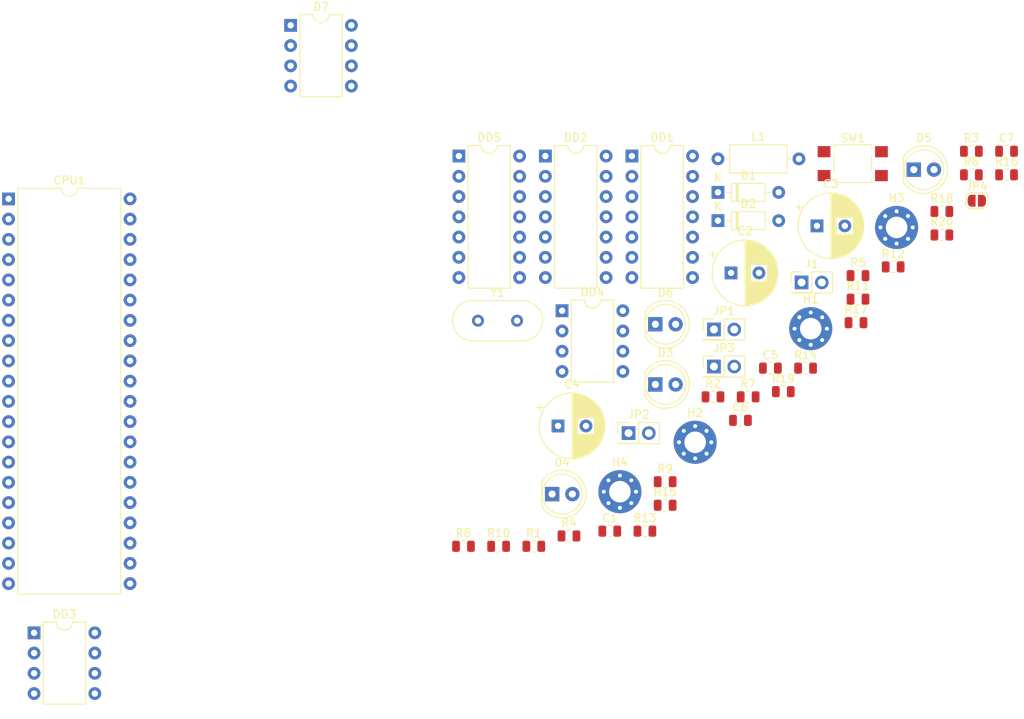
<source format=kicad_pcb>
(kicad_pcb (version 20171130) (host pcbnew "(5.1.6)-1")

  (general
    (thickness 1.6)
    (drawings 0)
    (tracks 0)
    (zones 0)
    (modules 52)
    (nets 67)
  )

  (page A4)
  (layers
    (0 F.Cu signal)
    (31 B.Cu signal)
    (32 B.Adhes user)
    (33 F.Adhes user)
    (34 B.Paste user)
    (35 F.Paste user)
    (36 B.SilkS user)
    (37 F.SilkS user)
    (38 B.Mask user)
    (39 F.Mask user)
    (40 Dwgs.User user)
    (41 Cmts.User user)
    (42 Eco1.User user)
    (43 Eco2.User user)
    (44 Edge.Cuts user)
    (45 Margin user)
    (46 B.CrtYd user)
    (47 F.CrtYd user)
    (48 B.Fab user)
    (49 F.Fab user)
  )

  (setup
    (last_trace_width 0.5)
    (user_trace_width 0.5)
    (user_trace_width 1)
    (trace_clearance 0.2)
    (zone_clearance 0.508)
    (zone_45_only no)
    (trace_min 0.2)
    (via_size 0.8)
    (via_drill 0.4)
    (via_min_size 0.4)
    (via_min_drill 0.3)
    (uvia_size 0.3)
    (uvia_drill 0.1)
    (uvias_allowed no)
    (uvia_min_size 0.2)
    (uvia_min_drill 0.1)
    (edge_width 0.05)
    (segment_width 0.2)
    (pcb_text_width 0.3)
    (pcb_text_size 1.5 1.5)
    (mod_edge_width 0.12)
    (mod_text_size 1 1)
    (mod_text_width 0.15)
    (pad_size 1.524 1.524)
    (pad_drill 0.762)
    (pad_to_mask_clearance 0.05)
    (aux_axis_origin 0 0)
    (visible_elements FFFFFF7F)
    (pcbplotparams
      (layerselection 0x010fc_ffffffff)
      (usegerberextensions false)
      (usegerberattributes true)
      (usegerberadvancedattributes true)
      (creategerberjobfile true)
      (excludeedgelayer true)
      (linewidth 0.100000)
      (plotframeref false)
      (viasonmask false)
      (mode 1)
      (useauxorigin false)
      (hpglpennumber 1)
      (hpglpenspeed 20)
      (hpglpendiameter 15.000000)
      (psnegative false)
      (psa4output false)
      (plotreference true)
      (plotvalue true)
      (plotinvisibletext false)
      (padsonsilk false)
      (subtractmaskfromsilk false)
      (outputformat 1)
      (mirror false)
      (drillshape 1)
      (scaleselection 1)
      (outputdirectory ""))
  )

  (net 0 "")
  (net 1 GND)
  (net 2 "Net-(C1-Pad1)")
  (net 3 "Net-(C2-Pad1)")
  (net 4 "Net-(C3-Pad1)")
  (net 5 "Net-(C4-Pad1)")
  (net 6 "Net-(C5-Pad1)")
  (net 7 "Net-(C6-Pad2)")
  (net 8 "Net-(C6-Pad1)")
  (net 9 "Net-(C7-Pad1)")
  (net 10 "Net-(CPU1-Pad40)")
  (net 11 +5V)
  (net 12 "Net-(CPU1-Pad39)")
  (net 13 "Net-(CPU1-Pad19)")
  (net 14 "Net-(CPU1-Pad38)")
  (net 15 "Net-(CPU1-Pad18)")
  (net 16 "Net-(CPU1-Pad37)")
  (net 17 "Net-(CPU1-Pad17)")
  (net 18 "Net-(CPU1-Pad36)")
  (net 19 "Net-(CPU1-Pad16)")
  (net 20 "Net-(CPU1-Pad35)")
  (net 21 C2)
  (net 22 "Net-(CPU1-Pad34)")
  (net 23 "Net-(CPU1-Pad33)")
  (net 24 "Net-(CPU1-Pad32)")
  (net 25 RESET)
  (net 26 "Net-(CPU1-Pad31)")
  (net 27 -5V)
  (net 28 "Net-(CPU1-Pad30)")
  (net 29 /D0)
  (net 30 "Net-(CPU1-Pad29)")
  (net 31 /D1)
  (net 32 +12V)
  (net 33 /D2)
  (net 34 "Net-(CPU1-Pad27)")
  (net 35 /D3)
  (net 36 "Net-(CPU1-Pad26)")
  (net 37 /D7)
  (net 38 "Net-(CPU1-Pad25)")
  (net 39 /D6)
  (net 40 "Net-(CPU1-Pad24)")
  (net 41 /D5)
  (net 42 "Net-(CPU1-Pad23)")
  (net 43 /D4)
  (net 44 C1)
  (net 45 "Net-(CPU1-Pad21)")
  (net 46 "Net-(CPU1-Pad1)")
  (net 47 "Net-(D2-Pad2)")
  (net 48 "Net-(D3-Pad2)")
  (net 49 "Net-(D3-Pad1)")
  (net 50 "Net-(D4-Pad2)")
  (net 51 "Net-(D4-Pad1)")
  (net 52 "Net-(D5-Pad2)")
  (net 53 "Net-(D5-Pad1)")
  (net 54 "Net-(D6-Pad2)")
  (net 55 "Net-(D6-Pad1)")
  (net 56 "Net-(DD1-Pad13)")
  (net 57 ~F0)
  (net 58 F0)
  (net 59 "Net-(DD1-Pad2)")
  (net 60 "Net-(DD2-Pad1)")
  (net 61 "Net-(DD2-Pad2)")
  (net 62 "Net-(DD2-Pad9)")
  (net 63 "Net-(DD3-Pad3)")
  (net 64 "Net-(DD3-Pad6)")
  (net 65 "Net-(DD1-Pad12)")
  (net 66 "Net-(DD5-Pad6)")

  (net_class Default "This is the default net class."
    (clearance 0.2)
    (trace_width 0.25)
    (via_dia 0.8)
    (via_drill 0.4)
    (uvia_dia 0.3)
    (uvia_drill 0.1)
    (add_net +12V)
    (add_net +5V)
    (add_net -5V)
    (add_net /D0)
    (add_net /D1)
    (add_net /D2)
    (add_net /D3)
    (add_net /D4)
    (add_net /D5)
    (add_net /D6)
    (add_net /D7)
    (add_net C1)
    (add_net C2)
    (add_net F0)
    (add_net GND)
    (add_net "Net-(C1-Pad1)")
    (add_net "Net-(C2-Pad1)")
    (add_net "Net-(C3-Pad1)")
    (add_net "Net-(C4-Pad1)")
    (add_net "Net-(C5-Pad1)")
    (add_net "Net-(C6-Pad1)")
    (add_net "Net-(C6-Pad2)")
    (add_net "Net-(C7-Pad1)")
    (add_net "Net-(CPU1-Pad1)")
    (add_net "Net-(CPU1-Pad16)")
    (add_net "Net-(CPU1-Pad17)")
    (add_net "Net-(CPU1-Pad18)")
    (add_net "Net-(CPU1-Pad19)")
    (add_net "Net-(CPU1-Pad21)")
    (add_net "Net-(CPU1-Pad23)")
    (add_net "Net-(CPU1-Pad24)")
    (add_net "Net-(CPU1-Pad25)")
    (add_net "Net-(CPU1-Pad26)")
    (add_net "Net-(CPU1-Pad27)")
    (add_net "Net-(CPU1-Pad29)")
    (add_net "Net-(CPU1-Pad30)")
    (add_net "Net-(CPU1-Pad31)")
    (add_net "Net-(CPU1-Pad32)")
    (add_net "Net-(CPU1-Pad33)")
    (add_net "Net-(CPU1-Pad34)")
    (add_net "Net-(CPU1-Pad35)")
    (add_net "Net-(CPU1-Pad36)")
    (add_net "Net-(CPU1-Pad37)")
    (add_net "Net-(CPU1-Pad38)")
    (add_net "Net-(CPU1-Pad39)")
    (add_net "Net-(CPU1-Pad40)")
    (add_net "Net-(D2-Pad2)")
    (add_net "Net-(D3-Pad1)")
    (add_net "Net-(D3-Pad2)")
    (add_net "Net-(D4-Pad1)")
    (add_net "Net-(D4-Pad2)")
    (add_net "Net-(D5-Pad1)")
    (add_net "Net-(D5-Pad2)")
    (add_net "Net-(D6-Pad1)")
    (add_net "Net-(D6-Pad2)")
    (add_net "Net-(DD1-Pad12)")
    (add_net "Net-(DD1-Pad13)")
    (add_net "Net-(DD1-Pad2)")
    (add_net "Net-(DD2-Pad1)")
    (add_net "Net-(DD2-Pad2)")
    (add_net "Net-(DD2-Pad9)")
    (add_net "Net-(DD3-Pad3)")
    (add_net "Net-(DD3-Pad6)")
    (add_net "Net-(DD5-Pad6)")
    (add_net RESET)
    (add_net ~F0)
  )

  (module Crystal:Crystal_HC18-U_Vertical (layer F.Cu) (tedit 5A1AD3B7) (tstamp 5EE6BD1C)
    (at 201.4274 51.7558)
    (descr "Crystal THT HC-18/U, http://5hertz.com/pdfs/04404_D.pdf")
    (tags "THT crystalHC-18/U")
    (path /5EE5E38E)
    (fp_text reference Y1 (at 2.45 -3.525) (layer F.SilkS)
      (effects (font (size 1 1) (thickness 0.15)))
    )
    (fp_text value 500KHz (at 2.45 3.525) (layer F.Fab)
      (effects (font (size 1 1) (thickness 0.15)))
    )
    (fp_arc (start 5.575 0) (end 5.575 -2.525) (angle 180) (layer F.SilkS) (width 0.12))
    (fp_arc (start -0.675 0) (end -0.675 -2.525) (angle -180) (layer F.SilkS) (width 0.12))
    (fp_arc (start 5.45 0) (end 5.45 -2) (angle 180) (layer F.Fab) (width 0.1))
    (fp_arc (start -0.55 0) (end -0.55 -2) (angle -180) (layer F.Fab) (width 0.1))
    (fp_arc (start 5.575 0) (end 5.575 -2.325) (angle 180) (layer F.Fab) (width 0.1))
    (fp_arc (start -0.675 0) (end -0.675 -2.325) (angle -180) (layer F.Fab) (width 0.1))
    (fp_text user %R (at 2.45 0) (layer F.Fab)
      (effects (font (size 1 1) (thickness 0.15)))
    )
    (fp_line (start -0.675 -2.325) (end 5.575 -2.325) (layer F.Fab) (width 0.1))
    (fp_line (start -0.675 2.325) (end 5.575 2.325) (layer F.Fab) (width 0.1))
    (fp_line (start -0.55 -2) (end 5.45 -2) (layer F.Fab) (width 0.1))
    (fp_line (start -0.55 2) (end 5.45 2) (layer F.Fab) (width 0.1))
    (fp_line (start -0.675 -2.525) (end 5.575 -2.525) (layer F.SilkS) (width 0.12))
    (fp_line (start -0.675 2.525) (end 5.575 2.525) (layer F.SilkS) (width 0.12))
    (fp_line (start -3.5 -2.8) (end -3.5 2.8) (layer F.CrtYd) (width 0.05))
    (fp_line (start -3.5 2.8) (end 8.4 2.8) (layer F.CrtYd) (width 0.05))
    (fp_line (start 8.4 2.8) (end 8.4 -2.8) (layer F.CrtYd) (width 0.05))
    (fp_line (start 8.4 -2.8) (end -3.5 -2.8) (layer F.CrtYd) (width 0.05))
    (pad 2 thru_hole circle (at 4.9 0) (size 1.5 1.5) (drill 0.8) (layers *.Cu *.Mask)
      (net 58 F0))
    (pad 1 thru_hole circle (at 0 0) (size 1.5 1.5) (drill 0.8) (layers *.Cu *.Mask)
      (net 2 "Net-(C1-Pad1)"))
    (model ${KISYS3DMOD}/Crystal.3dshapes/Crystal_HC18-U_Vertical.wrl
      (at (xyz 0 0 0))
      (scale (xyz 1 1 1))
      (rotate (xyz 0 0 0))
    )
  )

  (module Button_Switch_SMD:SW_SPST_TL3305A (layer F.Cu) (tedit 5ABC3A97) (tstamp 5EE6BD05)
    (at 248.4374 32.0558)
    (descr https://www.e-switch.com/system/asset/product_line/data_sheet/213/TL3305.pdf)
    (tags "TL3305 Series Tact Switch")
    (path /5F1079EC)
    (attr smd)
    (fp_text reference SW1 (at 0 -3.2) (layer F.SilkS)
      (effects (font (size 1 1) (thickness 0.15)))
    )
    (fp_text value RESET (at 0 3.2) (layer F.Fab)
      (effects (font (size 1 1) (thickness 0.15)))
    )
    (fp_text user %R (at 0 0) (layer F.Fab)
      (effects (font (size 0.5 0.5) (thickness 0.075)))
    )
    (fp_line (start -3 1.15) (end -3 1.85) (layer F.Fab) (width 0.1))
    (fp_line (start -3 -1.85) (end -3 -1.15) (layer F.Fab) (width 0.1))
    (fp_line (start 3 1.15) (end 3 1.85) (layer F.Fab) (width 0.1))
    (fp_line (start 3 -1.85) (end 3 -1.15) (layer F.Fab) (width 0.1))
    (fp_line (start -3.75 1.85) (end -2.25 1.85) (layer F.Fab) (width 0.1))
    (fp_line (start -3.75 1.15) (end -3.75 1.85) (layer F.Fab) (width 0.1))
    (fp_line (start -2.25 1.15) (end -3.75 1.15) (layer F.Fab) (width 0.1))
    (fp_line (start -3.75 -1.15) (end -2.25 -1.15) (layer F.Fab) (width 0.1))
    (fp_line (start -3.75 -1.85) (end -3.75 -1.15) (layer F.Fab) (width 0.1))
    (fp_line (start -2.25 -1.85) (end -3.75 -1.85) (layer F.Fab) (width 0.1))
    (fp_line (start 3.75 1.85) (end 2.25 1.85) (layer F.Fab) (width 0.1))
    (fp_line (start 3.75 1.15) (end 3.75 1.85) (layer F.Fab) (width 0.1))
    (fp_line (start 2.25 1.15) (end 3.75 1.15) (layer F.Fab) (width 0.1))
    (fp_line (start 3.75 -1.85) (end 2.25 -1.85) (layer F.Fab) (width 0.1))
    (fp_line (start 3.75 -1.15) (end 3.75 -1.85) (layer F.Fab) (width 0.1))
    (fp_line (start 2.25 -1.15) (end 3.75 -1.15) (layer F.Fab) (width 0.1))
    (fp_circle (center 0 0) (end 1.25 0) (layer F.Fab) (width 0.1))
    (fp_line (start -2.25 2.25) (end -2.25 -2.25) (layer F.Fab) (width 0.1))
    (fp_line (start 2.25 2.25) (end -2.25 2.25) (layer F.Fab) (width 0.1))
    (fp_line (start 2.25 -2.25) (end 2.25 2.25) (layer F.Fab) (width 0.1))
    (fp_line (start -2.25 -2.25) (end 2.25 -2.25) (layer F.Fab) (width 0.1))
    (fp_line (start -2.37 -2.37) (end 2.37 -2.37) (layer F.SilkS) (width 0.12))
    (fp_line (start -2.37 -2.37) (end -2.37 -1.97) (layer F.SilkS) (width 0.12))
    (fp_line (start 2.37 -2.37) (end 2.37 -1.97) (layer F.SilkS) (width 0.12))
    (fp_line (start -2.37 2.37) (end -2.37 1.97) (layer F.SilkS) (width 0.12))
    (fp_line (start -2.37 2.37) (end 2.37 2.37) (layer F.SilkS) (width 0.12))
    (fp_line (start 2.37 2.37) (end 2.37 1.97) (layer F.SilkS) (width 0.12))
    (fp_line (start 2.37 1.03) (end 2.37 -1.03) (layer F.SilkS) (width 0.12))
    (fp_line (start -2.37 1.03) (end -2.37 -1.03) (layer F.SilkS) (width 0.12))
    (fp_line (start 4.65 -2.5) (end 4.65 2.5) (layer F.CrtYd) (width 0.05))
    (fp_line (start 4.65 2.5) (end -4.65 2.5) (layer F.CrtYd) (width 0.05))
    (fp_line (start -4.65 2.5) (end -4.65 -2.5) (layer F.CrtYd) (width 0.05))
    (fp_line (start -4.65 -2.5) (end 4.65 -2.5) (layer F.CrtYd) (width 0.05))
    (pad 2 smd rect (at -3.6 1.5) (size 1.6 1.4) (layers F.Cu F.Paste F.Mask)
      (net 3 "Net-(C2-Pad1)"))
    (pad 2 smd rect (at 3.6 1.5) (size 1.6 1.4) (layers F.Cu F.Paste F.Mask)
      (net 3 "Net-(C2-Pad1)"))
    (pad 1 smd rect (at -3.6 -1.5) (size 1.6 1.4) (layers F.Cu F.Paste F.Mask)
      (net 1 GND))
    (pad 1 smd rect (at 3.6 -1.5) (size 1.6 1.4) (layers F.Cu F.Paste F.Mask)
      (net 1 GND))
    (model ${KISYS3DMOD}/Button_Switch_SMD.3dshapes/SW_SPST_TL3305A.wrl
      (at (xyz 0 0 0))
      (scale (xyz 1 1 1))
      (rotate (xyz 0 0 0))
    )
  )

  (module Resistor_SMD:R_0805_2012Metric (layer F.Cu) (tedit 5B36C52B) (tstamp 5EE6BCDB)
    (at 259.6174 41.0058)
    (descr "Resistor SMD 0805 (2012 Metric), square (rectangular) end terminal, IPC_7351 nominal, (Body size source: https://docs.google.com/spreadsheets/d/1BsfQQcO9C6DZCsRaXUlFlo91Tg2WpOkGARC1WS5S8t0/edit?usp=sharing), generated with kicad-footprint-generator")
    (tags resistor)
    (path /5EF0B958)
    (attr smd)
    (fp_text reference R20 (at 0 -1.65) (layer F.SilkS)
      (effects (font (size 1 1) (thickness 0.15)))
    )
    (fp_text value 2K (at 0 1.65) (layer F.Fab)
      (effects (font (size 1 1) (thickness 0.15)))
    )
    (fp_text user %R (at 0 0) (layer F.Fab)
      (effects (font (size 0.5 0.5) (thickness 0.08)))
    )
    (fp_line (start -1 0.6) (end -1 -0.6) (layer F.Fab) (width 0.1))
    (fp_line (start -1 -0.6) (end 1 -0.6) (layer F.Fab) (width 0.1))
    (fp_line (start 1 -0.6) (end 1 0.6) (layer F.Fab) (width 0.1))
    (fp_line (start 1 0.6) (end -1 0.6) (layer F.Fab) (width 0.1))
    (fp_line (start -0.258578 -0.71) (end 0.258578 -0.71) (layer F.SilkS) (width 0.12))
    (fp_line (start -0.258578 0.71) (end 0.258578 0.71) (layer F.SilkS) (width 0.12))
    (fp_line (start -1.68 0.95) (end -1.68 -0.95) (layer F.CrtYd) (width 0.05))
    (fp_line (start -1.68 -0.95) (end 1.68 -0.95) (layer F.CrtYd) (width 0.05))
    (fp_line (start 1.68 -0.95) (end 1.68 0.95) (layer F.CrtYd) (width 0.05))
    (fp_line (start 1.68 0.95) (end -1.68 0.95) (layer F.CrtYd) (width 0.05))
    (pad 2 smd roundrect (at 0.9375 0) (size 0.975 1.4) (layers F.Cu F.Paste F.Mask) (roundrect_rratio 0.25)
      (net 64 "Net-(DD3-Pad6)"))
    (pad 1 smd roundrect (at -0.9375 0) (size 0.975 1.4) (layers F.Cu F.Paste F.Mask) (roundrect_rratio 0.25)
      (net 11 +5V))
    (model ${KISYS3DMOD}/Resistor_SMD.3dshapes/R_0805_2012Metric.wrl
      (at (xyz 0 0 0))
      (scale (xyz 1 1 1))
      (rotate (xyz 0 0 0))
    )
  )

  (module Resistor_SMD:R_0805_2012Metric (layer F.Cu) (tedit 5B36C52B) (tstamp 5EE6BCCA)
    (at 239.7274 60.6558)
    (descr "Resistor SMD 0805 (2012 Metric), square (rectangular) end terminal, IPC_7351 nominal, (Body size source: https://docs.google.com/spreadsheets/d/1BsfQQcO9C6DZCsRaXUlFlo91Tg2WpOkGARC1WS5S8t0/edit?usp=sharing), generated with kicad-footprint-generator")
    (tags resistor)
    (path /5EE829CA)
    (attr smd)
    (fp_text reference R19 (at 0 -1.65) (layer F.SilkS)
      (effects (font (size 1 1) (thickness 0.15)))
    )
    (fp_text value "470 ?" (at 0 1.65) (layer F.Fab)
      (effects (font (size 1 1) (thickness 0.15)))
    )
    (fp_text user %R (at 0 0) (layer F.Fab)
      (effects (font (size 0.5 0.5) (thickness 0.08)))
    )
    (fp_line (start -1 0.6) (end -1 -0.6) (layer F.Fab) (width 0.1))
    (fp_line (start -1 -0.6) (end 1 -0.6) (layer F.Fab) (width 0.1))
    (fp_line (start 1 -0.6) (end 1 0.6) (layer F.Fab) (width 0.1))
    (fp_line (start 1 0.6) (end -1 0.6) (layer F.Fab) (width 0.1))
    (fp_line (start -0.258578 -0.71) (end 0.258578 -0.71) (layer F.SilkS) (width 0.12))
    (fp_line (start -0.258578 0.71) (end 0.258578 0.71) (layer F.SilkS) (width 0.12))
    (fp_line (start -1.68 0.95) (end -1.68 -0.95) (layer F.CrtYd) (width 0.05))
    (fp_line (start -1.68 -0.95) (end 1.68 -0.95) (layer F.CrtYd) (width 0.05))
    (fp_line (start 1.68 -0.95) (end 1.68 0.95) (layer F.CrtYd) (width 0.05))
    (fp_line (start 1.68 0.95) (end -1.68 0.95) (layer F.CrtYd) (width 0.05))
    (pad 2 smd roundrect (at 0.9375 0) (size 0.975 1.4) (layers F.Cu F.Paste F.Mask) (roundrect_rratio 0.25)
      (net 59 "Net-(DD1-Pad2)"))
    (pad 1 smd roundrect (at -0.9375 0) (size 0.975 1.4) (layers F.Cu F.Paste F.Mask) (roundrect_rratio 0.25)
      (net 58 F0))
    (model ${KISYS3DMOD}/Resistor_SMD.3dshapes/R_0805_2012Metric.wrl
      (at (xyz 0 0 0))
      (scale (xyz 1 1 1))
      (rotate (xyz 0 0 0))
    )
  )

  (module Resistor_SMD:R_0805_2012Metric (layer F.Cu) (tedit 5B36C52B) (tstamp 5EE6BCB9)
    (at 259.6174 38.0558)
    (descr "Resistor SMD 0805 (2012 Metric), square (rectangular) end terminal, IPC_7351 nominal, (Body size source: https://docs.google.com/spreadsheets/d/1BsfQQcO9C6DZCsRaXUlFlo91Tg2WpOkGARC1WS5S8t0/edit?usp=sharing), generated with kicad-footprint-generator")
    (tags resistor)
    (path /5EEE1560)
    (attr smd)
    (fp_text reference R18 (at 0 -1.65) (layer F.SilkS)
      (effects (font (size 1 1) (thickness 0.15)))
    )
    (fp_text value 910 (at 0 1.65) (layer F.Fab)
      (effects (font (size 1 1) (thickness 0.15)))
    )
    (fp_text user %R (at 0 0) (layer F.Fab)
      (effects (font (size 0.5 0.5) (thickness 0.08)))
    )
    (fp_line (start -1 0.6) (end -1 -0.6) (layer F.Fab) (width 0.1))
    (fp_line (start -1 -0.6) (end 1 -0.6) (layer F.Fab) (width 0.1))
    (fp_line (start 1 -0.6) (end 1 0.6) (layer F.Fab) (width 0.1))
    (fp_line (start 1 0.6) (end -1 0.6) (layer F.Fab) (width 0.1))
    (fp_line (start -0.258578 -0.71) (end 0.258578 -0.71) (layer F.SilkS) (width 0.12))
    (fp_line (start -0.258578 0.71) (end 0.258578 0.71) (layer F.SilkS) (width 0.12))
    (fp_line (start -1.68 0.95) (end -1.68 -0.95) (layer F.CrtYd) (width 0.05))
    (fp_line (start -1.68 -0.95) (end 1.68 -0.95) (layer F.CrtYd) (width 0.05))
    (fp_line (start 1.68 -0.95) (end 1.68 0.95) (layer F.CrtYd) (width 0.05))
    (fp_line (start 1.68 0.95) (end -1.68 0.95) (layer F.CrtYd) (width 0.05))
    (pad 2 smd roundrect (at 0.9375 0) (size 0.975 1.4) (layers F.Cu F.Paste F.Mask) (roundrect_rratio 0.25)
      (net 54 "Net-(D6-Pad2)"))
    (pad 1 smd roundrect (at -0.9375 0) (size 0.975 1.4) (layers F.Cu F.Paste F.Mask) (roundrect_rratio 0.25)
      (net 11 +5V))
    (model ${KISYS3DMOD}/Resistor_SMD.3dshapes/R_0805_2012Metric.wrl
      (at (xyz 0 0 0))
      (scale (xyz 1 1 1))
      (rotate (xyz 0 0 0))
    )
  )

  (module Resistor_SMD:R_0805_2012Metric (layer F.Cu) (tedit 5B36C52B) (tstamp 5EE6BCA8)
    (at 248.8474 52.0058)
    (descr "Resistor SMD 0805 (2012 Metric), square (rectangular) end terminal, IPC_7351 nominal, (Body size source: https://docs.google.com/spreadsheets/d/1BsfQQcO9C6DZCsRaXUlFlo91Tg2WpOkGARC1WS5S8t0/edit?usp=sharing), generated with kicad-footprint-generator")
    (tags resistor)
    (path /5EEDFED5)
    (attr smd)
    (fp_text reference R17 (at 0 -1.65) (layer F.SilkS)
      (effects (font (size 1 1) (thickness 0.15)))
    )
    (fp_text value 910 (at 0 1.65) (layer F.Fab)
      (effects (font (size 1 1) (thickness 0.15)))
    )
    (fp_text user %R (at 0 0) (layer F.Fab)
      (effects (font (size 0.5 0.5) (thickness 0.08)))
    )
    (fp_line (start -1 0.6) (end -1 -0.6) (layer F.Fab) (width 0.1))
    (fp_line (start -1 -0.6) (end 1 -0.6) (layer F.Fab) (width 0.1))
    (fp_line (start 1 -0.6) (end 1 0.6) (layer F.Fab) (width 0.1))
    (fp_line (start 1 0.6) (end -1 0.6) (layer F.Fab) (width 0.1))
    (fp_line (start -0.258578 -0.71) (end 0.258578 -0.71) (layer F.SilkS) (width 0.12))
    (fp_line (start -0.258578 0.71) (end 0.258578 0.71) (layer F.SilkS) (width 0.12))
    (fp_line (start -1.68 0.95) (end -1.68 -0.95) (layer F.CrtYd) (width 0.05))
    (fp_line (start -1.68 -0.95) (end 1.68 -0.95) (layer F.CrtYd) (width 0.05))
    (fp_line (start 1.68 -0.95) (end 1.68 0.95) (layer F.CrtYd) (width 0.05))
    (fp_line (start 1.68 0.95) (end -1.68 0.95) (layer F.CrtYd) (width 0.05))
    (pad 2 smd roundrect (at 0.9375 0) (size 0.975 1.4) (layers F.Cu F.Paste F.Mask) (roundrect_rratio 0.25)
      (net 52 "Net-(D5-Pad2)"))
    (pad 1 smd roundrect (at -0.9375 0) (size 0.975 1.4) (layers F.Cu F.Paste F.Mask) (roundrect_rratio 0.25)
      (net 11 +5V))
    (model ${KISYS3DMOD}/Resistor_SMD.3dshapes/R_0805_2012Metric.wrl
      (at (xyz 0 0 0))
      (scale (xyz 1 1 1))
      (rotate (xyz 0 0 0))
    )
  )

  (module Resistor_SMD:R_0805_2012Metric (layer F.Cu) (tedit 5B36C52B) (tstamp 5EE6BC97)
    (at 267.7274 33.4558)
    (descr "Resistor SMD 0805 (2012 Metric), square (rectangular) end terminal, IPC_7351 nominal, (Body size source: https://docs.google.com/spreadsheets/d/1BsfQQcO9C6DZCsRaXUlFlo91Tg2WpOkGARC1WS5S8t0/edit?usp=sharing), generated with kicad-footprint-generator")
    (tags resistor)
    (path /5EEDE8BC)
    (attr smd)
    (fp_text reference R16 (at 0 -1.65) (layer F.SilkS)
      (effects (font (size 1 1) (thickness 0.15)))
    )
    (fp_text value 910 (at 0 1.65) (layer F.Fab)
      (effects (font (size 1 1) (thickness 0.15)))
    )
    (fp_text user %R (at 0 0) (layer F.Fab)
      (effects (font (size 0.5 0.5) (thickness 0.08)))
    )
    (fp_line (start -1 0.6) (end -1 -0.6) (layer F.Fab) (width 0.1))
    (fp_line (start -1 -0.6) (end 1 -0.6) (layer F.Fab) (width 0.1))
    (fp_line (start 1 -0.6) (end 1 0.6) (layer F.Fab) (width 0.1))
    (fp_line (start 1 0.6) (end -1 0.6) (layer F.Fab) (width 0.1))
    (fp_line (start -0.258578 -0.71) (end 0.258578 -0.71) (layer F.SilkS) (width 0.12))
    (fp_line (start -0.258578 0.71) (end 0.258578 0.71) (layer F.SilkS) (width 0.12))
    (fp_line (start -1.68 0.95) (end -1.68 -0.95) (layer F.CrtYd) (width 0.05))
    (fp_line (start -1.68 -0.95) (end 1.68 -0.95) (layer F.CrtYd) (width 0.05))
    (fp_line (start 1.68 -0.95) (end 1.68 0.95) (layer F.CrtYd) (width 0.05))
    (fp_line (start 1.68 0.95) (end -1.68 0.95) (layer F.CrtYd) (width 0.05))
    (pad 2 smd roundrect (at 0.9375 0) (size 0.975 1.4) (layers F.Cu F.Paste F.Mask) (roundrect_rratio 0.25)
      (net 50 "Net-(D4-Pad2)"))
    (pad 1 smd roundrect (at -0.9375 0) (size 0.975 1.4) (layers F.Cu F.Paste F.Mask) (roundrect_rratio 0.25)
      (net 11 +5V))
    (model ${KISYS3DMOD}/Resistor_SMD.3dshapes/R_0805_2012Metric.wrl
      (at (xyz 0 0 0))
      (scale (xyz 1 1 1))
      (rotate (xyz 0 0 0))
    )
  )

  (module Resistor_SMD:R_0805_2012Metric (layer F.Cu) (tedit 5B36C52B) (tstamp 5EE6BC86)
    (at 224.9074 74.9058)
    (descr "Resistor SMD 0805 (2012 Metric), square (rectangular) end terminal, IPC_7351 nominal, (Body size source: https://docs.google.com/spreadsheets/d/1BsfQQcO9C6DZCsRaXUlFlo91Tg2WpOkGARC1WS5S8t0/edit?usp=sharing), generated with kicad-footprint-generator")
    (tags resistor)
    (path /5EEDCD79)
    (attr smd)
    (fp_text reference R15 (at 0 -1.65) (layer F.SilkS)
      (effects (font (size 1 1) (thickness 0.15)))
    )
    (fp_text value 910 (at 0 1.65) (layer F.Fab)
      (effects (font (size 1 1) (thickness 0.15)))
    )
    (fp_text user %R (at 0 0) (layer F.Fab)
      (effects (font (size 0.5 0.5) (thickness 0.08)))
    )
    (fp_line (start -1 0.6) (end -1 -0.6) (layer F.Fab) (width 0.1))
    (fp_line (start -1 -0.6) (end 1 -0.6) (layer F.Fab) (width 0.1))
    (fp_line (start 1 -0.6) (end 1 0.6) (layer F.Fab) (width 0.1))
    (fp_line (start 1 0.6) (end -1 0.6) (layer F.Fab) (width 0.1))
    (fp_line (start -0.258578 -0.71) (end 0.258578 -0.71) (layer F.SilkS) (width 0.12))
    (fp_line (start -0.258578 0.71) (end 0.258578 0.71) (layer F.SilkS) (width 0.12))
    (fp_line (start -1.68 0.95) (end -1.68 -0.95) (layer F.CrtYd) (width 0.05))
    (fp_line (start -1.68 -0.95) (end 1.68 -0.95) (layer F.CrtYd) (width 0.05))
    (fp_line (start 1.68 -0.95) (end 1.68 0.95) (layer F.CrtYd) (width 0.05))
    (fp_line (start 1.68 0.95) (end -1.68 0.95) (layer F.CrtYd) (width 0.05))
    (pad 2 smd roundrect (at 0.9375 0) (size 0.975 1.4) (layers F.Cu F.Paste F.Mask) (roundrect_rratio 0.25)
      (net 48 "Net-(D3-Pad2)"))
    (pad 1 smd roundrect (at -0.9375 0) (size 0.975 1.4) (layers F.Cu F.Paste F.Mask) (roundrect_rratio 0.25)
      (net 11 +5V))
    (model ${KISYS3DMOD}/Resistor_SMD.3dshapes/R_0805_2012Metric.wrl
      (at (xyz 0 0 0))
      (scale (xyz 1 1 1))
      (rotate (xyz 0 0 0))
    )
  )

  (module Resistor_SMD:R_0805_2012Metric (layer F.Cu) (tedit 5B36C52B) (tstamp 5EE6BC75)
    (at 242.5174 57.7058)
    (descr "Resistor SMD 0805 (2012 Metric), square (rectangular) end terminal, IPC_7351 nominal, (Body size source: https://docs.google.com/spreadsheets/d/1BsfQQcO9C6DZCsRaXUlFlo91Tg2WpOkGARC1WS5S8t0/edit?usp=sharing), generated with kicad-footprint-generator")
    (tags resistor)
    (path /5EE9CAEE)
    (attr smd)
    (fp_text reference R14 (at 0 -1.65) (layer F.SilkS)
      (effects (font (size 1 1) (thickness 0.15)))
    )
    (fp_text value 10K (at 0 1.65) (layer F.Fab)
      (effects (font (size 1 1) (thickness 0.15)))
    )
    (fp_text user %R (at 0 0) (layer F.Fab)
      (effects (font (size 0.5 0.5) (thickness 0.08)))
    )
    (fp_line (start -1 0.6) (end -1 -0.6) (layer F.Fab) (width 0.1))
    (fp_line (start -1 -0.6) (end 1 -0.6) (layer F.Fab) (width 0.1))
    (fp_line (start 1 -0.6) (end 1 0.6) (layer F.Fab) (width 0.1))
    (fp_line (start 1 0.6) (end -1 0.6) (layer F.Fab) (width 0.1))
    (fp_line (start -0.258578 -0.71) (end 0.258578 -0.71) (layer F.SilkS) (width 0.12))
    (fp_line (start -0.258578 0.71) (end 0.258578 0.71) (layer F.SilkS) (width 0.12))
    (fp_line (start -1.68 0.95) (end -1.68 -0.95) (layer F.CrtYd) (width 0.05))
    (fp_line (start -1.68 -0.95) (end 1.68 -0.95) (layer F.CrtYd) (width 0.05))
    (fp_line (start 1.68 -0.95) (end 1.68 0.95) (layer F.CrtYd) (width 0.05))
    (fp_line (start 1.68 0.95) (end -1.68 0.95) (layer F.CrtYd) (width 0.05))
    (pad 2 smd roundrect (at 0.9375 0) (size 0.975 1.4) (layers F.Cu F.Paste F.Mask) (roundrect_rratio 0.25)
      (net 37 /D7))
    (pad 1 smd roundrect (at -0.9375 0) (size 0.975 1.4) (layers F.Cu F.Paste F.Mask) (roundrect_rratio 0.25)
      (net 11 +5V))
    (model ${KISYS3DMOD}/Resistor_SMD.3dshapes/R_0805_2012Metric.wrl
      (at (xyz 0 0 0))
      (scale (xyz 1 1 1))
      (rotate (xyz 0 0 0))
    )
  )

  (module Resistor_SMD:R_0805_2012Metric (layer F.Cu) (tedit 5B36C52B) (tstamp 5EE6BC64)
    (at 222.3674 78.1558)
    (descr "Resistor SMD 0805 (2012 Metric), square (rectangular) end terminal, IPC_7351 nominal, (Body size source: https://docs.google.com/spreadsheets/d/1BsfQQcO9C6DZCsRaXUlFlo91Tg2WpOkGARC1WS5S8t0/edit?usp=sharing), generated with kicad-footprint-generator")
    (tags resistor)
    (path /5EE9C469)
    (attr smd)
    (fp_text reference R13 (at 0 -1.65) (layer F.SilkS)
      (effects (font (size 1 1) (thickness 0.15)))
    )
    (fp_text value 10K (at 0 1.65) (layer F.Fab)
      (effects (font (size 1 1) (thickness 0.15)))
    )
    (fp_text user %R (at 0 0) (layer F.Fab)
      (effects (font (size 0.5 0.5) (thickness 0.08)))
    )
    (fp_line (start -1 0.6) (end -1 -0.6) (layer F.Fab) (width 0.1))
    (fp_line (start -1 -0.6) (end 1 -0.6) (layer F.Fab) (width 0.1))
    (fp_line (start 1 -0.6) (end 1 0.6) (layer F.Fab) (width 0.1))
    (fp_line (start 1 0.6) (end -1 0.6) (layer F.Fab) (width 0.1))
    (fp_line (start -0.258578 -0.71) (end 0.258578 -0.71) (layer F.SilkS) (width 0.12))
    (fp_line (start -0.258578 0.71) (end 0.258578 0.71) (layer F.SilkS) (width 0.12))
    (fp_line (start -1.68 0.95) (end -1.68 -0.95) (layer F.CrtYd) (width 0.05))
    (fp_line (start -1.68 -0.95) (end 1.68 -0.95) (layer F.CrtYd) (width 0.05))
    (fp_line (start 1.68 -0.95) (end 1.68 0.95) (layer F.CrtYd) (width 0.05))
    (fp_line (start 1.68 0.95) (end -1.68 0.95) (layer F.CrtYd) (width 0.05))
    (pad 2 smd roundrect (at 0.9375 0) (size 0.975 1.4) (layers F.Cu F.Paste F.Mask) (roundrect_rratio 0.25)
      (net 39 /D6))
    (pad 1 smd roundrect (at -0.9375 0) (size 0.975 1.4) (layers F.Cu F.Paste F.Mask) (roundrect_rratio 0.25)
      (net 11 +5V))
    (model ${KISYS3DMOD}/Resistor_SMD.3dshapes/R_0805_2012Metric.wrl
      (at (xyz 0 0 0))
      (scale (xyz 1 1 1))
      (rotate (xyz 0 0 0))
    )
  )

  (module Resistor_SMD:R_0805_2012Metric (layer F.Cu) (tedit 5B36C52B) (tstamp 5EE6BC53)
    (at 253.5074 45.0058)
    (descr "Resistor SMD 0805 (2012 Metric), square (rectangular) end terminal, IPC_7351 nominal, (Body size source: https://docs.google.com/spreadsheets/d/1BsfQQcO9C6DZCsRaXUlFlo91Tg2WpOkGARC1WS5S8t0/edit?usp=sharing), generated with kicad-footprint-generator")
    (tags resistor)
    (path /5EE9BD6A)
    (attr smd)
    (fp_text reference R12 (at 0 -1.65) (layer F.SilkS)
      (effects (font (size 1 1) (thickness 0.15)))
    )
    (fp_text value 10K (at 0 1.65) (layer F.Fab)
      (effects (font (size 1 1) (thickness 0.15)))
    )
    (fp_text user %R (at 0 0) (layer F.Fab)
      (effects (font (size 0.5 0.5) (thickness 0.08)))
    )
    (fp_line (start -1 0.6) (end -1 -0.6) (layer F.Fab) (width 0.1))
    (fp_line (start -1 -0.6) (end 1 -0.6) (layer F.Fab) (width 0.1))
    (fp_line (start 1 -0.6) (end 1 0.6) (layer F.Fab) (width 0.1))
    (fp_line (start 1 0.6) (end -1 0.6) (layer F.Fab) (width 0.1))
    (fp_line (start -0.258578 -0.71) (end 0.258578 -0.71) (layer F.SilkS) (width 0.12))
    (fp_line (start -0.258578 0.71) (end 0.258578 0.71) (layer F.SilkS) (width 0.12))
    (fp_line (start -1.68 0.95) (end -1.68 -0.95) (layer F.CrtYd) (width 0.05))
    (fp_line (start -1.68 -0.95) (end 1.68 -0.95) (layer F.CrtYd) (width 0.05))
    (fp_line (start 1.68 -0.95) (end 1.68 0.95) (layer F.CrtYd) (width 0.05))
    (fp_line (start 1.68 0.95) (end -1.68 0.95) (layer F.CrtYd) (width 0.05))
    (pad 2 smd roundrect (at 0.9375 0) (size 0.975 1.4) (layers F.Cu F.Paste F.Mask) (roundrect_rratio 0.25)
      (net 41 /D5))
    (pad 1 smd roundrect (at -0.9375 0) (size 0.975 1.4) (layers F.Cu F.Paste F.Mask) (roundrect_rratio 0.25)
      (net 11 +5V))
    (model ${KISYS3DMOD}/Resistor_SMD.3dshapes/R_0805_2012Metric.wrl
      (at (xyz 0 0 0))
      (scale (xyz 1 1 1))
      (rotate (xyz 0 0 0))
    )
  )

  (module Resistor_SMD:R_0805_2012Metric (layer F.Cu) (tedit 5B36C52B) (tstamp 5EE6BC42)
    (at 249.0974 49.0558)
    (descr "Resistor SMD 0805 (2012 Metric), square (rectangular) end terminal, IPC_7351 nominal, (Body size source: https://docs.google.com/spreadsheets/d/1BsfQQcO9C6DZCsRaXUlFlo91Tg2WpOkGARC1WS5S8t0/edit?usp=sharing), generated with kicad-footprint-generator")
    (tags resistor)
    (path /5EE9B65E)
    (attr smd)
    (fp_text reference R11 (at 0 -1.65) (layer F.SilkS)
      (effects (font (size 1 1) (thickness 0.15)))
    )
    (fp_text value 10K (at 0 1.65) (layer F.Fab)
      (effects (font (size 1 1) (thickness 0.15)))
    )
    (fp_text user %R (at 0 0) (layer F.Fab)
      (effects (font (size 0.5 0.5) (thickness 0.08)))
    )
    (fp_line (start -1 0.6) (end -1 -0.6) (layer F.Fab) (width 0.1))
    (fp_line (start -1 -0.6) (end 1 -0.6) (layer F.Fab) (width 0.1))
    (fp_line (start 1 -0.6) (end 1 0.6) (layer F.Fab) (width 0.1))
    (fp_line (start 1 0.6) (end -1 0.6) (layer F.Fab) (width 0.1))
    (fp_line (start -0.258578 -0.71) (end 0.258578 -0.71) (layer F.SilkS) (width 0.12))
    (fp_line (start -0.258578 0.71) (end 0.258578 0.71) (layer F.SilkS) (width 0.12))
    (fp_line (start -1.68 0.95) (end -1.68 -0.95) (layer F.CrtYd) (width 0.05))
    (fp_line (start -1.68 -0.95) (end 1.68 -0.95) (layer F.CrtYd) (width 0.05))
    (fp_line (start 1.68 -0.95) (end 1.68 0.95) (layer F.CrtYd) (width 0.05))
    (fp_line (start 1.68 0.95) (end -1.68 0.95) (layer F.CrtYd) (width 0.05))
    (pad 2 smd roundrect (at 0.9375 0) (size 0.975 1.4) (layers F.Cu F.Paste F.Mask) (roundrect_rratio 0.25)
      (net 43 /D4))
    (pad 1 smd roundrect (at -0.9375 0) (size 0.975 1.4) (layers F.Cu F.Paste F.Mask) (roundrect_rratio 0.25)
      (net 11 +5V))
    (model ${KISYS3DMOD}/Resistor_SMD.3dshapes/R_0805_2012Metric.wrl
      (at (xyz 0 0 0))
      (scale (xyz 1 1 1))
      (rotate (xyz 0 0 0))
    )
  )

  (module Resistor_SMD:R_0805_2012Metric (layer F.Cu) (tedit 5B36C52B) (tstamp 5EE6BC31)
    (at 204.0174 80.0558)
    (descr "Resistor SMD 0805 (2012 Metric), square (rectangular) end terminal, IPC_7351 nominal, (Body size source: https://docs.google.com/spreadsheets/d/1BsfQQcO9C6DZCsRaXUlFlo91Tg2WpOkGARC1WS5S8t0/edit?usp=sharing), generated with kicad-footprint-generator")
    (tags resistor)
    (path /5EE9AF63)
    (attr smd)
    (fp_text reference R10 (at 0 -1.65) (layer F.SilkS)
      (effects (font (size 1 1) (thickness 0.15)))
    )
    (fp_text value 10K (at 0 1.65) (layer F.Fab)
      (effects (font (size 1 1) (thickness 0.15)))
    )
    (fp_text user %R (at 0 0) (layer F.Fab)
      (effects (font (size 0.5 0.5) (thickness 0.08)))
    )
    (fp_line (start -1 0.6) (end -1 -0.6) (layer F.Fab) (width 0.1))
    (fp_line (start -1 -0.6) (end 1 -0.6) (layer F.Fab) (width 0.1))
    (fp_line (start 1 -0.6) (end 1 0.6) (layer F.Fab) (width 0.1))
    (fp_line (start 1 0.6) (end -1 0.6) (layer F.Fab) (width 0.1))
    (fp_line (start -0.258578 -0.71) (end 0.258578 -0.71) (layer F.SilkS) (width 0.12))
    (fp_line (start -0.258578 0.71) (end 0.258578 0.71) (layer F.SilkS) (width 0.12))
    (fp_line (start -1.68 0.95) (end -1.68 -0.95) (layer F.CrtYd) (width 0.05))
    (fp_line (start -1.68 -0.95) (end 1.68 -0.95) (layer F.CrtYd) (width 0.05))
    (fp_line (start 1.68 -0.95) (end 1.68 0.95) (layer F.CrtYd) (width 0.05))
    (fp_line (start 1.68 0.95) (end -1.68 0.95) (layer F.CrtYd) (width 0.05))
    (pad 2 smd roundrect (at 0.9375 0) (size 0.975 1.4) (layers F.Cu F.Paste F.Mask) (roundrect_rratio 0.25)
      (net 35 /D3))
    (pad 1 smd roundrect (at -0.9375 0) (size 0.975 1.4) (layers F.Cu F.Paste F.Mask) (roundrect_rratio 0.25)
      (net 66 "Net-(DD5-Pad6)"))
    (model ${KISYS3DMOD}/Resistor_SMD.3dshapes/R_0805_2012Metric.wrl
      (at (xyz 0 0 0))
      (scale (xyz 1 1 1))
      (rotate (xyz 0 0 0))
    )
  )

  (module Resistor_SMD:R_0805_2012Metric (layer F.Cu) (tedit 5B36C52B) (tstamp 5EE6BC20)
    (at 224.9074 71.9558)
    (descr "Resistor SMD 0805 (2012 Metric), square (rectangular) end terminal, IPC_7351 nominal, (Body size source: https://docs.google.com/spreadsheets/d/1BsfQQcO9C6DZCsRaXUlFlo91Tg2WpOkGARC1WS5S8t0/edit?usp=sharing), generated with kicad-footprint-generator")
    (tags resistor)
    (path /5EE9A837)
    (attr smd)
    (fp_text reference R9 (at 0 -1.65) (layer F.SilkS)
      (effects (font (size 1 1) (thickness 0.15)))
    )
    (fp_text value 10K (at 0 1.65) (layer F.Fab)
      (effects (font (size 1 1) (thickness 0.15)))
    )
    (fp_text user %R (at 0 0) (layer F.Fab)
      (effects (font (size 0.5 0.5) (thickness 0.08)))
    )
    (fp_line (start -1 0.6) (end -1 -0.6) (layer F.Fab) (width 0.1))
    (fp_line (start -1 -0.6) (end 1 -0.6) (layer F.Fab) (width 0.1))
    (fp_line (start 1 -0.6) (end 1 0.6) (layer F.Fab) (width 0.1))
    (fp_line (start 1 0.6) (end -1 0.6) (layer F.Fab) (width 0.1))
    (fp_line (start -0.258578 -0.71) (end 0.258578 -0.71) (layer F.SilkS) (width 0.12))
    (fp_line (start -0.258578 0.71) (end 0.258578 0.71) (layer F.SilkS) (width 0.12))
    (fp_line (start -1.68 0.95) (end -1.68 -0.95) (layer F.CrtYd) (width 0.05))
    (fp_line (start -1.68 -0.95) (end 1.68 -0.95) (layer F.CrtYd) (width 0.05))
    (fp_line (start 1.68 -0.95) (end 1.68 0.95) (layer F.CrtYd) (width 0.05))
    (fp_line (start 1.68 0.95) (end -1.68 0.95) (layer F.CrtYd) (width 0.05))
    (pad 2 smd roundrect (at 0.9375 0) (size 0.975 1.4) (layers F.Cu F.Paste F.Mask) (roundrect_rratio 0.25)
      (net 33 /D2))
    (pad 1 smd roundrect (at -0.9375 0) (size 0.975 1.4) (layers F.Cu F.Paste F.Mask) (roundrect_rratio 0.25)
      (net 1 GND))
    (model ${KISYS3DMOD}/Resistor_SMD.3dshapes/R_0805_2012Metric.wrl
      (at (xyz 0 0 0))
      (scale (xyz 1 1 1))
      (rotate (xyz 0 0 0))
    )
  )

  (module Resistor_SMD:R_0805_2012Metric (layer F.Cu) (tedit 5B36C52B) (tstamp 5EE6BC0F)
    (at 199.6074 80.0558)
    (descr "Resistor SMD 0805 (2012 Metric), square (rectangular) end terminal, IPC_7351 nominal, (Body size source: https://docs.google.com/spreadsheets/d/1BsfQQcO9C6DZCsRaXUlFlo91Tg2WpOkGARC1WS5S8t0/edit?usp=sharing), generated with kicad-footprint-generator")
    (tags resistor)
    (path /5EE9A0BF)
    (attr smd)
    (fp_text reference R8 (at 0 -1.65) (layer F.SilkS)
      (effects (font (size 1 1) (thickness 0.15)))
    )
    (fp_text value 10K (at 0 1.65) (layer F.Fab)
      (effects (font (size 1 1) (thickness 0.15)))
    )
    (fp_text user %R (at 0 0) (layer F.Fab)
      (effects (font (size 0.5 0.5) (thickness 0.08)))
    )
    (fp_line (start -1 0.6) (end -1 -0.6) (layer F.Fab) (width 0.1))
    (fp_line (start -1 -0.6) (end 1 -0.6) (layer F.Fab) (width 0.1))
    (fp_line (start 1 -0.6) (end 1 0.6) (layer F.Fab) (width 0.1))
    (fp_line (start 1 0.6) (end -1 0.6) (layer F.Fab) (width 0.1))
    (fp_line (start -0.258578 -0.71) (end 0.258578 -0.71) (layer F.SilkS) (width 0.12))
    (fp_line (start -0.258578 0.71) (end 0.258578 0.71) (layer F.SilkS) (width 0.12))
    (fp_line (start -1.68 0.95) (end -1.68 -0.95) (layer F.CrtYd) (width 0.05))
    (fp_line (start -1.68 -0.95) (end 1.68 -0.95) (layer F.CrtYd) (width 0.05))
    (fp_line (start 1.68 -0.95) (end 1.68 0.95) (layer F.CrtYd) (width 0.05))
    (fp_line (start 1.68 0.95) (end -1.68 0.95) (layer F.CrtYd) (width 0.05))
    (pad 2 smd roundrect (at 0.9375 0) (size 0.975 1.4) (layers F.Cu F.Paste F.Mask) (roundrect_rratio 0.25)
      (net 31 /D1))
    (pad 1 smd roundrect (at -0.9375 0) (size 0.975 1.4) (layers F.Cu F.Paste F.Mask) (roundrect_rratio 0.25)
      (net 11 +5V))
    (model ${KISYS3DMOD}/Resistor_SMD.3dshapes/R_0805_2012Metric.wrl
      (at (xyz 0 0 0))
      (scale (xyz 1 1 1))
      (rotate (xyz 0 0 0))
    )
  )

  (module Resistor_SMD:R_0805_2012Metric (layer F.Cu) (tedit 5B36C52B) (tstamp 5EE6BBFE)
    (at 235.3174 61.3058)
    (descr "Resistor SMD 0805 (2012 Metric), square (rectangular) end terminal, IPC_7351 nominal, (Body size source: https://docs.google.com/spreadsheets/d/1BsfQQcO9C6DZCsRaXUlFlo91Tg2WpOkGARC1WS5S8t0/edit?usp=sharing), generated with kicad-footprint-generator")
    (tags resistor)
    (path /5EE97C96)
    (attr smd)
    (fp_text reference R7 (at 0 -1.65) (layer F.SilkS)
      (effects (font (size 1 1) (thickness 0.15)))
    )
    (fp_text value 10K (at 0 1.65) (layer F.Fab)
      (effects (font (size 1 1) (thickness 0.15)))
    )
    (fp_text user %R (at 0 0) (layer F.Fab)
      (effects (font (size 0.5 0.5) (thickness 0.08)))
    )
    (fp_line (start -1 0.6) (end -1 -0.6) (layer F.Fab) (width 0.1))
    (fp_line (start -1 -0.6) (end 1 -0.6) (layer F.Fab) (width 0.1))
    (fp_line (start 1 -0.6) (end 1 0.6) (layer F.Fab) (width 0.1))
    (fp_line (start 1 0.6) (end -1 0.6) (layer F.Fab) (width 0.1))
    (fp_line (start -0.258578 -0.71) (end 0.258578 -0.71) (layer F.SilkS) (width 0.12))
    (fp_line (start -0.258578 0.71) (end 0.258578 0.71) (layer F.SilkS) (width 0.12))
    (fp_line (start -1.68 0.95) (end -1.68 -0.95) (layer F.CrtYd) (width 0.05))
    (fp_line (start -1.68 -0.95) (end 1.68 -0.95) (layer F.CrtYd) (width 0.05))
    (fp_line (start 1.68 -0.95) (end 1.68 0.95) (layer F.CrtYd) (width 0.05))
    (fp_line (start 1.68 0.95) (end -1.68 0.95) (layer F.CrtYd) (width 0.05))
    (pad 2 smd roundrect (at 0.9375 0) (size 0.975 1.4) (layers F.Cu F.Paste F.Mask) (roundrect_rratio 0.25)
      (net 29 /D0))
    (pad 1 smd roundrect (at -0.9375 0) (size 0.975 1.4) (layers F.Cu F.Paste F.Mask) (roundrect_rratio 0.25)
      (net 11 +5V))
    (model ${KISYS3DMOD}/Resistor_SMD.3dshapes/R_0805_2012Metric.wrl
      (at (xyz 0 0 0))
      (scale (xyz 1 1 1))
      (rotate (xyz 0 0 0))
    )
  )

  (module Resistor_SMD:R_0805_2012Metric (layer F.Cu) (tedit 5B36C52B) (tstamp 5EE6BBED)
    (at 263.3174 33.4558)
    (descr "Resistor SMD 0805 (2012 Metric), square (rectangular) end terminal, IPC_7351 nominal, (Body size source: https://docs.google.com/spreadsheets/d/1BsfQQcO9C6DZCsRaXUlFlo91Tg2WpOkGARC1WS5S8t0/edit?usp=sharing), generated with kicad-footprint-generator")
    (tags resistor)
    (path /5EE8CADD)
    (attr smd)
    (fp_text reference R6 (at 0 -1.65) (layer F.SilkS)
      (effects (font (size 1 1) (thickness 0.15)))
    )
    (fp_text value 510 (at 0 1.65) (layer F.Fab)
      (effects (font (size 1 1) (thickness 0.15)))
    )
    (fp_text user %R (at 0 0) (layer F.Fab)
      (effects (font (size 0.5 0.5) (thickness 0.08)))
    )
    (fp_line (start -1 0.6) (end -1 -0.6) (layer F.Fab) (width 0.1))
    (fp_line (start -1 -0.6) (end 1 -0.6) (layer F.Fab) (width 0.1))
    (fp_line (start 1 -0.6) (end 1 0.6) (layer F.Fab) (width 0.1))
    (fp_line (start 1 0.6) (end -1 0.6) (layer F.Fab) (width 0.1))
    (fp_line (start -0.258578 -0.71) (end 0.258578 -0.71) (layer F.SilkS) (width 0.12))
    (fp_line (start -0.258578 0.71) (end 0.258578 0.71) (layer F.SilkS) (width 0.12))
    (fp_line (start -1.68 0.95) (end -1.68 -0.95) (layer F.CrtYd) (width 0.05))
    (fp_line (start -1.68 -0.95) (end 1.68 -0.95) (layer F.CrtYd) (width 0.05))
    (fp_line (start 1.68 -0.95) (end 1.68 0.95) (layer F.CrtYd) (width 0.05))
    (fp_line (start 1.68 0.95) (end -1.68 0.95) (layer F.CrtYd) (width 0.05))
    (pad 2 smd roundrect (at 0.9375 0) (size 0.975 1.4) (layers F.Cu F.Paste F.Mask) (roundrect_rratio 0.25)
      (net 42 "Net-(CPU1-Pad23)"))
    (pad 1 smd roundrect (at -0.9375 0) (size 0.975 1.4) (layers F.Cu F.Paste F.Mask) (roundrect_rratio 0.25)
      (net 11 +5V))
    (model ${KISYS3DMOD}/Resistor_SMD.3dshapes/R_0805_2012Metric.wrl
      (at (xyz 0 0 0))
      (scale (xyz 1 1 1))
      (rotate (xyz 0 0 0))
    )
  )

  (module Resistor_SMD:R_0805_2012Metric (layer F.Cu) (tedit 5B36C52B) (tstamp 5EE6BBDC)
    (at 249.0974 46.1058)
    (descr "Resistor SMD 0805 (2012 Metric), square (rectangular) end terminal, IPC_7351 nominal, (Body size source: https://docs.google.com/spreadsheets/d/1BsfQQcO9C6DZCsRaXUlFlo91Tg2WpOkGARC1WS5S8t0/edit?usp=sharing), generated with kicad-footprint-generator")
    (tags resistor)
    (path /5EE8F6EC)
    (attr smd)
    (fp_text reference R5 (at 0 -1.65) (layer F.SilkS)
      (effects (font (size 1 1) (thickness 0.15)))
    )
    (fp_text value 330 (at 0 1.65) (layer F.Fab)
      (effects (font (size 1 1) (thickness 0.15)))
    )
    (fp_text user %R (at 0 0) (layer F.Fab)
      (effects (font (size 0.5 0.5) (thickness 0.08)))
    )
    (fp_line (start -1 0.6) (end -1 -0.6) (layer F.Fab) (width 0.1))
    (fp_line (start -1 -0.6) (end 1 -0.6) (layer F.Fab) (width 0.1))
    (fp_line (start 1 -0.6) (end 1 0.6) (layer F.Fab) (width 0.1))
    (fp_line (start 1 0.6) (end -1 0.6) (layer F.Fab) (width 0.1))
    (fp_line (start -0.258578 -0.71) (end 0.258578 -0.71) (layer F.SilkS) (width 0.12))
    (fp_line (start -0.258578 0.71) (end 0.258578 0.71) (layer F.SilkS) (width 0.12))
    (fp_line (start -1.68 0.95) (end -1.68 -0.95) (layer F.CrtYd) (width 0.05))
    (fp_line (start -1.68 -0.95) (end 1.68 -0.95) (layer F.CrtYd) (width 0.05))
    (fp_line (start 1.68 -0.95) (end 1.68 0.95) (layer F.CrtYd) (width 0.05))
    (fp_line (start 1.68 0.95) (end -1.68 0.95) (layer F.CrtYd) (width 0.05))
    (pad 2 smd roundrect (at 0.9375 0) (size 0.975 1.4) (layers F.Cu F.Paste F.Mask) (roundrect_rratio 0.25)
      (net 21 C2))
    (pad 1 smd roundrect (at -0.9375 0) (size 0.975 1.4) (layers F.Cu F.Paste F.Mask) (roundrect_rratio 0.25)
      (net 32 +12V))
    (model ${KISYS3DMOD}/Resistor_SMD.3dshapes/R_0805_2012Metric.wrl
      (at (xyz 0 0 0))
      (scale (xyz 1 1 1))
      (rotate (xyz 0 0 0))
    )
  )

  (module Resistor_SMD:R_0805_2012Metric (layer F.Cu) (tedit 5B36C52B) (tstamp 5EE6BBCB)
    (at 212.8374 78.7558)
    (descr "Resistor SMD 0805 (2012 Metric), square (rectangular) end terminal, IPC_7351 nominal, (Body size source: https://docs.google.com/spreadsheets/d/1BsfQQcO9C6DZCsRaXUlFlo91Tg2WpOkGARC1WS5S8t0/edit?usp=sharing), generated with kicad-footprint-generator")
    (tags resistor)
    (path /5EE8E96D)
    (attr smd)
    (fp_text reference R4 (at 0 -1.65) (layer F.SilkS)
      (effects (font (size 1 1) (thickness 0.15)))
    )
    (fp_text value 330 (at 0 1.65) (layer F.Fab)
      (effects (font (size 1 1) (thickness 0.15)))
    )
    (fp_text user %R (at 0 0) (layer F.Fab)
      (effects (font (size 0.5 0.5) (thickness 0.08)))
    )
    (fp_line (start -1 0.6) (end -1 -0.6) (layer F.Fab) (width 0.1))
    (fp_line (start -1 -0.6) (end 1 -0.6) (layer F.Fab) (width 0.1))
    (fp_line (start 1 -0.6) (end 1 0.6) (layer F.Fab) (width 0.1))
    (fp_line (start 1 0.6) (end -1 0.6) (layer F.Fab) (width 0.1))
    (fp_line (start -0.258578 -0.71) (end 0.258578 -0.71) (layer F.SilkS) (width 0.12))
    (fp_line (start -0.258578 0.71) (end 0.258578 0.71) (layer F.SilkS) (width 0.12))
    (fp_line (start -1.68 0.95) (end -1.68 -0.95) (layer F.CrtYd) (width 0.05))
    (fp_line (start -1.68 -0.95) (end 1.68 -0.95) (layer F.CrtYd) (width 0.05))
    (fp_line (start 1.68 -0.95) (end 1.68 0.95) (layer F.CrtYd) (width 0.05))
    (fp_line (start 1.68 0.95) (end -1.68 0.95) (layer F.CrtYd) (width 0.05))
    (pad 2 smd roundrect (at 0.9375 0) (size 0.975 1.4) (layers F.Cu F.Paste F.Mask) (roundrect_rratio 0.25)
      (net 44 C1))
    (pad 1 smd roundrect (at -0.9375 0) (size 0.975 1.4) (layers F.Cu F.Paste F.Mask) (roundrect_rratio 0.25)
      (net 32 +12V))
    (model ${KISYS3DMOD}/Resistor_SMD.3dshapes/R_0805_2012Metric.wrl
      (at (xyz 0 0 0))
      (scale (xyz 1 1 1))
      (rotate (xyz 0 0 0))
    )
  )

  (module Resistor_SMD:R_0805_2012Metric (layer F.Cu) (tedit 5B36C52B) (tstamp 5EE6BBBA)
    (at 263.3174 30.5058)
    (descr "Resistor SMD 0805 (2012 Metric), square (rectangular) end terminal, IPC_7351 nominal, (Body size source: https://docs.google.com/spreadsheets/d/1BsfQQcO9C6DZCsRaXUlFlo91Tg2WpOkGARC1WS5S8t0/edit?usp=sharing), generated with kicad-footprint-generator")
    (tags resistor)
    (path /5F061CF1)
    (attr smd)
    (fp_text reference R3 (at 0 -1.65) (layer F.SilkS)
      (effects (font (size 1 1) (thickness 0.15)))
    )
    (fp_text value 2K (at 0 1.65) (layer F.Fab)
      (effects (font (size 1 1) (thickness 0.15)))
    )
    (fp_text user %R (at 0 0) (layer F.Fab)
      (effects (font (size 0.5 0.5) (thickness 0.08)))
    )
    (fp_line (start -1 0.6) (end -1 -0.6) (layer F.Fab) (width 0.1))
    (fp_line (start -1 -0.6) (end 1 -0.6) (layer F.Fab) (width 0.1))
    (fp_line (start 1 -0.6) (end 1 0.6) (layer F.Fab) (width 0.1))
    (fp_line (start 1 0.6) (end -1 0.6) (layer F.Fab) (width 0.1))
    (fp_line (start -0.258578 -0.71) (end 0.258578 -0.71) (layer F.SilkS) (width 0.12))
    (fp_line (start -0.258578 0.71) (end 0.258578 0.71) (layer F.SilkS) (width 0.12))
    (fp_line (start -1.68 0.95) (end -1.68 -0.95) (layer F.CrtYd) (width 0.05))
    (fp_line (start -1.68 -0.95) (end 1.68 -0.95) (layer F.CrtYd) (width 0.05))
    (fp_line (start 1.68 -0.95) (end 1.68 0.95) (layer F.CrtYd) (width 0.05))
    (fp_line (start 1.68 0.95) (end -1.68 0.95) (layer F.CrtYd) (width 0.05))
    (pad 2 smd roundrect (at 0.9375 0) (size 0.975 1.4) (layers F.Cu F.Paste F.Mask) (roundrect_rratio 0.25)
      (net 11 +5V))
    (pad 1 smd roundrect (at -0.9375 0) (size 0.975 1.4) (layers F.Cu F.Paste F.Mask) (roundrect_rratio 0.25)
      (net 60 "Net-(DD2-Pad1)"))
    (model ${KISYS3DMOD}/Resistor_SMD.3dshapes/R_0805_2012Metric.wrl
      (at (xyz 0 0 0))
      (scale (xyz 1 1 1))
      (rotate (xyz 0 0 0))
    )
  )

  (module Resistor_SMD:R_0805_2012Metric (layer F.Cu) (tedit 5B36C52B) (tstamp 5EE6BBA9)
    (at 230.9074 61.3058)
    (descr "Resistor SMD 0805 (2012 Metric), square (rectangular) end terminal, IPC_7351 nominal, (Body size source: https://docs.google.com/spreadsheets/d/1BsfQQcO9C6DZCsRaXUlFlo91Tg2WpOkGARC1WS5S8t0/edit?usp=sharing), generated with kicad-footprint-generator")
    (tags resistor)
    (path /5F0DE269)
    (attr smd)
    (fp_text reference R2 (at 0 -1.65) (layer F.SilkS)
      (effects (font (size 1 1) (thickness 0.15)))
    )
    (fp_text value 3K (at 0 1.65) (layer F.Fab)
      (effects (font (size 1 1) (thickness 0.15)))
    )
    (fp_text user %R (at 0 0) (layer F.Fab)
      (effects (font (size 0.5 0.5) (thickness 0.08)))
    )
    (fp_line (start -1 0.6) (end -1 -0.6) (layer F.Fab) (width 0.1))
    (fp_line (start -1 -0.6) (end 1 -0.6) (layer F.Fab) (width 0.1))
    (fp_line (start 1 -0.6) (end 1 0.6) (layer F.Fab) (width 0.1))
    (fp_line (start 1 0.6) (end -1 0.6) (layer F.Fab) (width 0.1))
    (fp_line (start -0.258578 -0.71) (end 0.258578 -0.71) (layer F.SilkS) (width 0.12))
    (fp_line (start -0.258578 0.71) (end 0.258578 0.71) (layer F.SilkS) (width 0.12))
    (fp_line (start -1.68 0.95) (end -1.68 -0.95) (layer F.CrtYd) (width 0.05))
    (fp_line (start -1.68 -0.95) (end 1.68 -0.95) (layer F.CrtYd) (width 0.05))
    (fp_line (start 1.68 -0.95) (end 1.68 0.95) (layer F.CrtYd) (width 0.05))
    (fp_line (start 1.68 0.95) (end -1.68 0.95) (layer F.CrtYd) (width 0.05))
    (pad 2 smd roundrect (at 0.9375 0) (size 0.975 1.4) (layers F.Cu F.Paste F.Mask) (roundrect_rratio 0.25)
      (net 3 "Net-(C2-Pad1)"))
    (pad 1 smd roundrect (at -0.9375 0) (size 0.975 1.4) (layers F.Cu F.Paste F.Mask) (roundrect_rratio 0.25)
      (net 11 +5V))
    (model ${KISYS3DMOD}/Resistor_SMD.3dshapes/R_0805_2012Metric.wrl
      (at (xyz 0 0 0))
      (scale (xyz 1 1 1))
      (rotate (xyz 0 0 0))
    )
  )

  (module Resistor_SMD:R_0805_2012Metric (layer F.Cu) (tedit 5B36C52B) (tstamp 5EE6BB98)
    (at 208.4274 80.0558)
    (descr "Resistor SMD 0805 (2012 Metric), square (rectangular) end terminal, IPC_7351 nominal, (Body size source: https://docs.google.com/spreadsheets/d/1BsfQQcO9C6DZCsRaXUlFlo91Tg2WpOkGARC1WS5S8t0/edit?usp=sharing), generated with kicad-footprint-generator")
    (tags resistor)
    (path /5EE6B7D0)
    (attr smd)
    (fp_text reference R1 (at 0 -1.65) (layer F.SilkS)
      (effects (font (size 1 1) (thickness 0.15)))
    )
    (fp_text value 390 (at 0 1.65) (layer F.Fab)
      (effects (font (size 1 1) (thickness 0.15)))
    )
    (fp_text user %R (at 0 0) (layer F.Fab)
      (effects (font (size 0.5 0.5) (thickness 0.08)))
    )
    (fp_line (start -1 0.6) (end -1 -0.6) (layer F.Fab) (width 0.1))
    (fp_line (start -1 -0.6) (end 1 -0.6) (layer F.Fab) (width 0.1))
    (fp_line (start 1 -0.6) (end 1 0.6) (layer F.Fab) (width 0.1))
    (fp_line (start 1 0.6) (end -1 0.6) (layer F.Fab) (width 0.1))
    (fp_line (start -0.258578 -0.71) (end 0.258578 -0.71) (layer F.SilkS) (width 0.12))
    (fp_line (start -0.258578 0.71) (end 0.258578 0.71) (layer F.SilkS) (width 0.12))
    (fp_line (start -1.68 0.95) (end -1.68 -0.95) (layer F.CrtYd) (width 0.05))
    (fp_line (start -1.68 -0.95) (end 1.68 -0.95) (layer F.CrtYd) (width 0.05))
    (fp_line (start 1.68 -0.95) (end 1.68 0.95) (layer F.CrtYd) (width 0.05))
    (fp_line (start 1.68 0.95) (end -1.68 0.95) (layer F.CrtYd) (width 0.05))
    (pad 2 smd roundrect (at 0.9375 0) (size 0.975 1.4) (layers F.Cu F.Paste F.Mask) (roundrect_rratio 0.25)
      (net 2 "Net-(C1-Pad1)"))
    (pad 1 smd roundrect (at -0.9375 0) (size 0.975 1.4) (layers F.Cu F.Paste F.Mask) (roundrect_rratio 0.25)
      (net 59 "Net-(DD1-Pad2)"))
    (model ${KISYS3DMOD}/Resistor_SMD.3dshapes/R_0805_2012Metric.wrl
      (at (xyz 0 0 0))
      (scale (xyz 1 1 1))
      (rotate (xyz 0 0 0))
    )
  )

  (module Inductor_THT:L_Axial_L7.0mm_D3.3mm_P10.16mm_Horizontal_Fastron_MICC (layer F.Cu) (tedit 5AE59B05) (tstamp 5EE6BB87)
    (at 231.5274 31.4558)
    (descr "Inductor, Axial series, Axial, Horizontal, pin pitch=10.16mm, , length*diameter=7*3.3mm^2, Fastron, MICC, http://www.fastrongroup.com/image-show/70/MICC.pdf?type=Complete-DataSheet&productType=series")
    (tags "Inductor Axial series Axial Horizontal pin pitch 10.16mm  length 7mm diameter 3.3mm Fastron MICC")
    (path /5F45BE92)
    (fp_text reference L1 (at 5.08 -2.77) (layer F.SilkS)
      (effects (font (size 1 1) (thickness 0.15)))
    )
    (fp_text value 18uF (at 5.08 2.77) (layer F.Fab)
      (effects (font (size 1 1) (thickness 0.15)))
    )
    (fp_text user %R (at 5.08 0) (layer F.Fab)
      (effects (font (size 1 1) (thickness 0.15)))
    )
    (fp_line (start 1.58 -1.65) (end 1.58 1.65) (layer F.Fab) (width 0.1))
    (fp_line (start 1.58 1.65) (end 8.58 1.65) (layer F.Fab) (width 0.1))
    (fp_line (start 8.58 1.65) (end 8.58 -1.65) (layer F.Fab) (width 0.1))
    (fp_line (start 8.58 -1.65) (end 1.58 -1.65) (layer F.Fab) (width 0.1))
    (fp_line (start 0 0) (end 1.58 0) (layer F.Fab) (width 0.1))
    (fp_line (start 10.16 0) (end 8.58 0) (layer F.Fab) (width 0.1))
    (fp_line (start 1.46 -1.77) (end 1.46 1.77) (layer F.SilkS) (width 0.12))
    (fp_line (start 1.46 1.77) (end 8.7 1.77) (layer F.SilkS) (width 0.12))
    (fp_line (start 8.7 1.77) (end 8.7 -1.77) (layer F.SilkS) (width 0.12))
    (fp_line (start 8.7 -1.77) (end 1.46 -1.77) (layer F.SilkS) (width 0.12))
    (fp_line (start 1.04 0) (end 1.46 0) (layer F.SilkS) (width 0.12))
    (fp_line (start 9.12 0) (end 8.7 0) (layer F.SilkS) (width 0.12))
    (fp_line (start -1.05 -1.9) (end -1.05 1.9) (layer F.CrtYd) (width 0.05))
    (fp_line (start -1.05 1.9) (end 11.21 1.9) (layer F.CrtYd) (width 0.05))
    (fp_line (start 11.21 1.9) (end 11.21 -1.9) (layer F.CrtYd) (width 0.05))
    (fp_line (start 11.21 -1.9) (end -1.05 -1.9) (layer F.CrtYd) (width 0.05))
    (pad 2 thru_hole oval (at 10.16 0) (size 1.6 1.6) (drill 0.8) (layers *.Cu *.Mask)
      (net 5 "Net-(C4-Pad1)"))
    (pad 1 thru_hole circle (at 0 0) (size 1.6 1.6) (drill 0.8) (layers *.Cu *.Mask)
      (net 47 "Net-(D2-Pad2)"))
    (model ${KISYS3DMOD}/Inductor_THT.3dshapes/L_Axial_L7.0mm_D3.3mm_P10.16mm_Horizontal_Fastron_MICC.wrl
      (at (xyz 0 0 0))
      (scale (xyz 1 1 1))
      (rotate (xyz 0 0 0))
    )
  )

  (module Jumper:SolderJumper-2_P1.3mm_Open_RoundedPad1.0x1.5mm (layer F.Cu) (tedit 5B391E66) (tstamp 5EE6BB70)
    (at 263.9974 36.7058)
    (descr "SMD Solder Jumper, 1x1.5mm, rounded Pads, 0.3mm gap, open")
    (tags "solder jumper open")
    (path /5F364ACC)
    (attr virtual)
    (fp_text reference JP4 (at 0 -1.8) (layer F.SilkS)
      (effects (font (size 1 1) (thickness 0.15)))
    )
    (fp_text value ~ (at 0 1.9) (layer F.Fab)
      (effects (font (size 1 1) (thickness 0.15)))
    )
    (fp_arc (start -0.7 -0.3) (end -0.7 -1) (angle -90) (layer F.SilkS) (width 0.12))
    (fp_arc (start -0.7 0.3) (end -1.4 0.3) (angle -90) (layer F.SilkS) (width 0.12))
    (fp_arc (start 0.7 0.3) (end 0.7 1) (angle -90) (layer F.SilkS) (width 0.12))
    (fp_arc (start 0.7 -0.3) (end 1.4 -0.3) (angle -90) (layer F.SilkS) (width 0.12))
    (fp_line (start -1.4 0.3) (end -1.4 -0.3) (layer F.SilkS) (width 0.12))
    (fp_line (start 0.7 1) (end -0.7 1) (layer F.SilkS) (width 0.12))
    (fp_line (start 1.4 -0.3) (end 1.4 0.3) (layer F.SilkS) (width 0.12))
    (fp_line (start -0.7 -1) (end 0.7 -1) (layer F.SilkS) (width 0.12))
    (fp_line (start -1.65 -1.25) (end 1.65 -1.25) (layer F.CrtYd) (width 0.05))
    (fp_line (start -1.65 -1.25) (end -1.65 1.25) (layer F.CrtYd) (width 0.05))
    (fp_line (start 1.65 1.25) (end 1.65 -1.25) (layer F.CrtYd) (width 0.05))
    (fp_line (start 1.65 1.25) (end -1.65 1.25) (layer F.CrtYd) (width 0.05))
    (pad 2 smd custom (at 0.65 0) (size 1 0.5) (layers F.Cu F.Mask)
      (net 1 GND) (zone_connect 2)
      (options (clearance outline) (anchor rect))
      (primitives
        (gr_circle (center 0 0.25) (end 0.5 0.25) (width 0))
        (gr_circle (center 0 -0.25) (end 0.5 -0.25) (width 0))
        (gr_poly (pts
           (xy 0 -0.75) (xy -0.5 -0.75) (xy -0.5 0.75) (xy 0 0.75)) (width 0))
      ))
    (pad 1 smd custom (at -0.65 0) (size 1 0.5) (layers F.Cu F.Mask)
      (net 7 "Net-(C6-Pad2)") (zone_connect 2)
      (options (clearance outline) (anchor rect))
      (primitives
        (gr_circle (center 0 0.25) (end 0.5 0.25) (width 0))
        (gr_circle (center 0 -0.25) (end 0.5 -0.25) (width 0))
        (gr_poly (pts
           (xy 0 -0.75) (xy 0.5 -0.75) (xy 0.5 0.75) (xy 0 0.75)) (width 0))
      ))
  )

  (module Connector_PinHeader_2.54mm:PinHeader_2x01_P2.54mm_Vertical (layer F.Cu) (tedit 59FED5CC) (tstamp 5EE6BB5E)
    (at 231.0274 57.5058)
    (descr "Through hole straight pin header, 2x01, 2.54mm pitch, double rows")
    (tags "Through hole pin header THT 2x01 2.54mm double row")
    (path /5F2EBA63)
    (fp_text reference JP3 (at 1.27 -2.33) (layer F.SilkS)
      (effects (font (size 1 1) (thickness 0.15)))
    )
    (fp_text value "Power +12V" (at 1.27 2.33) (layer F.Fab)
      (effects (font (size 1 1) (thickness 0.15)))
    )
    (fp_text user %R (at 1.27 0 90) (layer F.Fab)
      (effects (font (size 1 1) (thickness 0.15)))
    )
    (fp_line (start 0 -1.27) (end 3.81 -1.27) (layer F.Fab) (width 0.1))
    (fp_line (start 3.81 -1.27) (end 3.81 1.27) (layer F.Fab) (width 0.1))
    (fp_line (start 3.81 1.27) (end -1.27 1.27) (layer F.Fab) (width 0.1))
    (fp_line (start -1.27 1.27) (end -1.27 0) (layer F.Fab) (width 0.1))
    (fp_line (start -1.27 0) (end 0 -1.27) (layer F.Fab) (width 0.1))
    (fp_line (start -1.33 1.33) (end 3.87 1.33) (layer F.SilkS) (width 0.12))
    (fp_line (start -1.33 1.27) (end -1.33 1.33) (layer F.SilkS) (width 0.12))
    (fp_line (start 3.87 -1.33) (end 3.87 1.33) (layer F.SilkS) (width 0.12))
    (fp_line (start -1.33 1.27) (end 1.27 1.27) (layer F.SilkS) (width 0.12))
    (fp_line (start 1.27 1.27) (end 1.27 -1.33) (layer F.SilkS) (width 0.12))
    (fp_line (start 1.27 -1.33) (end 3.87 -1.33) (layer F.SilkS) (width 0.12))
    (fp_line (start -1.33 0) (end -1.33 -1.33) (layer F.SilkS) (width 0.12))
    (fp_line (start -1.33 -1.33) (end 0 -1.33) (layer F.SilkS) (width 0.12))
    (fp_line (start -1.8 -1.8) (end -1.8 1.8) (layer F.CrtYd) (width 0.05))
    (fp_line (start -1.8 1.8) (end 4.35 1.8) (layer F.CrtYd) (width 0.05))
    (fp_line (start 4.35 1.8) (end 4.35 -1.8) (layer F.CrtYd) (width 0.05))
    (fp_line (start 4.35 -1.8) (end -1.8 -1.8) (layer F.CrtYd) (width 0.05))
    (pad 2 thru_hole oval (at 2.54 0) (size 1.7 1.7) (drill 1) (layers *.Cu *.Mask)
      (net 4 "Net-(C3-Pad1)"))
    (pad 1 thru_hole rect (at 0 0) (size 1.7 1.7) (drill 1) (layers *.Cu *.Mask)
      (net 32 +12V))
    (model ${KISYS3DMOD}/Connector_PinHeader_2.54mm.3dshapes/PinHeader_2x01_P2.54mm_Vertical.wrl
      (at (xyz 0 0 0))
      (scale (xyz 1 1 1))
      (rotate (xyz 0 0 0))
    )
  )

  (module Connector_PinHeader_2.54mm:PinHeader_2x01_P2.54mm_Vertical (layer F.Cu) (tedit 59FED5CC) (tstamp 5EE6BB46)
    (at 220.3174 65.8558)
    (descr "Through hole straight pin header, 2x01, 2.54mm pitch, double rows")
    (tags "Through hole pin header THT 2x01 2.54mm double row")
    (path /5F2E67AE)
    (fp_text reference JP2 (at 1.27 -2.33) (layer F.SilkS)
      (effects (font (size 1 1) (thickness 0.15)))
    )
    (fp_text value "Power -5V" (at 1.27 2.33) (layer F.Fab)
      (effects (font (size 1 1) (thickness 0.15)))
    )
    (fp_text user %R (at 1.27 0 90) (layer F.Fab)
      (effects (font (size 1 1) (thickness 0.15)))
    )
    (fp_line (start 0 -1.27) (end 3.81 -1.27) (layer F.Fab) (width 0.1))
    (fp_line (start 3.81 -1.27) (end 3.81 1.27) (layer F.Fab) (width 0.1))
    (fp_line (start 3.81 1.27) (end -1.27 1.27) (layer F.Fab) (width 0.1))
    (fp_line (start -1.27 1.27) (end -1.27 0) (layer F.Fab) (width 0.1))
    (fp_line (start -1.27 0) (end 0 -1.27) (layer F.Fab) (width 0.1))
    (fp_line (start -1.33 1.33) (end 3.87 1.33) (layer F.SilkS) (width 0.12))
    (fp_line (start -1.33 1.27) (end -1.33 1.33) (layer F.SilkS) (width 0.12))
    (fp_line (start 3.87 -1.33) (end 3.87 1.33) (layer F.SilkS) (width 0.12))
    (fp_line (start -1.33 1.27) (end 1.27 1.27) (layer F.SilkS) (width 0.12))
    (fp_line (start 1.27 1.27) (end 1.27 -1.33) (layer F.SilkS) (width 0.12))
    (fp_line (start 1.27 -1.33) (end 3.87 -1.33) (layer F.SilkS) (width 0.12))
    (fp_line (start -1.33 0) (end -1.33 -1.33) (layer F.SilkS) (width 0.12))
    (fp_line (start -1.33 -1.33) (end 0 -1.33) (layer F.SilkS) (width 0.12))
    (fp_line (start -1.8 -1.8) (end -1.8 1.8) (layer F.CrtYd) (width 0.05))
    (fp_line (start -1.8 1.8) (end 4.35 1.8) (layer F.CrtYd) (width 0.05))
    (fp_line (start 4.35 1.8) (end 4.35 -1.8) (layer F.CrtYd) (width 0.05))
    (fp_line (start 4.35 -1.8) (end -1.8 -1.8) (layer F.CrtYd) (width 0.05))
    (pad 2 thru_hole oval (at 2.54 0) (size 1.7 1.7) (drill 1) (layers *.Cu *.Mask)
      (net 1 GND))
    (pad 1 thru_hole rect (at 0 0) (size 1.7 1.7) (drill 1) (layers *.Cu *.Mask)
      (net 27 -5V))
    (model ${KISYS3DMOD}/Connector_PinHeader_2.54mm.3dshapes/PinHeader_2x01_P2.54mm_Vertical.wrl
      (at (xyz 0 0 0))
      (scale (xyz 1 1 1))
      (rotate (xyz 0 0 0))
    )
  )

  (module Connector_PinHeader_2.54mm:PinHeader_2x01_P2.54mm_Vertical (layer F.Cu) (tedit 59FED5CC) (tstamp 5EE6BB2E)
    (at 231.0274 52.8558)
    (descr "Through hole straight pin header, 2x01, 2.54mm pitch, double rows")
    (tags "Through hole pin header THT 2x01 2.54mm double row")
    (path /5F2DF09B)
    (fp_text reference JP1 (at 1.27 -2.33) (layer F.SilkS)
      (effects (font (size 1 1) (thickness 0.15)))
    )
    (fp_text value "Power +5V" (at 1.27 2.33) (layer F.Fab)
      (effects (font (size 1 1) (thickness 0.15)))
    )
    (fp_text user %R (at 1.27 0 90) (layer F.Fab)
      (effects (font (size 1 1) (thickness 0.15)))
    )
    (fp_line (start 0 -1.27) (end 3.81 -1.27) (layer F.Fab) (width 0.1))
    (fp_line (start 3.81 -1.27) (end 3.81 1.27) (layer F.Fab) (width 0.1))
    (fp_line (start 3.81 1.27) (end -1.27 1.27) (layer F.Fab) (width 0.1))
    (fp_line (start -1.27 1.27) (end -1.27 0) (layer F.Fab) (width 0.1))
    (fp_line (start -1.27 0) (end 0 -1.27) (layer F.Fab) (width 0.1))
    (fp_line (start -1.33 1.33) (end 3.87 1.33) (layer F.SilkS) (width 0.12))
    (fp_line (start -1.33 1.27) (end -1.33 1.33) (layer F.SilkS) (width 0.12))
    (fp_line (start 3.87 -1.33) (end 3.87 1.33) (layer F.SilkS) (width 0.12))
    (fp_line (start -1.33 1.27) (end 1.27 1.27) (layer F.SilkS) (width 0.12))
    (fp_line (start 1.27 1.27) (end 1.27 -1.33) (layer F.SilkS) (width 0.12))
    (fp_line (start 1.27 -1.33) (end 3.87 -1.33) (layer F.SilkS) (width 0.12))
    (fp_line (start -1.33 0) (end -1.33 -1.33) (layer F.SilkS) (width 0.12))
    (fp_line (start -1.33 -1.33) (end 0 -1.33) (layer F.SilkS) (width 0.12))
    (fp_line (start -1.8 -1.8) (end -1.8 1.8) (layer F.CrtYd) (width 0.05))
    (fp_line (start -1.8 1.8) (end 4.35 1.8) (layer F.CrtYd) (width 0.05))
    (fp_line (start 4.35 1.8) (end 4.35 -1.8) (layer F.CrtYd) (width 0.05))
    (fp_line (start 4.35 -1.8) (end -1.8 -1.8) (layer F.CrtYd) (width 0.05))
    (pad 2 thru_hole oval (at 2.54 0) (size 1.7 1.7) (drill 1) (layers *.Cu *.Mask)
      (net 5 "Net-(C4-Pad1)"))
    (pad 1 thru_hole rect (at 0 0) (size 1.7 1.7) (drill 1) (layers *.Cu *.Mask)
      (net 11 +5V))
    (model ${KISYS3DMOD}/Connector_PinHeader_2.54mm.3dshapes/PinHeader_2x01_P2.54mm_Vertical.wrl
      (at (xyz 0 0 0))
      (scale (xyz 1 1 1))
      (rotate (xyz 0 0 0))
    )
  )

  (module Connector_PinHeader_2.54mm:PinHeader_2x01_P2.54mm_Vertical (layer F.Cu) (tedit 59FED5CC) (tstamp 5EE6BB16)
    (at 242.0174 46.9558)
    (descr "Through hole straight pin header, 2x01, 2.54mm pitch, double rows")
    (tags "Through hole pin header THT 2x01 2.54mm double row")
    (path /5F317241)
    (fp_text reference J1 (at 1.27 -2.33) (layer F.SilkS)
      (effects (font (size 1 1) (thickness 0.15)))
    )
    (fp_text value POWER (at 1.27 2.33) (layer F.Fab)
      (effects (font (size 1 1) (thickness 0.15)))
    )
    (fp_text user %R (at 1.27 0 90) (layer F.Fab)
      (effects (font (size 1 1) (thickness 0.15)))
    )
    (fp_line (start 0 -1.27) (end 3.81 -1.27) (layer F.Fab) (width 0.1))
    (fp_line (start 3.81 -1.27) (end 3.81 1.27) (layer F.Fab) (width 0.1))
    (fp_line (start 3.81 1.27) (end -1.27 1.27) (layer F.Fab) (width 0.1))
    (fp_line (start -1.27 1.27) (end -1.27 0) (layer F.Fab) (width 0.1))
    (fp_line (start -1.27 0) (end 0 -1.27) (layer F.Fab) (width 0.1))
    (fp_line (start -1.33 1.33) (end 3.87 1.33) (layer F.SilkS) (width 0.12))
    (fp_line (start -1.33 1.27) (end -1.33 1.33) (layer F.SilkS) (width 0.12))
    (fp_line (start 3.87 -1.33) (end 3.87 1.33) (layer F.SilkS) (width 0.12))
    (fp_line (start -1.33 1.27) (end 1.27 1.27) (layer F.SilkS) (width 0.12))
    (fp_line (start 1.27 1.27) (end 1.27 -1.33) (layer F.SilkS) (width 0.12))
    (fp_line (start 1.27 -1.33) (end 3.87 -1.33) (layer F.SilkS) (width 0.12))
    (fp_line (start -1.33 0) (end -1.33 -1.33) (layer F.SilkS) (width 0.12))
    (fp_line (start -1.33 -1.33) (end 0 -1.33) (layer F.SilkS) (width 0.12))
    (fp_line (start -1.8 -1.8) (end -1.8 1.8) (layer F.CrtYd) (width 0.05))
    (fp_line (start -1.8 1.8) (end 4.35 1.8) (layer F.CrtYd) (width 0.05))
    (fp_line (start 4.35 1.8) (end 4.35 -1.8) (layer F.CrtYd) (width 0.05))
    (fp_line (start 4.35 -1.8) (end -1.8 -1.8) (layer F.CrtYd) (width 0.05))
    (pad 2 thru_hole oval (at 2.54 0) (size 1.7 1.7) (drill 1) (layers *.Cu *.Mask)
      (net 1 GND))
    (pad 1 thru_hole rect (at 0 0) (size 1.7 1.7) (drill 1) (layers *.Cu *.Mask)
      (net 5 "Net-(C4-Pad1)"))
    (model ${KISYS3DMOD}/Connector_PinHeader_2.54mm.3dshapes/PinHeader_2x01_P2.54mm_Vertical.wrl
      (at (xyz 0 0 0))
      (scale (xyz 1 1 1))
      (rotate (xyz 0 0 0))
    )
  )

  (module MountingHole:MountingHole_2.7mm_Pad_Via (layer F.Cu) (tedit 56DDBBFF) (tstamp 5EE6BAFE)
    (at 219.2274 73.2058)
    (descr "Mounting Hole 2.7mm")
    (tags "mounting hole 2.7mm")
    (path /5EE99C4E)
    (attr virtual)
    (fp_text reference H4 (at 0 -3.7) (layer F.SilkS)
      (effects (font (size 1 1) (thickness 0.15)))
    )
    (fp_text value MountingHole_Pad (at 0 3.7) (layer F.Fab)
      (effects (font (size 1 1) (thickness 0.15)))
    )
    (fp_text user %R (at 0.3 0) (layer F.Fab)
      (effects (font (size 1 1) (thickness 0.15)))
    )
    (fp_circle (center 0 0) (end 2.7 0) (layer Cmts.User) (width 0.15))
    (fp_circle (center 0 0) (end 2.95 0) (layer F.CrtYd) (width 0.05))
    (pad 1 thru_hole circle (at 1.431891 -1.431891) (size 0.8 0.8) (drill 0.5) (layers *.Cu *.Mask)
      (net 1 GND))
    (pad 1 thru_hole circle (at 0 -2.025) (size 0.8 0.8) (drill 0.5) (layers *.Cu *.Mask)
      (net 1 GND))
    (pad 1 thru_hole circle (at -1.431891 -1.431891) (size 0.8 0.8) (drill 0.5) (layers *.Cu *.Mask)
      (net 1 GND))
    (pad 1 thru_hole circle (at -2.025 0) (size 0.8 0.8) (drill 0.5) (layers *.Cu *.Mask)
      (net 1 GND))
    (pad 1 thru_hole circle (at -1.431891 1.431891) (size 0.8 0.8) (drill 0.5) (layers *.Cu *.Mask)
      (net 1 GND))
    (pad 1 thru_hole circle (at 0 2.025) (size 0.8 0.8) (drill 0.5) (layers *.Cu *.Mask)
      (net 1 GND))
    (pad 1 thru_hole circle (at 1.431891 1.431891) (size 0.8 0.8) (drill 0.5) (layers *.Cu *.Mask)
      (net 1 GND))
    (pad 1 thru_hole circle (at 2.025 0) (size 0.8 0.8) (drill 0.5) (layers *.Cu *.Mask)
      (net 1 GND))
    (pad 1 thru_hole circle (at 0 0) (size 5.4 5.4) (drill 2.7) (layers *.Cu *.Mask)
      (net 1 GND))
  )

  (module MountingHole:MountingHole_2.7mm_Pad_Via (layer F.Cu) (tedit 56DDBBFF) (tstamp 5EE6BAEE)
    (at 253.9374 40.0558)
    (descr "Mounting Hole 2.7mm")
    (tags "mounting hole 2.7mm")
    (path /5EE9871F)
    (attr virtual)
    (fp_text reference H3 (at 0 -3.7) (layer F.SilkS)
      (effects (font (size 1 1) (thickness 0.15)))
    )
    (fp_text value MountingHole_Pad (at 0 3.7) (layer F.Fab)
      (effects (font (size 1 1) (thickness 0.15)))
    )
    (fp_text user %R (at 0.3 0) (layer F.Fab)
      (effects (font (size 1 1) (thickness 0.15)))
    )
    (fp_circle (center 0 0) (end 2.7 0) (layer Cmts.User) (width 0.15))
    (fp_circle (center 0 0) (end 2.95 0) (layer F.CrtYd) (width 0.05))
    (pad 1 thru_hole circle (at 1.431891 -1.431891) (size 0.8 0.8) (drill 0.5) (layers *.Cu *.Mask)
      (net 1 GND))
    (pad 1 thru_hole circle (at 0 -2.025) (size 0.8 0.8) (drill 0.5) (layers *.Cu *.Mask)
      (net 1 GND))
    (pad 1 thru_hole circle (at -1.431891 -1.431891) (size 0.8 0.8) (drill 0.5) (layers *.Cu *.Mask)
      (net 1 GND))
    (pad 1 thru_hole circle (at -2.025 0) (size 0.8 0.8) (drill 0.5) (layers *.Cu *.Mask)
      (net 1 GND))
    (pad 1 thru_hole circle (at -1.431891 1.431891) (size 0.8 0.8) (drill 0.5) (layers *.Cu *.Mask)
      (net 1 GND))
    (pad 1 thru_hole circle (at 0 2.025) (size 0.8 0.8) (drill 0.5) (layers *.Cu *.Mask)
      (net 1 GND))
    (pad 1 thru_hole circle (at 1.431891 1.431891) (size 0.8 0.8) (drill 0.5) (layers *.Cu *.Mask)
      (net 1 GND))
    (pad 1 thru_hole circle (at 2.025 0) (size 0.8 0.8) (drill 0.5) (layers *.Cu *.Mask)
      (net 1 GND))
    (pad 1 thru_hole circle (at 0 0) (size 5.4 5.4) (drill 2.7) (layers *.Cu *.Mask)
      (net 1 GND))
  )

  (module MountingHole:MountingHole_2.7mm_Pad_Via (layer F.Cu) (tedit 56DDBBFF) (tstamp 5EE6BADE)
    (at 228.6674 67.0058)
    (descr "Mounting Hole 2.7mm")
    (tags "mounting hole 2.7mm")
    (path /5EE97EC2)
    (attr virtual)
    (fp_text reference H2 (at 0 -3.7) (layer F.SilkS)
      (effects (font (size 1 1) (thickness 0.15)))
    )
    (fp_text value MountingHole_Pad (at 0 3.7) (layer F.Fab)
      (effects (font (size 1 1) (thickness 0.15)))
    )
    (fp_text user %R (at 0.3 0) (layer F.Fab)
      (effects (font (size 1 1) (thickness 0.15)))
    )
    (fp_circle (center 0 0) (end 2.7 0) (layer Cmts.User) (width 0.15))
    (fp_circle (center 0 0) (end 2.95 0) (layer F.CrtYd) (width 0.05))
    (pad 1 thru_hole circle (at 1.431891 -1.431891) (size 0.8 0.8) (drill 0.5) (layers *.Cu *.Mask)
      (net 1 GND))
    (pad 1 thru_hole circle (at 0 -2.025) (size 0.8 0.8) (drill 0.5) (layers *.Cu *.Mask)
      (net 1 GND))
    (pad 1 thru_hole circle (at -1.431891 -1.431891) (size 0.8 0.8) (drill 0.5) (layers *.Cu *.Mask)
      (net 1 GND))
    (pad 1 thru_hole circle (at -2.025 0) (size 0.8 0.8) (drill 0.5) (layers *.Cu *.Mask)
      (net 1 GND))
    (pad 1 thru_hole circle (at -1.431891 1.431891) (size 0.8 0.8) (drill 0.5) (layers *.Cu *.Mask)
      (net 1 GND))
    (pad 1 thru_hole circle (at 0 2.025) (size 0.8 0.8) (drill 0.5) (layers *.Cu *.Mask)
      (net 1 GND))
    (pad 1 thru_hole circle (at 1.431891 1.431891) (size 0.8 0.8) (drill 0.5) (layers *.Cu *.Mask)
      (net 1 GND))
    (pad 1 thru_hole circle (at 2.025 0) (size 0.8 0.8) (drill 0.5) (layers *.Cu *.Mask)
      (net 1 GND))
    (pad 1 thru_hole circle (at 0 0) (size 5.4 5.4) (drill 2.7) (layers *.Cu *.Mask)
      (net 1 GND))
  )

  (module MountingHole:MountingHole_2.7mm_Pad_Via (layer F.Cu) (tedit 56DDBBFF) (tstamp 5EE6BACE)
    (at 243.1674 52.7558)
    (descr "Mounting Hole 2.7mm")
    (tags "mounting hole 2.7mm")
    (path /5EE9728C)
    (attr virtual)
    (fp_text reference H1 (at 0 -3.7) (layer F.SilkS)
      (effects (font (size 1 1) (thickness 0.15)))
    )
    (fp_text value MountingHole_Pad (at 0 3.7) (layer F.Fab)
      (effects (font (size 1 1) (thickness 0.15)))
    )
    (fp_text user %R (at 0.3 0) (layer F.Fab)
      (effects (font (size 1 1) (thickness 0.15)))
    )
    (fp_circle (center 0 0) (end 2.7 0) (layer Cmts.User) (width 0.15))
    (fp_circle (center 0 0) (end 2.95 0) (layer F.CrtYd) (width 0.05))
    (pad 1 thru_hole circle (at 1.431891 -1.431891) (size 0.8 0.8) (drill 0.5) (layers *.Cu *.Mask)
      (net 1 GND))
    (pad 1 thru_hole circle (at 0 -2.025) (size 0.8 0.8) (drill 0.5) (layers *.Cu *.Mask)
      (net 1 GND))
    (pad 1 thru_hole circle (at -1.431891 -1.431891) (size 0.8 0.8) (drill 0.5) (layers *.Cu *.Mask)
      (net 1 GND))
    (pad 1 thru_hole circle (at -2.025 0) (size 0.8 0.8) (drill 0.5) (layers *.Cu *.Mask)
      (net 1 GND))
    (pad 1 thru_hole circle (at -1.431891 1.431891) (size 0.8 0.8) (drill 0.5) (layers *.Cu *.Mask)
      (net 1 GND))
    (pad 1 thru_hole circle (at 0 2.025) (size 0.8 0.8) (drill 0.5) (layers *.Cu *.Mask)
      (net 1 GND))
    (pad 1 thru_hole circle (at 1.431891 1.431891) (size 0.8 0.8) (drill 0.5) (layers *.Cu *.Mask)
      (net 1 GND))
    (pad 1 thru_hole circle (at 2.025 0) (size 0.8 0.8) (drill 0.5) (layers *.Cu *.Mask)
      (net 1 GND))
    (pad 1 thru_hole circle (at 0 0) (size 5.4 5.4) (drill 2.7) (layers *.Cu *.Mask)
      (net 1 GND))
  )

  (module Package_DIP:DIP-14_W7.62mm (layer F.Cu) (tedit 5A02E8C5) (tstamp 5EE6BABE)
    (at 199.0274 31.1058)
    (descr "14-lead though-hole mounted DIP package, row spacing 7.62 mm (300 mils)")
    (tags "THT DIP DIL PDIP 2.54mm 7.62mm 300mil")
    (path /5EE592E4)
    (fp_text reference DD5 (at 3.81 -2.33) (layer F.SilkS)
      (effects (font (size 1 1) (thickness 0.15)))
    )
    (fp_text value К155ЛН1 (at 3.81 17.57) (layer F.Fab)
      (effects (font (size 1 1) (thickness 0.15)))
    )
    (fp_text user %R (at 3.81 7.62) (layer F.Fab)
      (effects (font (size 1 1) (thickness 0.15)))
    )
    (fp_arc (start 3.81 -1.33) (end 2.81 -1.33) (angle -180) (layer F.SilkS) (width 0.12))
    (fp_line (start 1.635 -1.27) (end 6.985 -1.27) (layer F.Fab) (width 0.1))
    (fp_line (start 6.985 -1.27) (end 6.985 16.51) (layer F.Fab) (width 0.1))
    (fp_line (start 6.985 16.51) (end 0.635 16.51) (layer F.Fab) (width 0.1))
    (fp_line (start 0.635 16.51) (end 0.635 -0.27) (layer F.Fab) (width 0.1))
    (fp_line (start 0.635 -0.27) (end 1.635 -1.27) (layer F.Fab) (width 0.1))
    (fp_line (start 2.81 -1.33) (end 1.16 -1.33) (layer F.SilkS) (width 0.12))
    (fp_line (start 1.16 -1.33) (end 1.16 16.57) (layer F.SilkS) (width 0.12))
    (fp_line (start 1.16 16.57) (end 6.46 16.57) (layer F.SilkS) (width 0.12))
    (fp_line (start 6.46 16.57) (end 6.46 -1.33) (layer F.SilkS) (width 0.12))
    (fp_line (start 6.46 -1.33) (end 4.81 -1.33) (layer F.SilkS) (width 0.12))
    (fp_line (start -1.1 -1.55) (end -1.1 16.8) (layer F.CrtYd) (width 0.05))
    (fp_line (start -1.1 16.8) (end 8.7 16.8) (layer F.CrtYd) (width 0.05))
    (fp_line (start 8.7 16.8) (end 8.7 -1.55) (layer F.CrtYd) (width 0.05))
    (fp_line (start 8.7 -1.55) (end -1.1 -1.55) (layer F.CrtYd) (width 0.05))
    (pad 14 thru_hole oval (at 7.62 0) (size 1.6 1.6) (drill 0.8) (layers *.Cu *.Mask))
    (pad 7 thru_hole oval (at 0 15.24) (size 1.6 1.6) (drill 0.8) (layers *.Cu *.Mask)
      (net 1 GND))
    (pad 13 thru_hole oval (at 7.62 2.54) (size 1.6 1.6) (drill 0.8) (layers *.Cu *.Mask))
    (pad 6 thru_hole oval (at 0 12.7) (size 1.6 1.6) (drill 0.8) (layers *.Cu *.Mask)
      (net 66 "Net-(DD5-Pad6)"))
    (pad 12 thru_hole oval (at 7.62 5.08) (size 1.6 1.6) (drill 0.8) (layers *.Cu *.Mask)
      (net 11 +5V))
    (pad 5 thru_hole oval (at 0 10.16) (size 1.6 1.6) (drill 0.8) (layers *.Cu *.Mask)
      (net 19 "Net-(CPU1-Pad16)"))
    (pad 11 thru_hole oval (at 7.62 7.62) (size 1.6 1.6) (drill 0.8) (layers *.Cu *.Mask)
      (net 14 "Net-(CPU1-Pad38)"))
    (pad 4 thru_hole oval (at 0 7.62) (size 1.6 1.6) (drill 0.8) (layers *.Cu *.Mask)
      (net 55 "Net-(D6-Pad1)"))
    (pad 10 thru_hole oval (at 7.62 10.16) (size 1.6 1.6) (drill 0.8) (layers *.Cu *.Mask)
      (net 51 "Net-(D4-Pad1)"))
    (pad 3 thru_hole oval (at 0 5.08) (size 1.6 1.6) (drill 0.8) (layers *.Cu *.Mask)
      (net 18 "Net-(CPU1-Pad36)"))
    (pad 9 thru_hole oval (at 7.62 12.7) (size 1.6 1.6) (drill 0.8) (layers *.Cu *.Mask)
      (net 16 "Net-(CPU1-Pad37)"))
    (pad 2 thru_hole oval (at 0 2.54) (size 1.6 1.6) (drill 0.8) (layers *.Cu *.Mask)
      (net 53 "Net-(D5-Pad1)"))
    (pad 8 thru_hole oval (at 7.62 15.24) (size 1.6 1.6) (drill 0.8) (layers *.Cu *.Mask)
      (net 49 "Net-(D3-Pad1)"))
    (pad 1 thru_hole rect (at 0 0) (size 1.6 1.6) (drill 0.8) (layers *.Cu *.Mask)
      (net 12 "Net-(CPU1-Pad39)"))
    (model ${KISYS3DMOD}/Package_DIP.3dshapes/DIP-14_W7.62mm.wrl
      (at (xyz 0 0 0))
      (scale (xyz 1 1 1))
      (rotate (xyz 0 0 0))
    )
  )

  (module Package_DIP:DIP-8_W7.62mm (layer F.Cu) (tedit 5A02E8C5) (tstamp 5EE6BA9C)
    (at 211.9774 50.5058)
    (descr "8-lead though-hole mounted DIP package, row spacing 7.62 mm (300 mils)")
    (tags "THT DIP DIL PDIP 2.54mm 7.62mm 300mil")
    (path /5EE53F38)
    (fp_text reference DD4 (at 3.81 -2.33) (layer F.SilkS)
      (effects (font (size 1 1) (thickness 0.15)))
    )
    (fp_text value К155ЛА18 (at 3.81 9.95) (layer F.Fab)
      (effects (font (size 1 1) (thickness 0.15)))
    )
    (fp_text user %R (at 3.81 3.81) (layer F.Fab)
      (effects (font (size 1 1) (thickness 0.15)))
    )
    (fp_arc (start 3.81 -1.33) (end 2.81 -1.33) (angle -180) (layer F.SilkS) (width 0.12))
    (fp_line (start 1.635 -1.27) (end 6.985 -1.27) (layer F.Fab) (width 0.1))
    (fp_line (start 6.985 -1.27) (end 6.985 8.89) (layer F.Fab) (width 0.1))
    (fp_line (start 6.985 8.89) (end 0.635 8.89) (layer F.Fab) (width 0.1))
    (fp_line (start 0.635 8.89) (end 0.635 -0.27) (layer F.Fab) (width 0.1))
    (fp_line (start 0.635 -0.27) (end 1.635 -1.27) (layer F.Fab) (width 0.1))
    (fp_line (start 2.81 -1.33) (end 1.16 -1.33) (layer F.SilkS) (width 0.12))
    (fp_line (start 1.16 -1.33) (end 1.16 8.95) (layer F.SilkS) (width 0.12))
    (fp_line (start 1.16 8.95) (end 6.46 8.95) (layer F.SilkS) (width 0.12))
    (fp_line (start 6.46 8.95) (end 6.46 -1.33) (layer F.SilkS) (width 0.12))
    (fp_line (start 6.46 -1.33) (end 4.81 -1.33) (layer F.SilkS) (width 0.12))
    (fp_line (start -1.1 -1.55) (end -1.1 9.15) (layer F.CrtYd) (width 0.05))
    (fp_line (start -1.1 9.15) (end 8.7 9.15) (layer F.CrtYd) (width 0.05))
    (fp_line (start 8.7 9.15) (end 8.7 -1.55) (layer F.CrtYd) (width 0.05))
    (fp_line (start 8.7 -1.55) (end -1.1 -1.55) (layer F.CrtYd) (width 0.05))
    (pad 8 thru_hole oval (at 7.62 0) (size 1.6 1.6) (drill 0.8) (layers *.Cu *.Mask)
      (net 11 +5V))
    (pad 4 thru_hole oval (at 0 7.62) (size 1.6 1.6) (drill 0.8) (layers *.Cu *.Mask)
      (net 1 GND))
    (pad 7 thru_hole oval (at 7.62 2.54) (size 1.6 1.6) (drill 0.8) (layers *.Cu *.Mask))
    (pad 3 thru_hole oval (at 0 5.08) (size 1.6 1.6) (drill 0.8) (layers *.Cu *.Mask)
      (net 21 C2))
    (pad 6 thru_hole oval (at 7.62 5.08) (size 1.6 1.6) (drill 0.8) (layers *.Cu *.Mask))
    (pad 2 thru_hole oval (at 0 2.54) (size 1.6 1.6) (drill 0.8) (layers *.Cu *.Mask)
      (net 64 "Net-(DD3-Pad6)"))
    (pad 5 thru_hole oval (at 7.62 7.62) (size 1.6 1.6) (drill 0.8) (layers *.Cu *.Mask))
    (pad 1 thru_hole rect (at 0 0) (size 1.6 1.6) (drill 0.8) (layers *.Cu *.Mask)
      (net 65 "Net-(DD1-Pad12)"))
    (model ${KISYS3DMOD}/Package_DIP.3dshapes/DIP-8_W7.62mm.wrl
      (at (xyz 0 0 0))
      (scale (xyz 1 1 1))
      (rotate (xyz 0 0 0))
    )
  )

  (module Package_DIP:DIP-8_W7.62mm (layer F.Cu) (tedit 5A02E8C5) (tstamp 5EE6BA80)
    (at 145.7452 90.9066)
    (descr "8-lead though-hole mounted DIP package, row spacing 7.62 mm (300 mils)")
    (tags "THT DIP DIL PDIP 2.54mm 7.62mm 300mil")
    (path /5EE5507C)
    (fp_text reference DD3 (at 3.81 -2.33) (layer F.SilkS)
      (effects (font (size 1 1) (thickness 0.15)))
    )
    (fp_text value К155ЛА18 (at 3.81 9.95) (layer F.Fab)
      (effects (font (size 1 1) (thickness 0.15)))
    )
    (fp_text user %R (at 3.81 3.81) (layer F.Fab)
      (effects (font (size 1 1) (thickness 0.15)))
    )
    (fp_arc (start 3.81 -1.33) (end 2.81 -1.33) (angle -180) (layer F.SilkS) (width 0.12))
    (fp_line (start 1.635 -1.27) (end 6.985 -1.27) (layer F.Fab) (width 0.1))
    (fp_line (start 6.985 -1.27) (end 6.985 8.89) (layer F.Fab) (width 0.1))
    (fp_line (start 6.985 8.89) (end 0.635 8.89) (layer F.Fab) (width 0.1))
    (fp_line (start 0.635 8.89) (end 0.635 -0.27) (layer F.Fab) (width 0.1))
    (fp_line (start 0.635 -0.27) (end 1.635 -1.27) (layer F.Fab) (width 0.1))
    (fp_line (start 2.81 -1.33) (end 1.16 -1.33) (layer F.SilkS) (width 0.12))
    (fp_line (start 1.16 -1.33) (end 1.16 8.95) (layer F.SilkS) (width 0.12))
    (fp_line (start 1.16 8.95) (end 6.46 8.95) (layer F.SilkS) (width 0.12))
    (fp_line (start 6.46 8.95) (end 6.46 -1.33) (layer F.SilkS) (width 0.12))
    (fp_line (start 6.46 -1.33) (end 4.81 -1.33) (layer F.SilkS) (width 0.12))
    (fp_line (start -1.1 -1.55) (end -1.1 9.15) (layer F.CrtYd) (width 0.05))
    (fp_line (start -1.1 9.15) (end 8.7 9.15) (layer F.CrtYd) (width 0.05))
    (fp_line (start 8.7 9.15) (end 8.7 -1.55) (layer F.CrtYd) (width 0.05))
    (fp_line (start 8.7 -1.55) (end -1.1 -1.55) (layer F.CrtYd) (width 0.05))
    (pad 8 thru_hole oval (at 7.62 0) (size 1.6 1.6) (drill 0.8) (layers *.Cu *.Mask)
      (net 11 +5V))
    (pad 4 thru_hole oval (at 0 7.62) (size 1.6 1.6) (drill 0.8) (layers *.Cu *.Mask)
      (net 1 GND))
    (pad 7 thru_hole oval (at 7.62 2.54) (size 1.6 1.6) (drill 0.8) (layers *.Cu *.Mask)
      (net 63 "Net-(DD3-Pad3)"))
    (pad 3 thru_hole oval (at 0 5.08) (size 1.6 1.6) (drill 0.8) (layers *.Cu *.Mask)
      (net 63 "Net-(DD3-Pad3)"))
    (pad 6 thru_hole oval (at 7.62 5.08) (size 1.6 1.6) (drill 0.8) (layers *.Cu *.Mask)
      (net 64 "Net-(DD3-Pad6)"))
    (pad 2 thru_hole oval (at 0 2.54) (size 1.6 1.6) (drill 0.8) (layers *.Cu *.Mask)
      (net 58 F0))
    (pad 5 thru_hole oval (at 7.62 7.62) (size 1.6 1.6) (drill 0.8) (layers *.Cu *.Mask)
      (net 44 C1))
    (pad 1 thru_hole rect (at 0 0) (size 1.6 1.6) (drill 0.8) (layers *.Cu *.Mask)
      (net 61 "Net-(DD2-Pad2)"))
    (model ${KISYS3DMOD}/Package_DIP.3dshapes/DIP-8_W7.62mm.wrl
      (at (xyz 0 0 0))
      (scale (xyz 1 1 1))
      (rotate (xyz 0 0 0))
    )
  )

  (module Package_DIP:DIP-14_W7.62mm (layer F.Cu) (tedit 5A02E8C5) (tstamp 5EE6BA64)
    (at 209.8774 31.1058)
    (descr "14-lead though-hole mounted DIP package, row spacing 7.62 mm (300 mils)")
    (tags "THT DIP DIL PDIP 2.54mm 7.62mm 300mil")
    (path /5EE52986)
    (fp_text reference DD2 (at 3.81 -2.33) (layer F.SilkS)
      (effects (font (size 1 1) (thickness 0.15)))
    )
    (fp_text value K155TM2 (at 3.81 17.57) (layer F.Fab)
      (effects (font (size 1 1) (thickness 0.15)))
    )
    (fp_text user %R (at 3.81 7.62) (layer F.Fab)
      (effects (font (size 1 1) (thickness 0.15)))
    )
    (fp_arc (start 3.81 -1.33) (end 2.81 -1.33) (angle -180) (layer F.SilkS) (width 0.12))
    (fp_line (start 1.635 -1.27) (end 6.985 -1.27) (layer F.Fab) (width 0.1))
    (fp_line (start 6.985 -1.27) (end 6.985 16.51) (layer F.Fab) (width 0.1))
    (fp_line (start 6.985 16.51) (end 0.635 16.51) (layer F.Fab) (width 0.1))
    (fp_line (start 0.635 16.51) (end 0.635 -0.27) (layer F.Fab) (width 0.1))
    (fp_line (start 0.635 -0.27) (end 1.635 -1.27) (layer F.Fab) (width 0.1))
    (fp_line (start 2.81 -1.33) (end 1.16 -1.33) (layer F.SilkS) (width 0.12))
    (fp_line (start 1.16 -1.33) (end 1.16 16.57) (layer F.SilkS) (width 0.12))
    (fp_line (start 1.16 16.57) (end 6.46 16.57) (layer F.SilkS) (width 0.12))
    (fp_line (start 6.46 16.57) (end 6.46 -1.33) (layer F.SilkS) (width 0.12))
    (fp_line (start 6.46 -1.33) (end 4.81 -1.33) (layer F.SilkS) (width 0.12))
    (fp_line (start -1.1 -1.55) (end -1.1 16.8) (layer F.CrtYd) (width 0.05))
    (fp_line (start -1.1 16.8) (end 8.7 16.8) (layer F.CrtYd) (width 0.05))
    (fp_line (start 8.7 16.8) (end 8.7 -1.55) (layer F.CrtYd) (width 0.05))
    (fp_line (start 8.7 -1.55) (end -1.1 -1.55) (layer F.CrtYd) (width 0.05))
    (pad 14 thru_hole oval (at 7.62 0) (size 1.6 1.6) (drill 0.8) (layers *.Cu *.Mask)
      (net 11 +5V))
    (pad 7 thru_hole oval (at 0 15.24) (size 1.6 1.6) (drill 0.8) (layers *.Cu *.Mask)
      (net 1 GND))
    (pad 13 thru_hole oval (at 7.62 2.54) (size 1.6 1.6) (drill 0.8) (layers *.Cu *.Mask)
      (net 60 "Net-(DD2-Pad1)"))
    (pad 6 thru_hole oval (at 0 12.7) (size 1.6 1.6) (drill 0.8) (layers *.Cu *.Mask)
      (net 61 "Net-(DD2-Pad2)"))
    (pad 12 thru_hole oval (at 7.62 5.08) (size 1.6 1.6) (drill 0.8) (layers *.Cu *.Mask)
      (net 3 "Net-(C2-Pad1)"))
    (pad 5 thru_hole oval (at 0 10.16) (size 1.6 1.6) (drill 0.8) (layers *.Cu *.Mask)
      (net 56 "Net-(DD1-Pad13)"))
    (pad 11 thru_hole oval (at 7.62 7.62) (size 1.6 1.6) (drill 0.8) (layers *.Cu *.Mask)
      (net 56 "Net-(DD1-Pad13)"))
    (pad 4 thru_hole oval (at 0 7.62) (size 1.6 1.6) (drill 0.8) (layers *.Cu *.Mask)
      (net 60 "Net-(DD2-Pad1)"))
    (pad 10 thru_hole oval (at 7.62 10.16) (size 1.6 1.6) (drill 0.8) (layers *.Cu *.Mask)
      (net 60 "Net-(DD2-Pad1)"))
    (pad 3 thru_hole oval (at 0 5.08) (size 1.6 1.6) (drill 0.8) (layers *.Cu *.Mask)
      (net 57 ~F0))
    (pad 9 thru_hole oval (at 7.62 12.7) (size 1.6 1.6) (drill 0.8) (layers *.Cu *.Mask)
      (net 62 "Net-(DD2-Pad9)"))
    (pad 2 thru_hole oval (at 0 2.54) (size 1.6 1.6) (drill 0.8) (layers *.Cu *.Mask)
      (net 61 "Net-(DD2-Pad2)"))
    (pad 8 thru_hole oval (at 7.62 15.24) (size 1.6 1.6) (drill 0.8) (layers *.Cu *.Mask)
      (net 25 RESET))
    (pad 1 thru_hole rect (at 0 0) (size 1.6 1.6) (drill 0.8) (layers *.Cu *.Mask)
      (net 60 "Net-(DD2-Pad1)"))
    (model ${KISYS3DMOD}/Package_DIP.3dshapes/DIP-14_W7.62mm.wrl
      (at (xyz 0 0 0))
      (scale (xyz 1 1 1))
      (rotate (xyz 0 0 0))
    )
  )

  (module Package_DIP:DIP-14_W7.62mm (layer F.Cu) (tedit 5A02E8C5) (tstamp 5EE6BA42)
    (at 220.7274 31.1058)
    (descr "14-lead though-hole mounted DIP package, row spacing 7.62 mm (300 mils)")
    (tags "THT DIP DIL PDIP 2.54mm 7.62mm 300mil")
    (path /5EE56602)
    (fp_text reference DD1 (at 3.81 -2.33) (layer F.SilkS)
      (effects (font (size 1 1) (thickness 0.15)))
    )
    (fp_text value К155ЛН1 (at 3.81 17.57) (layer F.Fab)
      (effects (font (size 1 1) (thickness 0.15)))
    )
    (fp_text user %R (at 3.81 7.62) (layer F.Fab)
      (effects (font (size 1 1) (thickness 0.15)))
    )
    (fp_arc (start 3.81 -1.33) (end 2.81 -1.33) (angle -180) (layer F.SilkS) (width 0.12))
    (fp_line (start 1.635 -1.27) (end 6.985 -1.27) (layer F.Fab) (width 0.1))
    (fp_line (start 6.985 -1.27) (end 6.985 16.51) (layer F.Fab) (width 0.1))
    (fp_line (start 6.985 16.51) (end 0.635 16.51) (layer F.Fab) (width 0.1))
    (fp_line (start 0.635 16.51) (end 0.635 -0.27) (layer F.Fab) (width 0.1))
    (fp_line (start 0.635 -0.27) (end 1.635 -1.27) (layer F.Fab) (width 0.1))
    (fp_line (start 2.81 -1.33) (end 1.16 -1.33) (layer F.SilkS) (width 0.12))
    (fp_line (start 1.16 -1.33) (end 1.16 16.57) (layer F.SilkS) (width 0.12))
    (fp_line (start 1.16 16.57) (end 6.46 16.57) (layer F.SilkS) (width 0.12))
    (fp_line (start 6.46 16.57) (end 6.46 -1.33) (layer F.SilkS) (width 0.12))
    (fp_line (start 6.46 -1.33) (end 4.81 -1.33) (layer F.SilkS) (width 0.12))
    (fp_line (start -1.1 -1.55) (end -1.1 16.8) (layer F.CrtYd) (width 0.05))
    (fp_line (start -1.1 16.8) (end 8.7 16.8) (layer F.CrtYd) (width 0.05))
    (fp_line (start 8.7 16.8) (end 8.7 -1.55) (layer F.CrtYd) (width 0.05))
    (fp_line (start 8.7 -1.55) (end -1.1 -1.55) (layer F.CrtYd) (width 0.05))
    (pad 14 thru_hole oval (at 7.62 0) (size 1.6 1.6) (drill 0.8) (layers *.Cu *.Mask))
    (pad 7 thru_hole oval (at 0 15.24) (size 1.6 1.6) (drill 0.8) (layers *.Cu *.Mask)
      (net 1 GND))
    (pad 13 thru_hole oval (at 7.62 2.54) (size 1.6 1.6) (drill 0.8) (layers *.Cu *.Mask)
      (net 56 "Net-(DD1-Pad13)"))
    (pad 6 thru_hole oval (at 0 12.7) (size 1.6 1.6) (drill 0.8) (layers *.Cu *.Mask)
      (net 57 ~F0))
    (pad 12 thru_hole oval (at 7.62 5.08) (size 1.6 1.6) (drill 0.8) (layers *.Cu *.Mask)
      (net 11 +5V))
    (pad 5 thru_hole oval (at 0 10.16) (size 1.6 1.6) (drill 0.8) (layers *.Cu *.Mask)
      (net 58 F0))
    (pad 11 thru_hole oval (at 7.62 7.62) (size 1.6 1.6) (drill 0.8) (layers *.Cu *.Mask))
    (pad 4 thru_hole oval (at 0 7.62) (size 1.6 1.6) (drill 0.8) (layers *.Cu *.Mask)
      (net 58 F0))
    (pad 10 thru_hole oval (at 7.62 10.16) (size 1.6 1.6) (drill 0.8) (layers *.Cu *.Mask))
    (pad 3 thru_hole oval (at 0 5.08) (size 1.6 1.6) (drill 0.8) (layers *.Cu *.Mask)
      (net 59 "Net-(DD1-Pad2)"))
    (pad 9 thru_hole oval (at 7.62 12.7) (size 1.6 1.6) (drill 0.8) (layers *.Cu *.Mask))
    (pad 2 thru_hole oval (at 0 2.54) (size 1.6 1.6) (drill 0.8) (layers *.Cu *.Mask)
      (net 59 "Net-(DD1-Pad2)"))
    (pad 8 thru_hole oval (at 7.62 15.24) (size 1.6 1.6) (drill 0.8) (layers *.Cu *.Mask))
    (pad 1 thru_hole rect (at 0 0) (size 1.6 1.6) (drill 0.8) (layers *.Cu *.Mask)
      (net 2 "Net-(C1-Pad1)"))
    (model ${KISYS3DMOD}/Package_DIP.3dshapes/DIP-14_W7.62mm.wrl
      (at (xyz 0 0 0))
      (scale (xyz 1 1 1))
      (rotate (xyz 0 0 0))
    )
  )

  (module Package_DIP:DIP-8_W7.62mm (layer F.Cu) (tedit 5A02E8C5) (tstamp 5EE6BA20)
    (at 177.927 14.7066)
    (descr "8-lead though-hole mounted DIP package, row spacing 7.62 mm (300 mils)")
    (tags "THT DIP DIL PDIP 2.54mm 7.62mm 300mil")
    (path /5F30ED16)
    (fp_text reference D7 (at 3.81 -2.33) (layer F.SilkS)
      (effects (font (size 1 1) (thickness 0.15)))
    )
    (fp_text value MAX734 (at 3.81 9.95) (layer F.Fab)
      (effects (font (size 1 1) (thickness 0.15)))
    )
    (fp_text user %R (at 3.81 3.81) (layer F.Fab)
      (effects (font (size 1 1) (thickness 0.15)))
    )
    (fp_arc (start 3.81 -1.33) (end 2.81 -1.33) (angle -180) (layer F.SilkS) (width 0.12))
    (fp_line (start 1.635 -1.27) (end 6.985 -1.27) (layer F.Fab) (width 0.1))
    (fp_line (start 6.985 -1.27) (end 6.985 8.89) (layer F.Fab) (width 0.1))
    (fp_line (start 6.985 8.89) (end 0.635 8.89) (layer F.Fab) (width 0.1))
    (fp_line (start 0.635 8.89) (end 0.635 -0.27) (layer F.Fab) (width 0.1))
    (fp_line (start 0.635 -0.27) (end 1.635 -1.27) (layer F.Fab) (width 0.1))
    (fp_line (start 2.81 -1.33) (end 1.16 -1.33) (layer F.SilkS) (width 0.12))
    (fp_line (start 1.16 -1.33) (end 1.16 8.95) (layer F.SilkS) (width 0.12))
    (fp_line (start 1.16 8.95) (end 6.46 8.95) (layer F.SilkS) (width 0.12))
    (fp_line (start 6.46 8.95) (end 6.46 -1.33) (layer F.SilkS) (width 0.12))
    (fp_line (start 6.46 -1.33) (end 4.81 -1.33) (layer F.SilkS) (width 0.12))
    (fp_line (start -1.1 -1.55) (end -1.1 9.15) (layer F.CrtYd) (width 0.05))
    (fp_line (start -1.1 9.15) (end 8.7 9.15) (layer F.CrtYd) (width 0.05))
    (fp_line (start 8.7 9.15) (end 8.7 -1.55) (layer F.CrtYd) (width 0.05))
    (fp_line (start 8.7 -1.55) (end -1.1 -1.55) (layer F.CrtYd) (width 0.05))
    (pad 8 thru_hole oval (at 7.62 0) (size 1.6 1.6) (drill 0.8) (layers *.Cu *.Mask)
      (net 5 "Net-(C4-Pad1)"))
    (pad 4 thru_hole oval (at 0 7.62) (size 1.6 1.6) (drill 0.8) (layers *.Cu *.Mask)
      (net 6 "Net-(C5-Pad1)"))
    (pad 7 thru_hole oval (at 7.62 2.54) (size 1.6 1.6) (drill 0.8) (layers *.Cu *.Mask)
      (net 4 "Net-(C3-Pad1)"))
    (pad 3 thru_hole oval (at 0 5.08) (size 1.6 1.6) (drill 0.8) (layers *.Cu *.Mask)
      (net 8 "Net-(C6-Pad1)"))
    (pad 6 thru_hole oval (at 7.62 5.08) (size 1.6 1.6) (drill 0.8) (layers *.Cu *.Mask)
      (net 47 "Net-(D2-Pad2)"))
    (pad 2 thru_hole oval (at 0 2.54) (size 1.6 1.6) (drill 0.8) (layers *.Cu *.Mask)
      (net 9 "Net-(C7-Pad1)"))
    (pad 5 thru_hole oval (at 7.62 7.62) (size 1.6 1.6) (drill 0.8) (layers *.Cu *.Mask)
      (net 1 GND))
    (pad 1 thru_hole rect (at 0 0) (size 1.6 1.6) (drill 0.8) (layers *.Cu *.Mask)
      (net 5 "Net-(C4-Pad1)"))
    (model ${KISYS3DMOD}/Package_DIP.3dshapes/DIP-8_W7.62mm.wrl
      (at (xyz 0 0 0))
      (scale (xyz 1 1 1))
      (rotate (xyz 0 0 0))
    )
  )

  (module LED_THT:LED_D5.0mm_Clear (layer F.Cu) (tedit 5A6C9BC0) (tstamp 5EE6BA04)
    (at 223.6774 52.2058)
    (descr "LED, diameter 5.0mm, 2 pins, http://cdn-reichelt.de/documents/datenblatt/A500/LL-504BC2E-009.pdf")
    (tags "LED diameter 5.0mm 2 pins")
    (path /5EED60CC)
    (fp_text reference D6 (at 1.27 -3.96) (layer F.SilkS)
      (effects (font (size 1 1) (thickness 0.15)))
    )
    (fp_text value LED (at 1.27 3.96) (layer F.Fab)
      (effects (font (size 1 1) (thickness 0.15)))
    )
    (fp_arc (start 1.27 0) (end -1.29 1.54483) (angle -148.9) (layer F.SilkS) (width 0.12))
    (fp_arc (start 1.27 0) (end -1.29 -1.54483) (angle 148.9) (layer F.SilkS) (width 0.12))
    (fp_arc (start 1.27 0) (end -1.23 -1.469694) (angle 299.1) (layer F.Fab) (width 0.1))
    (fp_text user %R (at 1.25 0) (layer F.Fab)
      (effects (font (size 0.8 0.8) (thickness 0.2)))
    )
    (fp_line (start -1.23 -1.469694) (end -1.23 1.469694) (layer F.Fab) (width 0.1))
    (fp_line (start -1.29 -1.545) (end -1.29 1.545) (layer F.SilkS) (width 0.12))
    (fp_line (start -1.95 -3.25) (end -1.95 3.25) (layer F.CrtYd) (width 0.05))
    (fp_line (start -1.95 3.25) (end 4.5 3.25) (layer F.CrtYd) (width 0.05))
    (fp_line (start 4.5 3.25) (end 4.5 -3.25) (layer F.CrtYd) (width 0.05))
    (fp_line (start 4.5 -3.25) (end -1.95 -3.25) (layer F.CrtYd) (width 0.05))
    (fp_circle (center 1.27 0) (end 3.77 0) (layer F.Fab) (width 0.1))
    (fp_circle (center 1.27 0) (end 3.77 0) (layer F.SilkS) (width 0.12))
    (pad 2 thru_hole circle (at 2.54 0) (size 1.8 1.8) (drill 0.9) (layers *.Cu *.Mask)
      (net 54 "Net-(D6-Pad2)"))
    (pad 1 thru_hole rect (at 0 0) (size 1.8 1.8) (drill 0.9) (layers *.Cu *.Mask)
      (net 55 "Net-(D6-Pad1)"))
    (model ${KISYS3DMOD}/LED_THT.3dshapes/LED_D5.0mm_Clear.wrl
      (at (xyz 0 0 0))
      (scale (xyz 1 1 1))
      (rotate (xyz 0 0 0))
    )
  )

  (module LED_THT:LED_D5.0mm_Clear (layer F.Cu) (tedit 5A6C9BC0) (tstamp 5EE6B9F2)
    (at 256.0874 32.8058)
    (descr "LED, diameter 5.0mm, 2 pins, http://cdn-reichelt.de/documents/datenblatt/A500/LL-504BC2E-009.pdf")
    (tags "LED diameter 5.0mm 2 pins")
    (path /5EED51DD)
    (fp_text reference D5 (at 1.27 -3.96) (layer F.SilkS)
      (effects (font (size 1 1) (thickness 0.15)))
    )
    (fp_text value LED (at 1.27 3.96) (layer F.Fab)
      (effects (font (size 1 1) (thickness 0.15)))
    )
    (fp_arc (start 1.27 0) (end -1.29 1.54483) (angle -148.9) (layer F.SilkS) (width 0.12))
    (fp_arc (start 1.27 0) (end -1.29 -1.54483) (angle 148.9) (layer F.SilkS) (width 0.12))
    (fp_arc (start 1.27 0) (end -1.23 -1.469694) (angle 299.1) (layer F.Fab) (width 0.1))
    (fp_text user %R (at 1.25 0) (layer F.Fab)
      (effects (font (size 0.8 0.8) (thickness 0.2)))
    )
    (fp_line (start -1.23 -1.469694) (end -1.23 1.469694) (layer F.Fab) (width 0.1))
    (fp_line (start -1.29 -1.545) (end -1.29 1.545) (layer F.SilkS) (width 0.12))
    (fp_line (start -1.95 -3.25) (end -1.95 3.25) (layer F.CrtYd) (width 0.05))
    (fp_line (start -1.95 3.25) (end 4.5 3.25) (layer F.CrtYd) (width 0.05))
    (fp_line (start 4.5 3.25) (end 4.5 -3.25) (layer F.CrtYd) (width 0.05))
    (fp_line (start 4.5 -3.25) (end -1.95 -3.25) (layer F.CrtYd) (width 0.05))
    (fp_circle (center 1.27 0) (end 3.77 0) (layer F.Fab) (width 0.1))
    (fp_circle (center 1.27 0) (end 3.77 0) (layer F.SilkS) (width 0.12))
    (pad 2 thru_hole circle (at 2.54 0) (size 1.8 1.8) (drill 0.9) (layers *.Cu *.Mask)
      (net 52 "Net-(D5-Pad2)"))
    (pad 1 thru_hole rect (at 0 0) (size 1.8 1.8) (drill 0.9) (layers *.Cu *.Mask)
      (net 53 "Net-(D5-Pad1)"))
    (model ${KISYS3DMOD}/LED_THT.3dshapes/LED_D5.0mm_Clear.wrl
      (at (xyz 0 0 0))
      (scale (xyz 1 1 1))
      (rotate (xyz 0 0 0))
    )
  )

  (module LED_THT:LED_D5.0mm_Clear (layer F.Cu) (tedit 5A6C9BC0) (tstamp 5EE6B9E0)
    (at 210.7274 73.5058)
    (descr "LED, diameter 5.0mm, 2 pins, http://cdn-reichelt.de/documents/datenblatt/A500/LL-504BC2E-009.pdf")
    (tags "LED diameter 5.0mm 2 pins")
    (path /5EED4808)
    (fp_text reference D4 (at 1.27 -3.96) (layer F.SilkS)
      (effects (font (size 1 1) (thickness 0.15)))
    )
    (fp_text value LED (at 1.27 3.96) (layer F.Fab)
      (effects (font (size 1 1) (thickness 0.15)))
    )
    (fp_arc (start 1.27 0) (end -1.29 1.54483) (angle -148.9) (layer F.SilkS) (width 0.12))
    (fp_arc (start 1.27 0) (end -1.29 -1.54483) (angle 148.9) (layer F.SilkS) (width 0.12))
    (fp_arc (start 1.27 0) (end -1.23 -1.469694) (angle 299.1) (layer F.Fab) (width 0.1))
    (fp_text user %R (at 1.25 0) (layer F.Fab)
      (effects (font (size 0.8 0.8) (thickness 0.2)))
    )
    (fp_line (start -1.23 -1.469694) (end -1.23 1.469694) (layer F.Fab) (width 0.1))
    (fp_line (start -1.29 -1.545) (end -1.29 1.545) (layer F.SilkS) (width 0.12))
    (fp_line (start -1.95 -3.25) (end -1.95 3.25) (layer F.CrtYd) (width 0.05))
    (fp_line (start -1.95 3.25) (end 4.5 3.25) (layer F.CrtYd) (width 0.05))
    (fp_line (start 4.5 3.25) (end 4.5 -3.25) (layer F.CrtYd) (width 0.05))
    (fp_line (start 4.5 -3.25) (end -1.95 -3.25) (layer F.CrtYd) (width 0.05))
    (fp_circle (center 1.27 0) (end 3.77 0) (layer F.Fab) (width 0.1))
    (fp_circle (center 1.27 0) (end 3.77 0) (layer F.SilkS) (width 0.12))
    (pad 2 thru_hole circle (at 2.54 0) (size 1.8 1.8) (drill 0.9) (layers *.Cu *.Mask)
      (net 50 "Net-(D4-Pad2)"))
    (pad 1 thru_hole rect (at 0 0) (size 1.8 1.8) (drill 0.9) (layers *.Cu *.Mask)
      (net 51 "Net-(D4-Pad1)"))
    (model ${KISYS3DMOD}/LED_THT.3dshapes/LED_D5.0mm_Clear.wrl
      (at (xyz 0 0 0))
      (scale (xyz 1 1 1))
      (rotate (xyz 0 0 0))
    )
  )

  (module LED_THT:LED_D5.0mm_Clear (layer F.Cu) (tedit 5A6C9BC0) (tstamp 5EE6B9CE)
    (at 223.6774 59.7558)
    (descr "LED, diameter 5.0mm, 2 pins, http://cdn-reichelt.de/documents/datenblatt/A500/LL-504BC2E-009.pdf")
    (tags "LED diameter 5.0mm 2 pins")
    (path /5EED31DA)
    (fp_text reference D3 (at 1.27 -3.96) (layer F.SilkS)
      (effects (font (size 1 1) (thickness 0.15)))
    )
    (fp_text value LED (at 1.27 3.96) (layer F.Fab)
      (effects (font (size 1 1) (thickness 0.15)))
    )
    (fp_arc (start 1.27 0) (end -1.29 1.54483) (angle -148.9) (layer F.SilkS) (width 0.12))
    (fp_arc (start 1.27 0) (end -1.29 -1.54483) (angle 148.9) (layer F.SilkS) (width 0.12))
    (fp_arc (start 1.27 0) (end -1.23 -1.469694) (angle 299.1) (layer F.Fab) (width 0.1))
    (fp_text user %R (at 1.25 0) (layer F.Fab)
      (effects (font (size 0.8 0.8) (thickness 0.2)))
    )
    (fp_line (start -1.23 -1.469694) (end -1.23 1.469694) (layer F.Fab) (width 0.1))
    (fp_line (start -1.29 -1.545) (end -1.29 1.545) (layer F.SilkS) (width 0.12))
    (fp_line (start -1.95 -3.25) (end -1.95 3.25) (layer F.CrtYd) (width 0.05))
    (fp_line (start -1.95 3.25) (end 4.5 3.25) (layer F.CrtYd) (width 0.05))
    (fp_line (start 4.5 3.25) (end 4.5 -3.25) (layer F.CrtYd) (width 0.05))
    (fp_line (start 4.5 -3.25) (end -1.95 -3.25) (layer F.CrtYd) (width 0.05))
    (fp_circle (center 1.27 0) (end 3.77 0) (layer F.Fab) (width 0.1))
    (fp_circle (center 1.27 0) (end 3.77 0) (layer F.SilkS) (width 0.12))
    (pad 2 thru_hole circle (at 2.54 0) (size 1.8 1.8) (drill 0.9) (layers *.Cu *.Mask)
      (net 48 "Net-(D3-Pad2)"))
    (pad 1 thru_hole rect (at 0 0) (size 1.8 1.8) (drill 0.9) (layers *.Cu *.Mask)
      (net 49 "Net-(D3-Pad1)"))
    (model ${KISYS3DMOD}/LED_THT.3dshapes/LED_D5.0mm_Clear.wrl
      (at (xyz 0 0 0))
      (scale (xyz 1 1 1))
      (rotate (xyz 0 0 0))
    )
  )

  (module Diode_THT:D_DO-35_SOD27_P7.62mm_Horizontal (layer F.Cu) (tedit 5AE50CD5) (tstamp 5EE6B9BC)
    (at 231.5274 39.2058)
    (descr "Diode, DO-35_SOD27 series, Axial, Horizontal, pin pitch=7.62mm, , length*diameter=4*2mm^2, , http://www.diodes.com/_files/packages/DO-35.pdf")
    (tags "Diode DO-35_SOD27 series Axial Horizontal pin pitch 7.62mm  length 4mm diameter 2mm")
    (path /5F3A2EB7)
    (fp_text reference D2 (at 3.81 -2.12) (layer F.SilkS)
      (effects (font (size 1 1) (thickness 0.15)))
    )
    (fp_text value 1N5817 (at 3.81 2.12) (layer F.Fab)
      (effects (font (size 1 1) (thickness 0.15)))
    )
    (fp_text user K (at 0 -1.8) (layer F.SilkS)
      (effects (font (size 1 1) (thickness 0.15)))
    )
    (fp_text user K (at 0 -1.8) (layer F.Fab)
      (effects (font (size 1 1) (thickness 0.15)))
    )
    (fp_text user %R (at 4.11 0) (layer F.Fab)
      (effects (font (size 0.8 0.8) (thickness 0.12)))
    )
    (fp_line (start 1.81 -1) (end 1.81 1) (layer F.Fab) (width 0.1))
    (fp_line (start 1.81 1) (end 5.81 1) (layer F.Fab) (width 0.1))
    (fp_line (start 5.81 1) (end 5.81 -1) (layer F.Fab) (width 0.1))
    (fp_line (start 5.81 -1) (end 1.81 -1) (layer F.Fab) (width 0.1))
    (fp_line (start 0 0) (end 1.81 0) (layer F.Fab) (width 0.1))
    (fp_line (start 7.62 0) (end 5.81 0) (layer F.Fab) (width 0.1))
    (fp_line (start 2.41 -1) (end 2.41 1) (layer F.Fab) (width 0.1))
    (fp_line (start 2.51 -1) (end 2.51 1) (layer F.Fab) (width 0.1))
    (fp_line (start 2.31 -1) (end 2.31 1) (layer F.Fab) (width 0.1))
    (fp_line (start 1.69 -1.12) (end 1.69 1.12) (layer F.SilkS) (width 0.12))
    (fp_line (start 1.69 1.12) (end 5.93 1.12) (layer F.SilkS) (width 0.12))
    (fp_line (start 5.93 1.12) (end 5.93 -1.12) (layer F.SilkS) (width 0.12))
    (fp_line (start 5.93 -1.12) (end 1.69 -1.12) (layer F.SilkS) (width 0.12))
    (fp_line (start 1.04 0) (end 1.69 0) (layer F.SilkS) (width 0.12))
    (fp_line (start 6.58 0) (end 5.93 0) (layer F.SilkS) (width 0.12))
    (fp_line (start 2.41 -1.12) (end 2.41 1.12) (layer F.SilkS) (width 0.12))
    (fp_line (start 2.53 -1.12) (end 2.53 1.12) (layer F.SilkS) (width 0.12))
    (fp_line (start 2.29 -1.12) (end 2.29 1.12) (layer F.SilkS) (width 0.12))
    (fp_line (start -1.05 -1.25) (end -1.05 1.25) (layer F.CrtYd) (width 0.05))
    (fp_line (start -1.05 1.25) (end 8.67 1.25) (layer F.CrtYd) (width 0.05))
    (fp_line (start 8.67 1.25) (end 8.67 -1.25) (layer F.CrtYd) (width 0.05))
    (fp_line (start 8.67 -1.25) (end -1.05 -1.25) (layer F.CrtYd) (width 0.05))
    (pad 2 thru_hole oval (at 7.62 0) (size 1.6 1.6) (drill 0.8) (layers *.Cu *.Mask)
      (net 47 "Net-(D2-Pad2)"))
    (pad 1 thru_hole rect (at 0 0) (size 1.6 1.6) (drill 0.8) (layers *.Cu *.Mask)
      (net 4 "Net-(C3-Pad1)"))
    (model ${KISYS3DMOD}/Diode_THT.3dshapes/D_DO-35_SOD27_P7.62mm_Horizontal.wrl
      (at (xyz 0 0 0))
      (scale (xyz 1 1 1))
      (rotate (xyz 0 0 0))
    )
  )

  (module Diode_THT:D_DO-35_SOD27_P7.62mm_Horizontal (layer F.Cu) (tedit 5AE50CD5) (tstamp 5EE6B99D)
    (at 231.5274 35.6558)
    (descr "Diode, DO-35_SOD27 series, Axial, Horizontal, pin pitch=7.62mm, , length*diameter=4*2mm^2, , http://www.diodes.com/_files/packages/DO-35.pdf")
    (tags "Diode DO-35_SOD27 series Axial Horizontal pin pitch 7.62mm  length 4mm diameter 2mm")
    (path /5F0E0E57)
    (fp_text reference D1 (at 3.81 -2.12) (layer F.SilkS)
      (effects (font (size 1 1) (thickness 0.15)))
    )
    (fp_text value "1N4148(КД522)" (at 3.81 2.12) (layer F.Fab)
      (effects (font (size 1 1) (thickness 0.15)))
    )
    (fp_text user K (at 0 -1.8) (layer F.SilkS)
      (effects (font (size 1 1) (thickness 0.15)))
    )
    (fp_text user K (at 0 -1.8) (layer F.Fab)
      (effects (font (size 1 1) (thickness 0.15)))
    )
    (fp_text user %R (at 4.11 0) (layer F.Fab)
      (effects (font (size 0.8 0.8) (thickness 0.12)))
    )
    (fp_line (start 1.81 -1) (end 1.81 1) (layer F.Fab) (width 0.1))
    (fp_line (start 1.81 1) (end 5.81 1) (layer F.Fab) (width 0.1))
    (fp_line (start 5.81 1) (end 5.81 -1) (layer F.Fab) (width 0.1))
    (fp_line (start 5.81 -1) (end 1.81 -1) (layer F.Fab) (width 0.1))
    (fp_line (start 0 0) (end 1.81 0) (layer F.Fab) (width 0.1))
    (fp_line (start 7.62 0) (end 5.81 0) (layer F.Fab) (width 0.1))
    (fp_line (start 2.41 -1) (end 2.41 1) (layer F.Fab) (width 0.1))
    (fp_line (start 2.51 -1) (end 2.51 1) (layer F.Fab) (width 0.1))
    (fp_line (start 2.31 -1) (end 2.31 1) (layer F.Fab) (width 0.1))
    (fp_line (start 1.69 -1.12) (end 1.69 1.12) (layer F.SilkS) (width 0.12))
    (fp_line (start 1.69 1.12) (end 5.93 1.12) (layer F.SilkS) (width 0.12))
    (fp_line (start 5.93 1.12) (end 5.93 -1.12) (layer F.SilkS) (width 0.12))
    (fp_line (start 5.93 -1.12) (end 1.69 -1.12) (layer F.SilkS) (width 0.12))
    (fp_line (start 1.04 0) (end 1.69 0) (layer F.SilkS) (width 0.12))
    (fp_line (start 6.58 0) (end 5.93 0) (layer F.SilkS) (width 0.12))
    (fp_line (start 2.41 -1.12) (end 2.41 1.12) (layer F.SilkS) (width 0.12))
    (fp_line (start 2.53 -1.12) (end 2.53 1.12) (layer F.SilkS) (width 0.12))
    (fp_line (start 2.29 -1.12) (end 2.29 1.12) (layer F.SilkS) (width 0.12))
    (fp_line (start -1.05 -1.25) (end -1.05 1.25) (layer F.CrtYd) (width 0.05))
    (fp_line (start -1.05 1.25) (end 8.67 1.25) (layer F.CrtYd) (width 0.05))
    (fp_line (start 8.67 1.25) (end 8.67 -1.25) (layer F.CrtYd) (width 0.05))
    (fp_line (start 8.67 -1.25) (end -1.05 -1.25) (layer F.CrtYd) (width 0.05))
    (pad 2 thru_hole oval (at 7.62 0) (size 1.6 1.6) (drill 0.8) (layers *.Cu *.Mask)
      (net 3 "Net-(C2-Pad1)"))
    (pad 1 thru_hole rect (at 0 0) (size 1.6 1.6) (drill 0.8) (layers *.Cu *.Mask)
      (net 11 +5V))
    (model ${KISYS3DMOD}/Diode_THT.3dshapes/D_DO-35_SOD27_P7.62mm_Horizontal.wrl
      (at (xyz 0 0 0))
      (scale (xyz 1 1 1))
      (rotate (xyz 0 0 0))
    )
  )

  (module Package_DIP:DIP-40_W15.24mm (layer F.Cu) (tedit 5A02E8C5) (tstamp 5EE6B97E)
    (at 142.5448 36.4744)
    (descr "40-lead though-hole mounted DIP package, row spacing 15.24 mm (600 mils)")
    (tags "THT DIP DIL PDIP 2.54mm 15.24mm 600mil")
    (path /5EE4EC3A)
    (fp_text reference CPU1 (at 7.62 -2.33) (layer F.SilkS)
      (effects (font (size 1 1) (thickness 0.15)))
    )
    (fp_text value КР580ВМ80А (at 7.62 50.59) (layer F.Fab)
      (effects (font (size 1 1) (thickness 0.15)))
    )
    (fp_text user %R (at 7.62 24.13) (layer F.Fab)
      (effects (font (size 1 1) (thickness 0.15)))
    )
    (fp_arc (start 7.62 -1.33) (end 6.62 -1.33) (angle -180) (layer F.SilkS) (width 0.12))
    (fp_line (start 1.255 -1.27) (end 14.985 -1.27) (layer F.Fab) (width 0.1))
    (fp_line (start 14.985 -1.27) (end 14.985 49.53) (layer F.Fab) (width 0.1))
    (fp_line (start 14.985 49.53) (end 0.255 49.53) (layer F.Fab) (width 0.1))
    (fp_line (start 0.255 49.53) (end 0.255 -0.27) (layer F.Fab) (width 0.1))
    (fp_line (start 0.255 -0.27) (end 1.255 -1.27) (layer F.Fab) (width 0.1))
    (fp_line (start 6.62 -1.33) (end 1.16 -1.33) (layer F.SilkS) (width 0.12))
    (fp_line (start 1.16 -1.33) (end 1.16 49.59) (layer F.SilkS) (width 0.12))
    (fp_line (start 1.16 49.59) (end 14.08 49.59) (layer F.SilkS) (width 0.12))
    (fp_line (start 14.08 49.59) (end 14.08 -1.33) (layer F.SilkS) (width 0.12))
    (fp_line (start 14.08 -1.33) (end 8.62 -1.33) (layer F.SilkS) (width 0.12))
    (fp_line (start -1.05 -1.55) (end -1.05 49.8) (layer F.CrtYd) (width 0.05))
    (fp_line (start -1.05 49.8) (end 16.3 49.8) (layer F.CrtYd) (width 0.05))
    (fp_line (start 16.3 49.8) (end 16.3 -1.55) (layer F.CrtYd) (width 0.05))
    (fp_line (start 16.3 -1.55) (end -1.05 -1.55) (layer F.CrtYd) (width 0.05))
    (pad 40 thru_hole oval (at 15.24 0) (size 1.6 1.6) (drill 0.8) (layers *.Cu *.Mask)
      (net 10 "Net-(CPU1-Pad40)"))
    (pad 20 thru_hole oval (at 0 48.26) (size 1.6 1.6) (drill 0.8) (layers *.Cu *.Mask)
      (net 11 +5V))
    (pad 39 thru_hole oval (at 15.24 2.54) (size 1.6 1.6) (drill 0.8) (layers *.Cu *.Mask)
      (net 12 "Net-(CPU1-Pad39)"))
    (pad 19 thru_hole oval (at 0 45.72) (size 1.6 1.6) (drill 0.8) (layers *.Cu *.Mask)
      (net 13 "Net-(CPU1-Pad19)"))
    (pad 38 thru_hole oval (at 15.24 5.08) (size 1.6 1.6) (drill 0.8) (layers *.Cu *.Mask)
      (net 14 "Net-(CPU1-Pad38)"))
    (pad 18 thru_hole oval (at 0 43.18) (size 1.6 1.6) (drill 0.8) (layers *.Cu *.Mask)
      (net 15 "Net-(CPU1-Pad18)"))
    (pad 37 thru_hole oval (at 15.24 7.62) (size 1.6 1.6) (drill 0.8) (layers *.Cu *.Mask)
      (net 16 "Net-(CPU1-Pad37)"))
    (pad 17 thru_hole oval (at 0 40.64) (size 1.6 1.6) (drill 0.8) (layers *.Cu *.Mask)
      (net 17 "Net-(CPU1-Pad17)"))
    (pad 36 thru_hole oval (at 15.24 10.16) (size 1.6 1.6) (drill 0.8) (layers *.Cu *.Mask)
      (net 18 "Net-(CPU1-Pad36)"))
    (pad 16 thru_hole oval (at 0 38.1) (size 1.6 1.6) (drill 0.8) (layers *.Cu *.Mask)
      (net 19 "Net-(CPU1-Pad16)"))
    (pad 35 thru_hole oval (at 15.24 12.7) (size 1.6 1.6) (drill 0.8) (layers *.Cu *.Mask)
      (net 20 "Net-(CPU1-Pad35)"))
    (pad 15 thru_hole oval (at 0 35.56) (size 1.6 1.6) (drill 0.8) (layers *.Cu *.Mask)
      (net 21 C2))
    (pad 34 thru_hole oval (at 15.24 15.24) (size 1.6 1.6) (drill 0.8) (layers *.Cu *.Mask)
      (net 22 "Net-(CPU1-Pad34)"))
    (pad 14 thru_hole oval (at 0 33.02) (size 1.6 1.6) (drill 0.8) (layers *.Cu *.Mask)
      (net 1 GND))
    (pad 33 thru_hole oval (at 15.24 17.78) (size 1.6 1.6) (drill 0.8) (layers *.Cu *.Mask)
      (net 23 "Net-(CPU1-Pad33)"))
    (pad 13 thru_hole oval (at 0 30.48) (size 1.6 1.6) (drill 0.8) (layers *.Cu *.Mask)
      (net 1 GND))
    (pad 32 thru_hole oval (at 15.24 20.32) (size 1.6 1.6) (drill 0.8) (layers *.Cu *.Mask)
      (net 24 "Net-(CPU1-Pad32)"))
    (pad 12 thru_hole oval (at 0 27.94) (size 1.6 1.6) (drill 0.8) (layers *.Cu *.Mask)
      (net 25 RESET))
    (pad 31 thru_hole oval (at 15.24 22.86) (size 1.6 1.6) (drill 0.8) (layers *.Cu *.Mask)
      (net 26 "Net-(CPU1-Pad31)"))
    (pad 11 thru_hole oval (at 0 25.4) (size 1.6 1.6) (drill 0.8) (layers *.Cu *.Mask)
      (net 27 -5V))
    (pad 30 thru_hole oval (at 15.24 25.4) (size 1.6 1.6) (drill 0.8) (layers *.Cu *.Mask)
      (net 28 "Net-(CPU1-Pad30)"))
    (pad 10 thru_hole oval (at 0 22.86) (size 1.6 1.6) (drill 0.8) (layers *.Cu *.Mask)
      (net 29 /D0))
    (pad 29 thru_hole oval (at 15.24 27.94) (size 1.6 1.6) (drill 0.8) (layers *.Cu *.Mask)
      (net 30 "Net-(CPU1-Pad29)"))
    (pad 9 thru_hole oval (at 0 20.32) (size 1.6 1.6) (drill 0.8) (layers *.Cu *.Mask)
      (net 31 /D1))
    (pad 28 thru_hole oval (at 15.24 30.48) (size 1.6 1.6) (drill 0.8) (layers *.Cu *.Mask)
      (net 32 +12V))
    (pad 8 thru_hole oval (at 0 17.78) (size 1.6 1.6) (drill 0.8) (layers *.Cu *.Mask)
      (net 33 /D2))
    (pad 27 thru_hole oval (at 15.24 33.02) (size 1.6 1.6) (drill 0.8) (layers *.Cu *.Mask)
      (net 34 "Net-(CPU1-Pad27)"))
    (pad 7 thru_hole oval (at 0 15.24) (size 1.6 1.6) (drill 0.8) (layers *.Cu *.Mask)
      (net 35 /D3))
    (pad 26 thru_hole oval (at 15.24 35.56) (size 1.6 1.6) (drill 0.8) (layers *.Cu *.Mask)
      (net 36 "Net-(CPU1-Pad26)"))
    (pad 6 thru_hole oval (at 0 12.7) (size 1.6 1.6) (drill 0.8) (layers *.Cu *.Mask)
      (net 37 /D7))
    (pad 25 thru_hole oval (at 15.24 38.1) (size 1.6 1.6) (drill 0.8) (layers *.Cu *.Mask)
      (net 38 "Net-(CPU1-Pad25)"))
    (pad 5 thru_hole oval (at 0 10.16) (size 1.6 1.6) (drill 0.8) (layers *.Cu *.Mask)
      (net 39 /D6))
    (pad 24 thru_hole oval (at 15.24 40.64) (size 1.6 1.6) (drill 0.8) (layers *.Cu *.Mask)
      (net 40 "Net-(CPU1-Pad24)"))
    (pad 4 thru_hole oval (at 0 7.62) (size 1.6 1.6) (drill 0.8) (layers *.Cu *.Mask)
      (net 41 /D5))
    (pad 23 thru_hole oval (at 15.24 43.18) (size 1.6 1.6) (drill 0.8) (layers *.Cu *.Mask)
      (net 42 "Net-(CPU1-Pad23)"))
    (pad 3 thru_hole oval (at 0 5.08) (size 1.6 1.6) (drill 0.8) (layers *.Cu *.Mask)
      (net 43 /D4))
    (pad 22 thru_hole oval (at 15.24 45.72) (size 1.6 1.6) (drill 0.8) (layers *.Cu *.Mask)
      (net 44 C1))
    (pad 2 thru_hole oval (at 0 2.54) (size 1.6 1.6) (drill 0.8) (layers *.Cu *.Mask)
      (net 1 GND))
    (pad 21 thru_hole oval (at 15.24 48.26) (size 1.6 1.6) (drill 0.8) (layers *.Cu *.Mask)
      (net 45 "Net-(CPU1-Pad21)"))
    (pad 1 thru_hole rect (at 0 0) (size 1.6 1.6) (drill 0.8) (layers *.Cu *.Mask)
      (net 46 "Net-(CPU1-Pad1)"))
    (model ${KISYS3DMOD}/Package_DIP.3dshapes/DIP-40_W15.24mm.wrl
      (at (xyz 0 0 0))
      (scale (xyz 1 1 1))
      (rotate (xyz 0 0 0))
    )
  )

  (module Capacitor_SMD:C_0805_2012Metric (layer F.Cu) (tedit 5B36C52B) (tstamp 5EE6B942)
    (at 267.7274 30.5058)
    (descr "Capacitor SMD 0805 (2012 Metric), square (rectangular) end terminal, IPC_7351 nominal, (Body size source: https://docs.google.com/spreadsheets/d/1BsfQQcO9C6DZCsRaXUlFlo91Tg2WpOkGARC1WS5S8t0/edit?usp=sharing), generated with kicad-footprint-generator")
    (tags capacitor)
    (path /5F32E384)
    (attr smd)
    (fp_text reference C7 (at 0 -1.65) (layer F.SilkS)
      (effects (font (size 1 1) (thickness 0.15)))
    )
    (fp_text value 0.1uF (at 0 1.65) (layer F.Fab)
      (effects (font (size 1 1) (thickness 0.15)))
    )
    (fp_text user %R (at 0 0) (layer F.Fab)
      (effects (font (size 0.5 0.5) (thickness 0.08)))
    )
    (fp_line (start -1 0.6) (end -1 -0.6) (layer F.Fab) (width 0.1))
    (fp_line (start -1 -0.6) (end 1 -0.6) (layer F.Fab) (width 0.1))
    (fp_line (start 1 -0.6) (end 1 0.6) (layer F.Fab) (width 0.1))
    (fp_line (start 1 0.6) (end -1 0.6) (layer F.Fab) (width 0.1))
    (fp_line (start -0.258578 -0.71) (end 0.258578 -0.71) (layer F.SilkS) (width 0.12))
    (fp_line (start -0.258578 0.71) (end 0.258578 0.71) (layer F.SilkS) (width 0.12))
    (fp_line (start -1.68 0.95) (end -1.68 -0.95) (layer F.CrtYd) (width 0.05))
    (fp_line (start -1.68 -0.95) (end 1.68 -0.95) (layer F.CrtYd) (width 0.05))
    (fp_line (start 1.68 -0.95) (end 1.68 0.95) (layer F.CrtYd) (width 0.05))
    (fp_line (start 1.68 0.95) (end -1.68 0.95) (layer F.CrtYd) (width 0.05))
    (pad 2 smd roundrect (at 0.9375 0) (size 0.975 1.4) (layers F.Cu F.Paste F.Mask) (roundrect_rratio 0.25)
      (net 1 GND))
    (pad 1 smd roundrect (at -0.9375 0) (size 0.975 1.4) (layers F.Cu F.Paste F.Mask) (roundrect_rratio 0.25)
      (net 9 "Net-(C7-Pad1)"))
    (model ${KISYS3DMOD}/Capacitor_SMD.3dshapes/C_0805_2012Metric.wrl
      (at (xyz 0 0 0))
      (scale (xyz 1 1 1))
      (rotate (xyz 0 0 0))
    )
  )

  (module Capacitor_SMD:C_0805_2012Metric (layer F.Cu) (tedit 5B36C52B) (tstamp 5EE6B931)
    (at 234.3474 64.2558)
    (descr "Capacitor SMD 0805 (2012 Metric), square (rectangular) end terminal, IPC_7351 nominal, (Body size source: https://docs.google.com/spreadsheets/d/1BsfQQcO9C6DZCsRaXUlFlo91Tg2WpOkGARC1WS5S8t0/edit?usp=sharing), generated with kicad-footprint-generator")
    (tags capacitor)
    (path /5F330396)
    (attr smd)
    (fp_text reference C6 (at 0 -1.65) (layer F.SilkS)
      (effects (font (size 1 1) (thickness 0.15)))
    )
    (fp_text value 0.01uF (at 0 1.65) (layer F.Fab)
      (effects (font (size 1 1) (thickness 0.15)))
    )
    (fp_text user %R (at 0 0) (layer F.Fab)
      (effects (font (size 0.5 0.5) (thickness 0.08)))
    )
    (fp_line (start -1 0.6) (end -1 -0.6) (layer F.Fab) (width 0.1))
    (fp_line (start -1 -0.6) (end 1 -0.6) (layer F.Fab) (width 0.1))
    (fp_line (start 1 -0.6) (end 1 0.6) (layer F.Fab) (width 0.1))
    (fp_line (start 1 0.6) (end -1 0.6) (layer F.Fab) (width 0.1))
    (fp_line (start -0.258578 -0.71) (end 0.258578 -0.71) (layer F.SilkS) (width 0.12))
    (fp_line (start -0.258578 0.71) (end 0.258578 0.71) (layer F.SilkS) (width 0.12))
    (fp_line (start -1.68 0.95) (end -1.68 -0.95) (layer F.CrtYd) (width 0.05))
    (fp_line (start -1.68 -0.95) (end 1.68 -0.95) (layer F.CrtYd) (width 0.05))
    (fp_line (start 1.68 -0.95) (end 1.68 0.95) (layer F.CrtYd) (width 0.05))
    (fp_line (start 1.68 0.95) (end -1.68 0.95) (layer F.CrtYd) (width 0.05))
    (pad 2 smd roundrect (at 0.9375 0) (size 0.975 1.4) (layers F.Cu F.Paste F.Mask) (roundrect_rratio 0.25)
      (net 7 "Net-(C6-Pad2)"))
    (pad 1 smd roundrect (at -0.9375 0) (size 0.975 1.4) (layers F.Cu F.Paste F.Mask) (roundrect_rratio 0.25)
      (net 8 "Net-(C6-Pad1)"))
    (model ${KISYS3DMOD}/Capacitor_SMD.3dshapes/C_0805_2012Metric.wrl
      (at (xyz 0 0 0))
      (scale (xyz 1 1 1))
      (rotate (xyz 0 0 0))
    )
  )

  (module Capacitor_SMD:C_0805_2012Metric (layer F.Cu) (tedit 5B36C52B) (tstamp 5EE6B920)
    (at 238.1074 57.7058)
    (descr "Capacitor SMD 0805 (2012 Metric), square (rectangular) end terminal, IPC_7351 nominal, (Body size source: https://docs.google.com/spreadsheets/d/1BsfQQcO9C6DZCsRaXUlFlo91Tg2WpOkGARC1WS5S8t0/edit?usp=sharing), generated with kicad-footprint-generator")
    (tags capacitor)
    (path /5F335913)
    (attr smd)
    (fp_text reference C5 (at 0 -1.65) (layer F.SilkS)
      (effects (font (size 1 1) (thickness 0.15)))
    )
    (fp_text value 1000pF (at 0 1.65) (layer F.Fab)
      (effects (font (size 1 1) (thickness 0.15)))
    )
    (fp_text user %R (at 0 0) (layer F.Fab)
      (effects (font (size 0.5 0.5) (thickness 0.08)))
    )
    (fp_line (start -1 0.6) (end -1 -0.6) (layer F.Fab) (width 0.1))
    (fp_line (start -1 -0.6) (end 1 -0.6) (layer F.Fab) (width 0.1))
    (fp_line (start 1 -0.6) (end 1 0.6) (layer F.Fab) (width 0.1))
    (fp_line (start 1 0.6) (end -1 0.6) (layer F.Fab) (width 0.1))
    (fp_line (start -0.258578 -0.71) (end 0.258578 -0.71) (layer F.SilkS) (width 0.12))
    (fp_line (start -0.258578 0.71) (end 0.258578 0.71) (layer F.SilkS) (width 0.12))
    (fp_line (start -1.68 0.95) (end -1.68 -0.95) (layer F.CrtYd) (width 0.05))
    (fp_line (start -1.68 -0.95) (end 1.68 -0.95) (layer F.CrtYd) (width 0.05))
    (fp_line (start 1.68 -0.95) (end 1.68 0.95) (layer F.CrtYd) (width 0.05))
    (fp_line (start 1.68 0.95) (end -1.68 0.95) (layer F.CrtYd) (width 0.05))
    (pad 2 smd roundrect (at 0.9375 0) (size 0.975 1.4) (layers F.Cu F.Paste F.Mask) (roundrect_rratio 0.25)
      (net 4 "Net-(C3-Pad1)"))
    (pad 1 smd roundrect (at -0.9375 0) (size 0.975 1.4) (layers F.Cu F.Paste F.Mask) (roundrect_rratio 0.25)
      (net 6 "Net-(C5-Pad1)"))
    (model ${KISYS3DMOD}/Capacitor_SMD.3dshapes/C_0805_2012Metric.wrl
      (at (xyz 0 0 0))
      (scale (xyz 1 1 1))
      (rotate (xyz 0 0 0))
    )
  )

  (module Capacitor_THT:CP_Radial_D8.0mm_P3.50mm (layer F.Cu) (tedit 5AE50EF0) (tstamp 5EE6B90F)
    (at 211.472098 64.9558)
    (descr "CP, Radial series, Radial, pin pitch=3.50mm, , diameter=8mm, Electrolytic Capacitor")
    (tags "CP Radial series Radial pin pitch 3.50mm  diameter 8mm Electrolytic Capacitor")
    (path /5F340F67)
    (fp_text reference C4 (at 1.75 -5.25) (layer F.SilkS)
      (effects (font (size 1 1) (thickness 0.15)))
    )
    (fp_text value "33uF 16V" (at 1.75 5.25) (layer F.Fab)
      (effects (font (size 1 1) (thickness 0.15)))
    )
    (fp_text user %R (at 1.75 0) (layer F.Fab)
      (effects (font (size 1 1) (thickness 0.15)))
    )
    (fp_circle (center 1.75 0) (end 5.75 0) (layer F.Fab) (width 0.1))
    (fp_circle (center 1.75 0) (end 5.87 0) (layer F.SilkS) (width 0.12))
    (fp_circle (center 1.75 0) (end 6 0) (layer F.CrtYd) (width 0.05))
    (fp_line (start -1.676759 -1.7475) (end -0.876759 -1.7475) (layer F.Fab) (width 0.1))
    (fp_line (start -1.276759 -2.1475) (end -1.276759 -1.3475) (layer F.Fab) (width 0.1))
    (fp_line (start 1.75 -4.08) (end 1.75 4.08) (layer F.SilkS) (width 0.12))
    (fp_line (start 1.79 -4.08) (end 1.79 4.08) (layer F.SilkS) (width 0.12))
    (fp_line (start 1.83 -4.08) (end 1.83 4.08) (layer F.SilkS) (width 0.12))
    (fp_line (start 1.87 -4.079) (end 1.87 4.079) (layer F.SilkS) (width 0.12))
    (fp_line (start 1.91 -4.077) (end 1.91 4.077) (layer F.SilkS) (width 0.12))
    (fp_line (start 1.95 -4.076) (end 1.95 4.076) (layer F.SilkS) (width 0.12))
    (fp_line (start 1.99 -4.074) (end 1.99 4.074) (layer F.SilkS) (width 0.12))
    (fp_line (start 2.03 -4.071) (end 2.03 4.071) (layer F.SilkS) (width 0.12))
    (fp_line (start 2.07 -4.068) (end 2.07 4.068) (layer F.SilkS) (width 0.12))
    (fp_line (start 2.11 -4.065) (end 2.11 4.065) (layer F.SilkS) (width 0.12))
    (fp_line (start 2.15 -4.061) (end 2.15 4.061) (layer F.SilkS) (width 0.12))
    (fp_line (start 2.19 -4.057) (end 2.19 4.057) (layer F.SilkS) (width 0.12))
    (fp_line (start 2.23 -4.052) (end 2.23 4.052) (layer F.SilkS) (width 0.12))
    (fp_line (start 2.27 -4.048) (end 2.27 4.048) (layer F.SilkS) (width 0.12))
    (fp_line (start 2.31 -4.042) (end 2.31 4.042) (layer F.SilkS) (width 0.12))
    (fp_line (start 2.35 -4.037) (end 2.35 4.037) (layer F.SilkS) (width 0.12))
    (fp_line (start 2.39 -4.03) (end 2.39 4.03) (layer F.SilkS) (width 0.12))
    (fp_line (start 2.43 -4.024) (end 2.43 4.024) (layer F.SilkS) (width 0.12))
    (fp_line (start 2.471 -4.017) (end 2.471 -1.04) (layer F.SilkS) (width 0.12))
    (fp_line (start 2.471 1.04) (end 2.471 4.017) (layer F.SilkS) (width 0.12))
    (fp_line (start 2.511 -4.01) (end 2.511 -1.04) (layer F.SilkS) (width 0.12))
    (fp_line (start 2.511 1.04) (end 2.511 4.01) (layer F.SilkS) (width 0.12))
    (fp_line (start 2.551 -4.002) (end 2.551 -1.04) (layer F.SilkS) (width 0.12))
    (fp_line (start 2.551 1.04) (end 2.551 4.002) (layer F.SilkS) (width 0.12))
    (fp_line (start 2.591 -3.994) (end 2.591 -1.04) (layer F.SilkS) (width 0.12))
    (fp_line (start 2.591 1.04) (end 2.591 3.994) (layer F.SilkS) (width 0.12))
    (fp_line (start 2.631 -3.985) (end 2.631 -1.04) (layer F.SilkS) (width 0.12))
    (fp_line (start 2.631 1.04) (end 2.631 3.985) (layer F.SilkS) (width 0.12))
    (fp_line (start 2.671 -3.976) (end 2.671 -1.04) (layer F.SilkS) (width 0.12))
    (fp_line (start 2.671 1.04) (end 2.671 3.976) (layer F.SilkS) (width 0.12))
    (fp_line (start 2.711 -3.967) (end 2.711 -1.04) (layer F.SilkS) (width 0.12))
    (fp_line (start 2.711 1.04) (end 2.711 3.967) (layer F.SilkS) (width 0.12))
    (fp_line (start 2.751 -3.957) (end 2.751 -1.04) (layer F.SilkS) (width 0.12))
    (fp_line (start 2.751 1.04) (end 2.751 3.957) (layer F.SilkS) (width 0.12))
    (fp_line (start 2.791 -3.947) (end 2.791 -1.04) (layer F.SilkS) (width 0.12))
    (fp_line (start 2.791 1.04) (end 2.791 3.947) (layer F.SilkS) (width 0.12))
    (fp_line (start 2.831 -3.936) (end 2.831 -1.04) (layer F.SilkS) (width 0.12))
    (fp_line (start 2.831 1.04) (end 2.831 3.936) (layer F.SilkS) (width 0.12))
    (fp_line (start 2.871 -3.925) (end 2.871 -1.04) (layer F.SilkS) (width 0.12))
    (fp_line (start 2.871 1.04) (end 2.871 3.925) (layer F.SilkS) (width 0.12))
    (fp_line (start 2.911 -3.914) (end 2.911 -1.04) (layer F.SilkS) (width 0.12))
    (fp_line (start 2.911 1.04) (end 2.911 3.914) (layer F.SilkS) (width 0.12))
    (fp_line (start 2.951 -3.902) (end 2.951 -1.04) (layer F.SilkS) (width 0.12))
    (fp_line (start 2.951 1.04) (end 2.951 3.902) (layer F.SilkS) (width 0.12))
    (fp_line (start 2.991 -3.889) (end 2.991 -1.04) (layer F.SilkS) (width 0.12))
    (fp_line (start 2.991 1.04) (end 2.991 3.889) (layer F.SilkS) (width 0.12))
    (fp_line (start 3.031 -3.877) (end 3.031 -1.04) (layer F.SilkS) (width 0.12))
    (fp_line (start 3.031 1.04) (end 3.031 3.877) (layer F.SilkS) (width 0.12))
    (fp_line (start 3.071 -3.863) (end 3.071 -1.04) (layer F.SilkS) (width 0.12))
    (fp_line (start 3.071 1.04) (end 3.071 3.863) (layer F.SilkS) (width 0.12))
    (fp_line (start 3.111 -3.85) (end 3.111 -1.04) (layer F.SilkS) (width 0.12))
    (fp_line (start 3.111 1.04) (end 3.111 3.85) (layer F.SilkS) (width 0.12))
    (fp_line (start 3.151 -3.835) (end 3.151 -1.04) (layer F.SilkS) (width 0.12))
    (fp_line (start 3.151 1.04) (end 3.151 3.835) (layer F.SilkS) (width 0.12))
    (fp_line (start 3.191 -3.821) (end 3.191 -1.04) (layer F.SilkS) (width 0.12))
    (fp_line (start 3.191 1.04) (end 3.191 3.821) (layer F.SilkS) (width 0.12))
    (fp_line (start 3.231 -3.805) (end 3.231 -1.04) (layer F.SilkS) (width 0.12))
    (fp_line (start 3.231 1.04) (end 3.231 3.805) (layer F.SilkS) (width 0.12))
    (fp_line (start 3.271 -3.79) (end 3.271 -1.04) (layer F.SilkS) (width 0.12))
    (fp_line (start 3.271 1.04) (end 3.271 3.79) (layer F.SilkS) (width 0.12))
    (fp_line (start 3.311 -3.774) (end 3.311 -1.04) (layer F.SilkS) (width 0.12))
    (fp_line (start 3.311 1.04) (end 3.311 3.774) (layer F.SilkS) (width 0.12))
    (fp_line (start 3.351 -3.757) (end 3.351 -1.04) (layer F.SilkS) (width 0.12))
    (fp_line (start 3.351 1.04) (end 3.351 3.757) (layer F.SilkS) (width 0.12))
    (fp_line (start 3.391 -3.74) (end 3.391 -1.04) (layer F.SilkS) (width 0.12))
    (fp_line (start 3.391 1.04) (end 3.391 3.74) (layer F.SilkS) (width 0.12))
    (fp_line (start 3.431 -3.722) (end 3.431 -1.04) (layer F.SilkS) (width 0.12))
    (fp_line (start 3.431 1.04) (end 3.431 3.722) (layer F.SilkS) (width 0.12))
    (fp_line (start 3.471 -3.704) (end 3.471 -1.04) (layer F.SilkS) (width 0.12))
    (fp_line (start 3.471 1.04) (end 3.471 3.704) (layer F.SilkS) (width 0.12))
    (fp_line (start 3.511 -3.686) (end 3.511 -1.04) (layer F.SilkS) (width 0.12))
    (fp_line (start 3.511 1.04) (end 3.511 3.686) (layer F.SilkS) (width 0.12))
    (fp_line (start 3.551 -3.666) (end 3.551 -1.04) (layer F.SilkS) (width 0.12))
    (fp_line (start 3.551 1.04) (end 3.551 3.666) (layer F.SilkS) (width 0.12))
    (fp_line (start 3.591 -3.647) (end 3.591 -1.04) (layer F.SilkS) (width 0.12))
    (fp_line (start 3.591 1.04) (end 3.591 3.647) (layer F.SilkS) (width 0.12))
    (fp_line (start 3.631 -3.627) (end 3.631 -1.04) (layer F.SilkS) (width 0.12))
    (fp_line (start 3.631 1.04) (end 3.631 3.627) (layer F.SilkS) (width 0.12))
    (fp_line (start 3.671 -3.606) (end 3.671 -1.04) (layer F.SilkS) (width 0.12))
    (fp_line (start 3.671 1.04) (end 3.671 3.606) (layer F.SilkS) (width 0.12))
    (fp_line (start 3.711 -3.584) (end 3.711 -1.04) (layer F.SilkS) (width 0.12))
    (fp_line (start 3.711 1.04) (end 3.711 3.584) (layer F.SilkS) (width 0.12))
    (fp_line (start 3.751 -3.562) (end 3.751 -1.04) (layer F.SilkS) (width 0.12))
    (fp_line (start 3.751 1.04) (end 3.751 3.562) (layer F.SilkS) (width 0.12))
    (fp_line (start 3.791 -3.54) (end 3.791 -1.04) (layer F.SilkS) (width 0.12))
    (fp_line (start 3.791 1.04) (end 3.791 3.54) (layer F.SilkS) (width 0.12))
    (fp_line (start 3.831 -3.517) (end 3.831 -1.04) (layer F.SilkS) (width 0.12))
    (fp_line (start 3.831 1.04) (end 3.831 3.517) (layer F.SilkS) (width 0.12))
    (fp_line (start 3.871 -3.493) (end 3.871 -1.04) (layer F.SilkS) (width 0.12))
    (fp_line (start 3.871 1.04) (end 3.871 3.493) (layer F.SilkS) (width 0.12))
    (fp_line (start 3.911 -3.469) (end 3.911 -1.04) (layer F.SilkS) (width 0.12))
    (fp_line (start 3.911 1.04) (end 3.911 3.469) (layer F.SilkS) (width 0.12))
    (fp_line (start 3.951 -3.444) (end 3.951 -1.04) (layer F.SilkS) (width 0.12))
    (fp_line (start 3.951 1.04) (end 3.951 3.444) (layer F.SilkS) (width 0.12))
    (fp_line (start 3.991 -3.418) (end 3.991 -1.04) (layer F.SilkS) (width 0.12))
    (fp_line (start 3.991 1.04) (end 3.991 3.418) (layer F.SilkS) (width 0.12))
    (fp_line (start 4.031 -3.392) (end 4.031 -1.04) (layer F.SilkS) (width 0.12))
    (fp_line (start 4.031 1.04) (end 4.031 3.392) (layer F.SilkS) (width 0.12))
    (fp_line (start 4.071 -3.365) (end 4.071 -1.04) (layer F.SilkS) (width 0.12))
    (fp_line (start 4.071 1.04) (end 4.071 3.365) (layer F.SilkS) (width 0.12))
    (fp_line (start 4.111 -3.338) (end 4.111 -1.04) (layer F.SilkS) (width 0.12))
    (fp_line (start 4.111 1.04) (end 4.111 3.338) (layer F.SilkS) (width 0.12))
    (fp_line (start 4.151 -3.309) (end 4.151 -1.04) (layer F.SilkS) (width 0.12))
    (fp_line (start 4.151 1.04) (end 4.151 3.309) (layer F.SilkS) (width 0.12))
    (fp_line (start 4.191 -3.28) (end 4.191 -1.04) (layer F.SilkS) (width 0.12))
    (fp_line (start 4.191 1.04) (end 4.191 3.28) (layer F.SilkS) (width 0.12))
    (fp_line (start 4.231 -3.25) (end 4.231 -1.04) (layer F.SilkS) (width 0.12))
    (fp_line (start 4.231 1.04) (end 4.231 3.25) (layer F.SilkS) (width 0.12))
    (fp_line (start 4.271 -3.22) (end 4.271 -1.04) (layer F.SilkS) (width 0.12))
    (fp_line (start 4.271 1.04) (end 4.271 3.22) (layer F.SilkS) (width 0.12))
    (fp_line (start 4.311 -3.189) (end 4.311 -1.04) (layer F.SilkS) (width 0.12))
    (fp_line (start 4.311 1.04) (end 4.311 3.189) (layer F.SilkS) (width 0.12))
    (fp_line (start 4.351 -3.156) (end 4.351 -1.04) (layer F.SilkS) (width 0.12))
    (fp_line (start 4.351 1.04) (end 4.351 3.156) (layer F.SilkS) (width 0.12))
    (fp_line (start 4.391 -3.124) (end 4.391 -1.04) (layer F.SilkS) (width 0.12))
    (fp_line (start 4.391 1.04) (end 4.391 3.124) (layer F.SilkS) (width 0.12))
    (fp_line (start 4.431 -3.09) (end 4.431 -1.04) (layer F.SilkS) (width 0.12))
    (fp_line (start 4.431 1.04) (end 4.431 3.09) (layer F.SilkS) (width 0.12))
    (fp_line (start 4.471 -3.055) (end 4.471 -1.04) (layer F.SilkS) (width 0.12))
    (fp_line (start 4.471 1.04) (end 4.471 3.055) (layer F.SilkS) (width 0.12))
    (fp_line (start 4.511 -3.019) (end 4.511 -1.04) (layer F.SilkS) (width 0.12))
    (fp_line (start 4.511 1.04) (end 4.511 3.019) (layer F.SilkS) (width 0.12))
    (fp_line (start 4.551 -2.983) (end 4.551 2.983) (layer F.SilkS) (width 0.12))
    (fp_line (start 4.591 -2.945) (end 4.591 2.945) (layer F.SilkS) (width 0.12))
    (fp_line (start 4.631 -2.907) (end 4.631 2.907) (layer F.SilkS) (width 0.12))
    (fp_line (start 4.671 -2.867) (end 4.671 2.867) (layer F.SilkS) (width 0.12))
    (fp_line (start 4.711 -2.826) (end 4.711 2.826) (layer F.SilkS) (width 0.12))
    (fp_line (start 4.751 -2.784) (end 4.751 2.784) (layer F.SilkS) (width 0.12))
    (fp_line (start 4.791 -2.741) (end 4.791 2.741) (layer F.SilkS) (width 0.12))
    (fp_line (start 4.831 -2.697) (end 4.831 2.697) (layer F.SilkS) (width 0.12))
    (fp_line (start 4.871 -2.651) (end 4.871 2.651) (layer F.SilkS) (width 0.12))
    (fp_line (start 4.911 -2.604) (end 4.911 2.604) (layer F.SilkS) (width 0.12))
    (fp_line (start 4.951 -2.556) (end 4.951 2.556) (layer F.SilkS) (width 0.12))
    (fp_line (start 4.991 -2.505) (end 4.991 2.505) (layer F.SilkS) (width 0.12))
    (fp_line (start 5.031 -2.454) (end 5.031 2.454) (layer F.SilkS) (width 0.12))
    (fp_line (start 5.071 -2.4) (end 5.071 2.4) (layer F.SilkS) (width 0.12))
    (fp_line (start 5.111 -2.345) (end 5.111 2.345) (layer F.SilkS) (width 0.12))
    (fp_line (start 5.151 -2.287) (end 5.151 2.287) (layer F.SilkS) (width 0.12))
    (fp_line (start 5.191 -2.228) (end 5.191 2.228) (layer F.SilkS) (width 0.12))
    (fp_line (start 5.231 -2.166) (end 5.231 2.166) (layer F.SilkS) (width 0.12))
    (fp_line (start 5.271 -2.102) (end 5.271 2.102) (layer F.SilkS) (width 0.12))
    (fp_line (start 5.311 -2.034) (end 5.311 2.034) (layer F.SilkS) (width 0.12))
    (fp_line (start 5.351 -1.964) (end 5.351 1.964) (layer F.SilkS) (width 0.12))
    (fp_line (start 5.391 -1.89) (end 5.391 1.89) (layer F.SilkS) (width 0.12))
    (fp_line (start 5.431 -1.813) (end 5.431 1.813) (layer F.SilkS) (width 0.12))
    (fp_line (start 5.471 -1.731) (end 5.471 1.731) (layer F.SilkS) (width 0.12))
    (fp_line (start 5.511 -1.645) (end 5.511 1.645) (layer F.SilkS) (width 0.12))
    (fp_line (start 5.551 -1.552) (end 5.551 1.552) (layer F.SilkS) (width 0.12))
    (fp_line (start 5.591 -1.453) (end 5.591 1.453) (layer F.SilkS) (width 0.12))
    (fp_line (start 5.631 -1.346) (end 5.631 1.346) (layer F.SilkS) (width 0.12))
    (fp_line (start 5.671 -1.229) (end 5.671 1.229) (layer F.SilkS) (width 0.12))
    (fp_line (start 5.711 -1.098) (end 5.711 1.098) (layer F.SilkS) (width 0.12))
    (fp_line (start 5.751 -0.948) (end 5.751 0.948) (layer F.SilkS) (width 0.12))
    (fp_line (start 5.791 -0.768) (end 5.791 0.768) (layer F.SilkS) (width 0.12))
    (fp_line (start 5.831 -0.533) (end 5.831 0.533) (layer F.SilkS) (width 0.12))
    (fp_line (start -2.659698 -2.315) (end -1.859698 -2.315) (layer F.SilkS) (width 0.12))
    (fp_line (start -2.259698 -2.715) (end -2.259698 -1.915) (layer F.SilkS) (width 0.12))
    (pad 2 thru_hole circle (at 3.5 0) (size 1.6 1.6) (drill 0.8) (layers *.Cu *.Mask)
      (net 1 GND))
    (pad 1 thru_hole rect (at 0 0) (size 1.6 1.6) (drill 0.8) (layers *.Cu *.Mask)
      (net 5 "Net-(C4-Pad1)"))
    (model ${KISYS3DMOD}/Capacitor_THT.3dshapes/CP_Radial_D8.0mm_P3.50mm.wrl
      (at (xyz 0 0 0))
      (scale (xyz 1 1 1))
      (rotate (xyz 0 0 0))
    )
  )

  (module Capacitor_THT:CP_Radial_D8.0mm_P3.50mm (layer F.Cu) (tedit 5AE50EF0) (tstamp 5EE6B866)
    (at 243.942098 39.8558)
    (descr "CP, Radial series, Radial, pin pitch=3.50mm, , diameter=8mm, Electrolytic Capacitor")
    (tags "CP Radial series Radial pin pitch 3.50mm  diameter 8mm Electrolytic Capacitor")
    (path /5F3420CD)
    (fp_text reference C3 (at 1.75 -5.25) (layer F.SilkS)
      (effects (font (size 1 1) (thickness 0.15)))
    )
    (fp_text value "33uF 16V" (at 1.75 5.25) (layer F.Fab)
      (effects (font (size 1 1) (thickness 0.15)))
    )
    (fp_text user %R (at 1.75 0) (layer F.Fab)
      (effects (font (size 1 1) (thickness 0.15)))
    )
    (fp_circle (center 1.75 0) (end 5.75 0) (layer F.Fab) (width 0.1))
    (fp_circle (center 1.75 0) (end 5.87 0) (layer F.SilkS) (width 0.12))
    (fp_circle (center 1.75 0) (end 6 0) (layer F.CrtYd) (width 0.05))
    (fp_line (start -1.676759 -1.7475) (end -0.876759 -1.7475) (layer F.Fab) (width 0.1))
    (fp_line (start -1.276759 -2.1475) (end -1.276759 -1.3475) (layer F.Fab) (width 0.1))
    (fp_line (start 1.75 -4.08) (end 1.75 4.08) (layer F.SilkS) (width 0.12))
    (fp_line (start 1.79 -4.08) (end 1.79 4.08) (layer F.SilkS) (width 0.12))
    (fp_line (start 1.83 -4.08) (end 1.83 4.08) (layer F.SilkS) (width 0.12))
    (fp_line (start 1.87 -4.079) (end 1.87 4.079) (layer F.SilkS) (width 0.12))
    (fp_line (start 1.91 -4.077) (end 1.91 4.077) (layer F.SilkS) (width 0.12))
    (fp_line (start 1.95 -4.076) (end 1.95 4.076) (layer F.SilkS) (width 0.12))
    (fp_line (start 1.99 -4.074) (end 1.99 4.074) (layer F.SilkS) (width 0.12))
    (fp_line (start 2.03 -4.071) (end 2.03 4.071) (layer F.SilkS) (width 0.12))
    (fp_line (start 2.07 -4.068) (end 2.07 4.068) (layer F.SilkS) (width 0.12))
    (fp_line (start 2.11 -4.065) (end 2.11 4.065) (layer F.SilkS) (width 0.12))
    (fp_line (start 2.15 -4.061) (end 2.15 4.061) (layer F.SilkS) (width 0.12))
    (fp_line (start 2.19 -4.057) (end 2.19 4.057) (layer F.SilkS) (width 0.12))
    (fp_line (start 2.23 -4.052) (end 2.23 4.052) (layer F.SilkS) (width 0.12))
    (fp_line (start 2.27 -4.048) (end 2.27 4.048) (layer F.SilkS) (width 0.12))
    (fp_line (start 2.31 -4.042) (end 2.31 4.042) (layer F.SilkS) (width 0.12))
    (fp_line (start 2.35 -4.037) (end 2.35 4.037) (layer F.SilkS) (width 0.12))
    (fp_line (start 2.39 -4.03) (end 2.39 4.03) (layer F.SilkS) (width 0.12))
    (fp_line (start 2.43 -4.024) (end 2.43 4.024) (layer F.SilkS) (width 0.12))
    (fp_line (start 2.471 -4.017) (end 2.471 -1.04) (layer F.SilkS) (width 0.12))
    (fp_line (start 2.471 1.04) (end 2.471 4.017) (layer F.SilkS) (width 0.12))
    (fp_line (start 2.511 -4.01) (end 2.511 -1.04) (layer F.SilkS) (width 0.12))
    (fp_line (start 2.511 1.04) (end 2.511 4.01) (layer F.SilkS) (width 0.12))
    (fp_line (start 2.551 -4.002) (end 2.551 -1.04) (layer F.SilkS) (width 0.12))
    (fp_line (start 2.551 1.04) (end 2.551 4.002) (layer F.SilkS) (width 0.12))
    (fp_line (start 2.591 -3.994) (end 2.591 -1.04) (layer F.SilkS) (width 0.12))
    (fp_line (start 2.591 1.04) (end 2.591 3.994) (layer F.SilkS) (width 0.12))
    (fp_line (start 2.631 -3.985) (end 2.631 -1.04) (layer F.SilkS) (width 0.12))
    (fp_line (start 2.631 1.04) (end 2.631 3.985) (layer F.SilkS) (width 0.12))
    (fp_line (start 2.671 -3.976) (end 2.671 -1.04) (layer F.SilkS) (width 0.12))
    (fp_line (start 2.671 1.04) (end 2.671 3.976) (layer F.SilkS) (width 0.12))
    (fp_line (start 2.711 -3.967) (end 2.711 -1.04) (layer F.SilkS) (width 0.12))
    (fp_line (start 2.711 1.04) (end 2.711 3.967) (layer F.SilkS) (width 0.12))
    (fp_line (start 2.751 -3.957) (end 2.751 -1.04) (layer F.SilkS) (width 0.12))
    (fp_line (start 2.751 1.04) (end 2.751 3.957) (layer F.SilkS) (width 0.12))
    (fp_line (start 2.791 -3.947) (end 2.791 -1.04) (layer F.SilkS) (width 0.12))
    (fp_line (start 2.791 1.04) (end 2.791 3.947) (layer F.SilkS) (width 0.12))
    (fp_line (start 2.831 -3.936) (end 2.831 -1.04) (layer F.SilkS) (width 0.12))
    (fp_line (start 2.831 1.04) (end 2.831 3.936) (layer F.SilkS) (width 0.12))
    (fp_line (start 2.871 -3.925) (end 2.871 -1.04) (layer F.SilkS) (width 0.12))
    (fp_line (start 2.871 1.04) (end 2.871 3.925) (layer F.SilkS) (width 0.12))
    (fp_line (start 2.911 -3.914) (end 2.911 -1.04) (layer F.SilkS) (width 0.12))
    (fp_line (start 2.911 1.04) (end 2.911 3.914) (layer F.SilkS) (width 0.12))
    (fp_line (start 2.951 -3.902) (end 2.951 -1.04) (layer F.SilkS) (width 0.12))
    (fp_line (start 2.951 1.04) (end 2.951 3.902) (layer F.SilkS) (width 0.12))
    (fp_line (start 2.991 -3.889) (end 2.991 -1.04) (layer F.SilkS) (width 0.12))
    (fp_line (start 2.991 1.04) (end 2.991 3.889) (layer F.SilkS) (width 0.12))
    (fp_line (start 3.031 -3.877) (end 3.031 -1.04) (layer F.SilkS) (width 0.12))
    (fp_line (start 3.031 1.04) (end 3.031 3.877) (layer F.SilkS) (width 0.12))
    (fp_line (start 3.071 -3.863) (end 3.071 -1.04) (layer F.SilkS) (width 0.12))
    (fp_line (start 3.071 1.04) (end 3.071 3.863) (layer F.SilkS) (width 0.12))
    (fp_line (start 3.111 -3.85) (end 3.111 -1.04) (layer F.SilkS) (width 0.12))
    (fp_line (start 3.111 1.04) (end 3.111 3.85) (layer F.SilkS) (width 0.12))
    (fp_line (start 3.151 -3.835) (end 3.151 -1.04) (layer F.SilkS) (width 0.12))
    (fp_line (start 3.151 1.04) (end 3.151 3.835) (layer F.SilkS) (width 0.12))
    (fp_line (start 3.191 -3.821) (end 3.191 -1.04) (layer F.SilkS) (width 0.12))
    (fp_line (start 3.191 1.04) (end 3.191 3.821) (layer F.SilkS) (width 0.12))
    (fp_line (start 3.231 -3.805) (end 3.231 -1.04) (layer F.SilkS) (width 0.12))
    (fp_line (start 3.231 1.04) (end 3.231 3.805) (layer F.SilkS) (width 0.12))
    (fp_line (start 3.271 -3.79) (end 3.271 -1.04) (layer F.SilkS) (width 0.12))
    (fp_line (start 3.271 1.04) (end 3.271 3.79) (layer F.SilkS) (width 0.12))
    (fp_line (start 3.311 -3.774) (end 3.311 -1.04) (layer F.SilkS) (width 0.12))
    (fp_line (start 3.311 1.04) (end 3.311 3.774) (layer F.SilkS) (width 0.12))
    (fp_line (start 3.351 -3.757) (end 3.351 -1.04) (layer F.SilkS) (width 0.12))
    (fp_line (start 3.351 1.04) (end 3.351 3.757) (layer F.SilkS) (width 0.12))
    (fp_line (start 3.391 -3.74) (end 3.391 -1.04) (layer F.SilkS) (width 0.12))
    (fp_line (start 3.391 1.04) (end 3.391 3.74) (layer F.SilkS) (width 0.12))
    (fp_line (start 3.431 -3.722) (end 3.431 -1.04) (layer F.SilkS) (width 0.12))
    (fp_line (start 3.431 1.04) (end 3.431 3.722) (layer F.SilkS) (width 0.12))
    (fp_line (start 3.471 -3.704) (end 3.471 -1.04) (layer F.SilkS) (width 0.12))
    (fp_line (start 3.471 1.04) (end 3.471 3.704) (layer F.SilkS) (width 0.12))
    (fp_line (start 3.511 -3.686) (end 3.511 -1.04) (layer F.SilkS) (width 0.12))
    (fp_line (start 3.511 1.04) (end 3.511 3.686) (layer F.SilkS) (width 0.12))
    (fp_line (start 3.551 -3.666) (end 3.551 -1.04) (layer F.SilkS) (width 0.12))
    (fp_line (start 3.551 1.04) (end 3.551 3.666) (layer F.SilkS) (width 0.12))
    (fp_line (start 3.591 -3.647) (end 3.591 -1.04) (layer F.SilkS) (width 0.12))
    (fp_line (start 3.591 1.04) (end 3.591 3.647) (layer F.SilkS) (width 0.12))
    (fp_line (start 3.631 -3.627) (end 3.631 -1.04) (layer F.SilkS) (width 0.12))
    (fp_line (start 3.631 1.04) (end 3.631 3.627) (layer F.SilkS) (width 0.12))
    (fp_line (start 3.671 -3.606) (end 3.671 -1.04) (layer F.SilkS) (width 0.12))
    (fp_line (start 3.671 1.04) (end 3.671 3.606) (layer F.SilkS) (width 0.12))
    (fp_line (start 3.711 -3.584) (end 3.711 -1.04) (layer F.SilkS) (width 0.12))
    (fp_line (start 3.711 1.04) (end 3.711 3.584) (layer F.SilkS) (width 0.12))
    (fp_line (start 3.751 -3.562) (end 3.751 -1.04) (layer F.SilkS) (width 0.12))
    (fp_line (start 3.751 1.04) (end 3.751 3.562) (layer F.SilkS) (width 0.12))
    (fp_line (start 3.791 -3.54) (end 3.791 -1.04) (layer F.SilkS) (width 0.12))
    (fp_line (start 3.791 1.04) (end 3.791 3.54) (layer F.SilkS) (width 0.12))
    (fp_line (start 3.831 -3.517) (end 3.831 -1.04) (layer F.SilkS) (width 0.12))
    (fp_line (start 3.831 1.04) (end 3.831 3.517) (layer F.SilkS) (width 0.12))
    (fp_line (start 3.871 -3.493) (end 3.871 -1.04) (layer F.SilkS) (width 0.12))
    (fp_line (start 3.871 1.04) (end 3.871 3.493) (layer F.SilkS) (width 0.12))
    (fp_line (start 3.911 -3.469) (end 3.911 -1.04) (layer F.SilkS) (width 0.12))
    (fp_line (start 3.911 1.04) (end 3.911 3.469) (layer F.SilkS) (width 0.12))
    (fp_line (start 3.951 -3.444) (end 3.951 -1.04) (layer F.SilkS) (width 0.12))
    (fp_line (start 3.951 1.04) (end 3.951 3.444) (layer F.SilkS) (width 0.12))
    (fp_line (start 3.991 -3.418) (end 3.991 -1.04) (layer F.SilkS) (width 0.12))
    (fp_line (start 3.991 1.04) (end 3.991 3.418) (layer F.SilkS) (width 0.12))
    (fp_line (start 4.031 -3.392) (end 4.031 -1.04) (layer F.SilkS) (width 0.12))
    (fp_line (start 4.031 1.04) (end 4.031 3.392) (layer F.SilkS) (width 0.12))
    (fp_line (start 4.071 -3.365) (end 4.071 -1.04) (layer F.SilkS) (width 0.12))
    (fp_line (start 4.071 1.04) (end 4.071 3.365) (layer F.SilkS) (width 0.12))
    (fp_line (start 4.111 -3.338) (end 4.111 -1.04) (layer F.SilkS) (width 0.12))
    (fp_line (start 4.111 1.04) (end 4.111 3.338) (layer F.SilkS) (width 0.12))
    (fp_line (start 4.151 -3.309) (end 4.151 -1.04) (layer F.SilkS) (width 0.12))
    (fp_line (start 4.151 1.04) (end 4.151 3.309) (layer F.SilkS) (width 0.12))
    (fp_line (start 4.191 -3.28) (end 4.191 -1.04) (layer F.SilkS) (width 0.12))
    (fp_line (start 4.191 1.04) (end 4.191 3.28) (layer F.SilkS) (width 0.12))
    (fp_line (start 4.231 -3.25) (end 4.231 -1.04) (layer F.SilkS) (width 0.12))
    (fp_line (start 4.231 1.04) (end 4.231 3.25) (layer F.SilkS) (width 0.12))
    (fp_line (start 4.271 -3.22) (end 4.271 -1.04) (layer F.SilkS) (width 0.12))
    (fp_line (start 4.271 1.04) (end 4.271 3.22) (layer F.SilkS) (width 0.12))
    (fp_line (start 4.311 -3.189) (end 4.311 -1.04) (layer F.SilkS) (width 0.12))
    (fp_line (start 4.311 1.04) (end 4.311 3.189) (layer F.SilkS) (width 0.12))
    (fp_line (start 4.351 -3.156) (end 4.351 -1.04) (layer F.SilkS) (width 0.12))
    (fp_line (start 4.351 1.04) (end 4.351 3.156) (layer F.SilkS) (width 0.12))
    (fp_line (start 4.391 -3.124) (end 4.391 -1.04) (layer F.SilkS) (width 0.12))
    (fp_line (start 4.391 1.04) (end 4.391 3.124) (layer F.SilkS) (width 0.12))
    (fp_line (start 4.431 -3.09) (end 4.431 -1.04) (layer F.SilkS) (width 0.12))
    (fp_line (start 4.431 1.04) (end 4.431 3.09) (layer F.SilkS) (width 0.12))
    (fp_line (start 4.471 -3.055) (end 4.471 -1.04) (layer F.SilkS) (width 0.12))
    (fp_line (start 4.471 1.04) (end 4.471 3.055) (layer F.SilkS) (width 0.12))
    (fp_line (start 4.511 -3.019) (end 4.511 -1.04) (layer F.SilkS) (width 0.12))
    (fp_line (start 4.511 1.04) (end 4.511 3.019) (layer F.SilkS) (width 0.12))
    (fp_line (start 4.551 -2.983) (end 4.551 2.983) (layer F.SilkS) (width 0.12))
    (fp_line (start 4.591 -2.945) (end 4.591 2.945) (layer F.SilkS) (width 0.12))
    (fp_line (start 4.631 -2.907) (end 4.631 2.907) (layer F.SilkS) (width 0.12))
    (fp_line (start 4.671 -2.867) (end 4.671 2.867) (layer F.SilkS) (width 0.12))
    (fp_line (start 4.711 -2.826) (end 4.711 2.826) (layer F.SilkS) (width 0.12))
    (fp_line (start 4.751 -2.784) (end 4.751 2.784) (layer F.SilkS) (width 0.12))
    (fp_line (start 4.791 -2.741) (end 4.791 2.741) (layer F.SilkS) (width 0.12))
    (fp_line (start 4.831 -2.697) (end 4.831 2.697) (layer F.SilkS) (width 0.12))
    (fp_line (start 4.871 -2.651) (end 4.871 2.651) (layer F.SilkS) (width 0.12))
    (fp_line (start 4.911 -2.604) (end 4.911 2.604) (layer F.SilkS) (width 0.12))
    (fp_line (start 4.951 -2.556) (end 4.951 2.556) (layer F.SilkS) (width 0.12))
    (fp_line (start 4.991 -2.505) (end 4.991 2.505) (layer F.SilkS) (width 0.12))
    (fp_line (start 5.031 -2.454) (end 5.031 2.454) (layer F.SilkS) (width 0.12))
    (fp_line (start 5.071 -2.4) (end 5.071 2.4) (layer F.SilkS) (width 0.12))
    (fp_line (start 5.111 -2.345) (end 5.111 2.345) (layer F.SilkS) (width 0.12))
    (fp_line (start 5.151 -2.287) (end 5.151 2.287) (layer F.SilkS) (width 0.12))
    (fp_line (start 5.191 -2.228) (end 5.191 2.228) (layer F.SilkS) (width 0.12))
    (fp_line (start 5.231 -2.166) (end 5.231 2.166) (layer F.SilkS) (width 0.12))
    (fp_line (start 5.271 -2.102) (end 5.271 2.102) (layer F.SilkS) (width 0.12))
    (fp_line (start 5.311 -2.034) (end 5.311 2.034) (layer F.SilkS) (width 0.12))
    (fp_line (start 5.351 -1.964) (end 5.351 1.964) (layer F.SilkS) (width 0.12))
    (fp_line (start 5.391 -1.89) (end 5.391 1.89) (layer F.SilkS) (width 0.12))
    (fp_line (start 5.431 -1.813) (end 5.431 1.813) (layer F.SilkS) (width 0.12))
    (fp_line (start 5.471 -1.731) (end 5.471 1.731) (layer F.SilkS) (width 0.12))
    (fp_line (start 5.511 -1.645) (end 5.511 1.645) (layer F.SilkS) (width 0.12))
    (fp_line (start 5.551 -1.552) (end 5.551 1.552) (layer F.SilkS) (width 0.12))
    (fp_line (start 5.591 -1.453) (end 5.591 1.453) (layer F.SilkS) (width 0.12))
    (fp_line (start 5.631 -1.346) (end 5.631 1.346) (layer F.SilkS) (width 0.12))
    (fp_line (start 5.671 -1.229) (end 5.671 1.229) (layer F.SilkS) (width 0.12))
    (fp_line (start 5.711 -1.098) (end 5.711 1.098) (layer F.SilkS) (width 0.12))
    (fp_line (start 5.751 -0.948) (end 5.751 0.948) (layer F.SilkS) (width 0.12))
    (fp_line (start 5.791 -0.768) (end 5.791 0.768) (layer F.SilkS) (width 0.12))
    (fp_line (start 5.831 -0.533) (end 5.831 0.533) (layer F.SilkS) (width 0.12))
    (fp_line (start -2.659698 -2.315) (end -1.859698 -2.315) (layer F.SilkS) (width 0.12))
    (fp_line (start -2.259698 -2.715) (end -2.259698 -1.915) (layer F.SilkS) (width 0.12))
    (pad 2 thru_hole circle (at 3.5 0) (size 1.6 1.6) (drill 0.8) (layers *.Cu *.Mask)
      (net 1 GND))
    (pad 1 thru_hole rect (at 0 0) (size 1.6 1.6) (drill 0.8) (layers *.Cu *.Mask)
      (net 4 "Net-(C3-Pad1)"))
    (model ${KISYS3DMOD}/Capacitor_THT.3dshapes/CP_Radial_D8.0mm_P3.50mm.wrl
      (at (xyz 0 0 0))
      (scale (xyz 1 1 1))
      (rotate (xyz 0 0 0))
    )
  )

  (module Capacitor_THT:CP_Radial_D8.0mm_P3.50mm (layer F.Cu) (tedit 5AE50EF0) (tstamp 5EE6B7BD)
    (at 233.172098 45.7558)
    (descr "CP, Radial series, Radial, pin pitch=3.50mm, , diameter=8mm, Electrolytic Capacitor")
    (tags "CP Radial series Radial pin pitch 3.50mm  diameter 8mm Electrolytic Capacitor")
    (path /5F521F4A)
    (fp_text reference C2 (at 1.75 -5.25) (layer F.SilkS)
      (effects (font (size 1 1) (thickness 0.15)))
    )
    (fp_text value "220 10V" (at 1.75 5.25) (layer F.Fab)
      (effects (font (size 1 1) (thickness 0.15)))
    )
    (fp_text user %R (at 1.75 0) (layer F.Fab)
      (effects (font (size 1 1) (thickness 0.15)))
    )
    (fp_circle (center 1.75 0) (end 5.75 0) (layer F.Fab) (width 0.1))
    (fp_circle (center 1.75 0) (end 5.87 0) (layer F.SilkS) (width 0.12))
    (fp_circle (center 1.75 0) (end 6 0) (layer F.CrtYd) (width 0.05))
    (fp_line (start -1.676759 -1.7475) (end -0.876759 -1.7475) (layer F.Fab) (width 0.1))
    (fp_line (start -1.276759 -2.1475) (end -1.276759 -1.3475) (layer F.Fab) (width 0.1))
    (fp_line (start 1.75 -4.08) (end 1.75 4.08) (layer F.SilkS) (width 0.12))
    (fp_line (start 1.79 -4.08) (end 1.79 4.08) (layer F.SilkS) (width 0.12))
    (fp_line (start 1.83 -4.08) (end 1.83 4.08) (layer F.SilkS) (width 0.12))
    (fp_line (start 1.87 -4.079) (end 1.87 4.079) (layer F.SilkS) (width 0.12))
    (fp_line (start 1.91 -4.077) (end 1.91 4.077) (layer F.SilkS) (width 0.12))
    (fp_line (start 1.95 -4.076) (end 1.95 4.076) (layer F.SilkS) (width 0.12))
    (fp_line (start 1.99 -4.074) (end 1.99 4.074) (layer F.SilkS) (width 0.12))
    (fp_line (start 2.03 -4.071) (end 2.03 4.071) (layer F.SilkS) (width 0.12))
    (fp_line (start 2.07 -4.068) (end 2.07 4.068) (layer F.SilkS) (width 0.12))
    (fp_line (start 2.11 -4.065) (end 2.11 4.065) (layer F.SilkS) (width 0.12))
    (fp_line (start 2.15 -4.061) (end 2.15 4.061) (layer F.SilkS) (width 0.12))
    (fp_line (start 2.19 -4.057) (end 2.19 4.057) (layer F.SilkS) (width 0.12))
    (fp_line (start 2.23 -4.052) (end 2.23 4.052) (layer F.SilkS) (width 0.12))
    (fp_line (start 2.27 -4.048) (end 2.27 4.048) (layer F.SilkS) (width 0.12))
    (fp_line (start 2.31 -4.042) (end 2.31 4.042) (layer F.SilkS) (width 0.12))
    (fp_line (start 2.35 -4.037) (end 2.35 4.037) (layer F.SilkS) (width 0.12))
    (fp_line (start 2.39 -4.03) (end 2.39 4.03) (layer F.SilkS) (width 0.12))
    (fp_line (start 2.43 -4.024) (end 2.43 4.024) (layer F.SilkS) (width 0.12))
    (fp_line (start 2.471 -4.017) (end 2.471 -1.04) (layer F.SilkS) (width 0.12))
    (fp_line (start 2.471 1.04) (end 2.471 4.017) (layer F.SilkS) (width 0.12))
    (fp_line (start 2.511 -4.01) (end 2.511 -1.04) (layer F.SilkS) (width 0.12))
    (fp_line (start 2.511 1.04) (end 2.511 4.01) (layer F.SilkS) (width 0.12))
    (fp_line (start 2.551 -4.002) (end 2.551 -1.04) (layer F.SilkS) (width 0.12))
    (fp_line (start 2.551 1.04) (end 2.551 4.002) (layer F.SilkS) (width 0.12))
    (fp_line (start 2.591 -3.994) (end 2.591 -1.04) (layer F.SilkS) (width 0.12))
    (fp_line (start 2.591 1.04) (end 2.591 3.994) (layer F.SilkS) (width 0.12))
    (fp_line (start 2.631 -3.985) (end 2.631 -1.04) (layer F.SilkS) (width 0.12))
    (fp_line (start 2.631 1.04) (end 2.631 3.985) (layer F.SilkS) (width 0.12))
    (fp_line (start 2.671 -3.976) (end 2.671 -1.04) (layer F.SilkS) (width 0.12))
    (fp_line (start 2.671 1.04) (end 2.671 3.976) (layer F.SilkS) (width 0.12))
    (fp_line (start 2.711 -3.967) (end 2.711 -1.04) (layer F.SilkS) (width 0.12))
    (fp_line (start 2.711 1.04) (end 2.711 3.967) (layer F.SilkS) (width 0.12))
    (fp_line (start 2.751 -3.957) (end 2.751 -1.04) (layer F.SilkS) (width 0.12))
    (fp_line (start 2.751 1.04) (end 2.751 3.957) (layer F.SilkS) (width 0.12))
    (fp_line (start 2.791 -3.947) (end 2.791 -1.04) (layer F.SilkS) (width 0.12))
    (fp_line (start 2.791 1.04) (end 2.791 3.947) (layer F.SilkS) (width 0.12))
    (fp_line (start 2.831 -3.936) (end 2.831 -1.04) (layer F.SilkS) (width 0.12))
    (fp_line (start 2.831 1.04) (end 2.831 3.936) (layer F.SilkS) (width 0.12))
    (fp_line (start 2.871 -3.925) (end 2.871 -1.04) (layer F.SilkS) (width 0.12))
    (fp_line (start 2.871 1.04) (end 2.871 3.925) (layer F.SilkS) (width 0.12))
    (fp_line (start 2.911 -3.914) (end 2.911 -1.04) (layer F.SilkS) (width 0.12))
    (fp_line (start 2.911 1.04) (end 2.911 3.914) (layer F.SilkS) (width 0.12))
    (fp_line (start 2.951 -3.902) (end 2.951 -1.04) (layer F.SilkS) (width 0.12))
    (fp_line (start 2.951 1.04) (end 2.951 3.902) (layer F.SilkS) (width 0.12))
    (fp_line (start 2.991 -3.889) (end 2.991 -1.04) (layer F.SilkS) (width 0.12))
    (fp_line (start 2.991 1.04) (end 2.991 3.889) (layer F.SilkS) (width 0.12))
    (fp_line (start 3.031 -3.877) (end 3.031 -1.04) (layer F.SilkS) (width 0.12))
    (fp_line (start 3.031 1.04) (end 3.031 3.877) (layer F.SilkS) (width 0.12))
    (fp_line (start 3.071 -3.863) (end 3.071 -1.04) (layer F.SilkS) (width 0.12))
    (fp_line (start 3.071 1.04) (end 3.071 3.863) (layer F.SilkS) (width 0.12))
    (fp_line (start 3.111 -3.85) (end 3.111 -1.04) (layer F.SilkS) (width 0.12))
    (fp_line (start 3.111 1.04) (end 3.111 3.85) (layer F.SilkS) (width 0.12))
    (fp_line (start 3.151 -3.835) (end 3.151 -1.04) (layer F.SilkS) (width 0.12))
    (fp_line (start 3.151 1.04) (end 3.151 3.835) (layer F.SilkS) (width 0.12))
    (fp_line (start 3.191 -3.821) (end 3.191 -1.04) (layer F.SilkS) (width 0.12))
    (fp_line (start 3.191 1.04) (end 3.191 3.821) (layer F.SilkS) (width 0.12))
    (fp_line (start 3.231 -3.805) (end 3.231 -1.04) (layer F.SilkS) (width 0.12))
    (fp_line (start 3.231 1.04) (end 3.231 3.805) (layer F.SilkS) (width 0.12))
    (fp_line (start 3.271 -3.79) (end 3.271 -1.04) (layer F.SilkS) (width 0.12))
    (fp_line (start 3.271 1.04) (end 3.271 3.79) (layer F.SilkS) (width 0.12))
    (fp_line (start 3.311 -3.774) (end 3.311 -1.04) (layer F.SilkS) (width 0.12))
    (fp_line (start 3.311 1.04) (end 3.311 3.774) (layer F.SilkS) (width 0.12))
    (fp_line (start 3.351 -3.757) (end 3.351 -1.04) (layer F.SilkS) (width 0.12))
    (fp_line (start 3.351 1.04) (end 3.351 3.757) (layer F.SilkS) (width 0.12))
    (fp_line (start 3.391 -3.74) (end 3.391 -1.04) (layer F.SilkS) (width 0.12))
    (fp_line (start 3.391 1.04) (end 3.391 3.74) (layer F.SilkS) (width 0.12))
    (fp_line (start 3.431 -3.722) (end 3.431 -1.04) (layer F.SilkS) (width 0.12))
    (fp_line (start 3.431 1.04) (end 3.431 3.722) (layer F.SilkS) (width 0.12))
    (fp_line (start 3.471 -3.704) (end 3.471 -1.04) (layer F.SilkS) (width 0.12))
    (fp_line (start 3.471 1.04) (end 3.471 3.704) (layer F.SilkS) (width 0.12))
    (fp_line (start 3.511 -3.686) (end 3.511 -1.04) (layer F.SilkS) (width 0.12))
    (fp_line (start 3.511 1.04) (end 3.511 3.686) (layer F.SilkS) (width 0.12))
    (fp_line (start 3.551 -3.666) (end 3.551 -1.04) (layer F.SilkS) (width 0.12))
    (fp_line (start 3.551 1.04) (end 3.551 3.666) (layer F.SilkS) (width 0.12))
    (fp_line (start 3.591 -3.647) (end 3.591 -1.04) (layer F.SilkS) (width 0.12))
    (fp_line (start 3.591 1.04) (end 3.591 3.647) (layer F.SilkS) (width 0.12))
    (fp_line (start 3.631 -3.627) (end 3.631 -1.04) (layer F.SilkS) (width 0.12))
    (fp_line (start 3.631 1.04) (end 3.631 3.627) (layer F.SilkS) (width 0.12))
    (fp_line (start 3.671 -3.606) (end 3.671 -1.04) (layer F.SilkS) (width 0.12))
    (fp_line (start 3.671 1.04) (end 3.671 3.606) (layer F.SilkS) (width 0.12))
    (fp_line (start 3.711 -3.584) (end 3.711 -1.04) (layer F.SilkS) (width 0.12))
    (fp_line (start 3.711 1.04) (end 3.711 3.584) (layer F.SilkS) (width 0.12))
    (fp_line (start 3.751 -3.562) (end 3.751 -1.04) (layer F.SilkS) (width 0.12))
    (fp_line (start 3.751 1.04) (end 3.751 3.562) (layer F.SilkS) (width 0.12))
    (fp_line (start 3.791 -3.54) (end 3.791 -1.04) (layer F.SilkS) (width 0.12))
    (fp_line (start 3.791 1.04) (end 3.791 3.54) (layer F.SilkS) (width 0.12))
    (fp_line (start 3.831 -3.517) (end 3.831 -1.04) (layer F.SilkS) (width 0.12))
    (fp_line (start 3.831 1.04) (end 3.831 3.517) (layer F.SilkS) (width 0.12))
    (fp_line (start 3.871 -3.493) (end 3.871 -1.04) (layer F.SilkS) (width 0.12))
    (fp_line (start 3.871 1.04) (end 3.871 3.493) (layer F.SilkS) (width 0.12))
    (fp_line (start 3.911 -3.469) (end 3.911 -1.04) (layer F.SilkS) (width 0.12))
    (fp_line (start 3.911 1.04) (end 3.911 3.469) (layer F.SilkS) (width 0.12))
    (fp_line (start 3.951 -3.444) (end 3.951 -1.04) (layer F.SilkS) (width 0.12))
    (fp_line (start 3.951 1.04) (end 3.951 3.444) (layer F.SilkS) (width 0.12))
    (fp_line (start 3.991 -3.418) (end 3.991 -1.04) (layer F.SilkS) (width 0.12))
    (fp_line (start 3.991 1.04) (end 3.991 3.418) (layer F.SilkS) (width 0.12))
    (fp_line (start 4.031 -3.392) (end 4.031 -1.04) (layer F.SilkS) (width 0.12))
    (fp_line (start 4.031 1.04) (end 4.031 3.392) (layer F.SilkS) (width 0.12))
    (fp_line (start 4.071 -3.365) (end 4.071 -1.04) (layer F.SilkS) (width 0.12))
    (fp_line (start 4.071 1.04) (end 4.071 3.365) (layer F.SilkS) (width 0.12))
    (fp_line (start 4.111 -3.338) (end 4.111 -1.04) (layer F.SilkS) (width 0.12))
    (fp_line (start 4.111 1.04) (end 4.111 3.338) (layer F.SilkS) (width 0.12))
    (fp_line (start 4.151 -3.309) (end 4.151 -1.04) (layer F.SilkS) (width 0.12))
    (fp_line (start 4.151 1.04) (end 4.151 3.309) (layer F.SilkS) (width 0.12))
    (fp_line (start 4.191 -3.28) (end 4.191 -1.04) (layer F.SilkS) (width 0.12))
    (fp_line (start 4.191 1.04) (end 4.191 3.28) (layer F.SilkS) (width 0.12))
    (fp_line (start 4.231 -3.25) (end 4.231 -1.04) (layer F.SilkS) (width 0.12))
    (fp_line (start 4.231 1.04) (end 4.231 3.25) (layer F.SilkS) (width 0.12))
    (fp_line (start 4.271 -3.22) (end 4.271 -1.04) (layer F.SilkS) (width 0.12))
    (fp_line (start 4.271 1.04) (end 4.271 3.22) (layer F.SilkS) (width 0.12))
    (fp_line (start 4.311 -3.189) (end 4.311 -1.04) (layer F.SilkS) (width 0.12))
    (fp_line (start 4.311 1.04) (end 4.311 3.189) (layer F.SilkS) (width 0.12))
    (fp_line (start 4.351 -3.156) (end 4.351 -1.04) (layer F.SilkS) (width 0.12))
    (fp_line (start 4.351 1.04) (end 4.351 3.156) (layer F.SilkS) (width 0.12))
    (fp_line (start 4.391 -3.124) (end 4.391 -1.04) (layer F.SilkS) (width 0.12))
    (fp_line (start 4.391 1.04) (end 4.391 3.124) (layer F.SilkS) (width 0.12))
    (fp_line (start 4.431 -3.09) (end 4.431 -1.04) (layer F.SilkS) (width 0.12))
    (fp_line (start 4.431 1.04) (end 4.431 3.09) (layer F.SilkS) (width 0.12))
    (fp_line (start 4.471 -3.055) (end 4.471 -1.04) (layer F.SilkS) (width 0.12))
    (fp_line (start 4.471 1.04) (end 4.471 3.055) (layer F.SilkS) (width 0.12))
    (fp_line (start 4.511 -3.019) (end 4.511 -1.04) (layer F.SilkS) (width 0.12))
    (fp_line (start 4.511 1.04) (end 4.511 3.019) (layer F.SilkS) (width 0.12))
    (fp_line (start 4.551 -2.983) (end 4.551 2.983) (layer F.SilkS) (width 0.12))
    (fp_line (start 4.591 -2.945) (end 4.591 2.945) (layer F.SilkS) (width 0.12))
    (fp_line (start 4.631 -2.907) (end 4.631 2.907) (layer F.SilkS) (width 0.12))
    (fp_line (start 4.671 -2.867) (end 4.671 2.867) (layer F.SilkS) (width 0.12))
    (fp_line (start 4.711 -2.826) (end 4.711 2.826) (layer F.SilkS) (width 0.12))
    (fp_line (start 4.751 -2.784) (end 4.751 2.784) (layer F.SilkS) (width 0.12))
    (fp_line (start 4.791 -2.741) (end 4.791 2.741) (layer F.SilkS) (width 0.12))
    (fp_line (start 4.831 -2.697) (end 4.831 2.697) (layer F.SilkS) (width 0.12))
    (fp_line (start 4.871 -2.651) (end 4.871 2.651) (layer F.SilkS) (width 0.12))
    (fp_line (start 4.911 -2.604) (end 4.911 2.604) (layer F.SilkS) (width 0.12))
    (fp_line (start 4.951 -2.556) (end 4.951 2.556) (layer F.SilkS) (width 0.12))
    (fp_line (start 4.991 -2.505) (end 4.991 2.505) (layer F.SilkS) (width 0.12))
    (fp_line (start 5.031 -2.454) (end 5.031 2.454) (layer F.SilkS) (width 0.12))
    (fp_line (start 5.071 -2.4) (end 5.071 2.4) (layer F.SilkS) (width 0.12))
    (fp_line (start 5.111 -2.345) (end 5.111 2.345) (layer F.SilkS) (width 0.12))
    (fp_line (start 5.151 -2.287) (end 5.151 2.287) (layer F.SilkS) (width 0.12))
    (fp_line (start 5.191 -2.228) (end 5.191 2.228) (layer F.SilkS) (width 0.12))
    (fp_line (start 5.231 -2.166) (end 5.231 2.166) (layer F.SilkS) (width 0.12))
    (fp_line (start 5.271 -2.102) (end 5.271 2.102) (layer F.SilkS) (width 0.12))
    (fp_line (start 5.311 -2.034) (end 5.311 2.034) (layer F.SilkS) (width 0.12))
    (fp_line (start 5.351 -1.964) (end 5.351 1.964) (layer F.SilkS) (width 0.12))
    (fp_line (start 5.391 -1.89) (end 5.391 1.89) (layer F.SilkS) (width 0.12))
    (fp_line (start 5.431 -1.813) (end 5.431 1.813) (layer F.SilkS) (width 0.12))
    (fp_line (start 5.471 -1.731) (end 5.471 1.731) (layer F.SilkS) (width 0.12))
    (fp_line (start 5.511 -1.645) (end 5.511 1.645) (layer F.SilkS) (width 0.12))
    (fp_line (start 5.551 -1.552) (end 5.551 1.552) (layer F.SilkS) (width 0.12))
    (fp_line (start 5.591 -1.453) (end 5.591 1.453) (layer F.SilkS) (width 0.12))
    (fp_line (start 5.631 -1.346) (end 5.631 1.346) (layer F.SilkS) (width 0.12))
    (fp_line (start 5.671 -1.229) (end 5.671 1.229) (layer F.SilkS) (width 0.12))
    (fp_line (start 5.711 -1.098) (end 5.711 1.098) (layer F.SilkS) (width 0.12))
    (fp_line (start 5.751 -0.948) (end 5.751 0.948) (layer F.SilkS) (width 0.12))
    (fp_line (start 5.791 -0.768) (end 5.791 0.768) (layer F.SilkS) (width 0.12))
    (fp_line (start 5.831 -0.533) (end 5.831 0.533) (layer F.SilkS) (width 0.12))
    (fp_line (start -2.659698 -2.315) (end -1.859698 -2.315) (layer F.SilkS) (width 0.12))
    (fp_line (start -2.259698 -2.715) (end -2.259698 -1.915) (layer F.SilkS) (width 0.12))
    (pad 2 thru_hole circle (at 3.5 0) (size 1.6 1.6) (drill 0.8) (layers *.Cu *.Mask)
      (net 1 GND))
    (pad 1 thru_hole rect (at 0 0) (size 1.6 1.6) (drill 0.8) (layers *.Cu *.Mask)
      (net 3 "Net-(C2-Pad1)"))
    (model ${KISYS3DMOD}/Capacitor_THT.3dshapes/CP_Radial_D8.0mm_P3.50mm.wrl
      (at (xyz 0 0 0))
      (scale (xyz 1 1 1))
      (rotate (xyz 0 0 0))
    )
  )

  (module Capacitor_SMD:C_0805_2012Metric (layer F.Cu) (tedit 5B36C52B) (tstamp 5EE6B714)
    (at 217.9574 78.1558)
    (descr "Capacitor SMD 0805 (2012 Metric), square (rectangular) end terminal, IPC_7351 nominal, (Body size source: https://docs.google.com/spreadsheets/d/1BsfQQcO9C6DZCsRaXUlFlo91Tg2WpOkGARC1WS5S8t0/edit?usp=sharing), generated with kicad-footprint-generator")
    (tags capacitor)
    (path /5EE71F23)
    (attr smd)
    (fp_text reference C1 (at 0 -1.65) (layer F.SilkS)
      (effects (font (size 1 1) (thickness 0.15)))
    )
    (fp_text value 300 (at 0 1.65) (layer F.Fab)
      (effects (font (size 1 1) (thickness 0.15)))
    )
    (fp_text user %R (at 0 0) (layer F.Fab)
      (effects (font (size 0.5 0.5) (thickness 0.08)))
    )
    (fp_line (start -1 0.6) (end -1 -0.6) (layer F.Fab) (width 0.1))
    (fp_line (start -1 -0.6) (end 1 -0.6) (layer F.Fab) (width 0.1))
    (fp_line (start 1 -0.6) (end 1 0.6) (layer F.Fab) (width 0.1))
    (fp_line (start 1 0.6) (end -1 0.6) (layer F.Fab) (width 0.1))
    (fp_line (start -0.258578 -0.71) (end 0.258578 -0.71) (layer F.SilkS) (width 0.12))
    (fp_line (start -0.258578 0.71) (end 0.258578 0.71) (layer F.SilkS) (width 0.12))
    (fp_line (start -1.68 0.95) (end -1.68 -0.95) (layer F.CrtYd) (width 0.05))
    (fp_line (start -1.68 -0.95) (end 1.68 -0.95) (layer F.CrtYd) (width 0.05))
    (fp_line (start 1.68 -0.95) (end 1.68 0.95) (layer F.CrtYd) (width 0.05))
    (fp_line (start 1.68 0.95) (end -1.68 0.95) (layer F.CrtYd) (width 0.05))
    (pad 2 smd roundrect (at 0.9375 0) (size 0.975 1.4) (layers F.Cu F.Paste F.Mask) (roundrect_rratio 0.25)
      (net 1 GND))
    (pad 1 smd roundrect (at -0.9375 0) (size 0.975 1.4) (layers F.Cu F.Paste F.Mask) (roundrect_rratio 0.25)
      (net 2 "Net-(C1-Pad1)"))
    (model ${KISYS3DMOD}/Capacitor_SMD.3dshapes/C_0805_2012Metric.wrl
      (at (xyz 0 0 0))
      (scale (xyz 1 1 1))
      (rotate (xyz 0 0 0))
    )
  )

)

</source>
